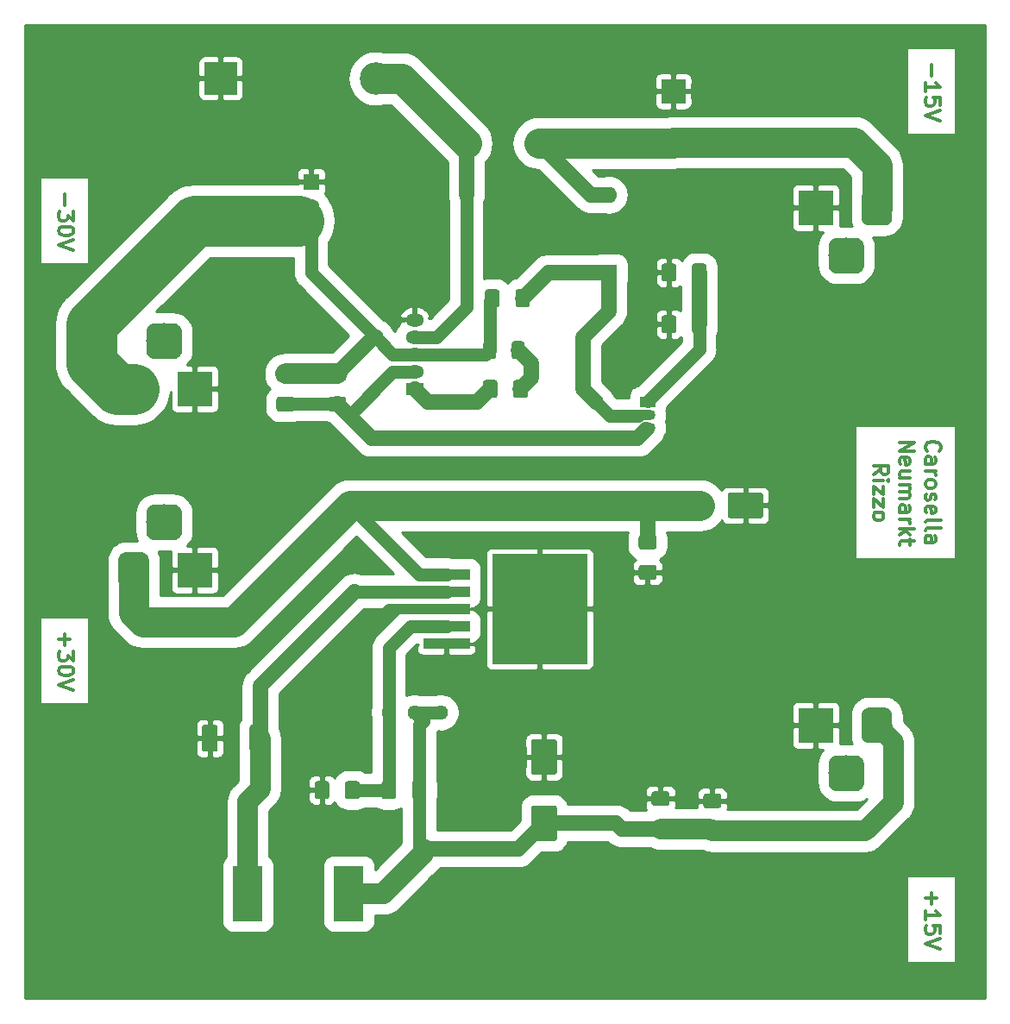
<source format=gbr>
G04 #@! TF.GenerationSoftware,KiCad,Pcbnew,(5.1.2)-2*
G04 #@! TF.CreationDate,2019-06-25T22:59:13-03:00*
G04 #@! TF.ProjectId,kicad_fuente,6b696361-645f-4667-9565-6e74652e6b69,rev?*
G04 #@! TF.SameCoordinates,Original*
G04 #@! TF.FileFunction,Copper,L1,Top*
G04 #@! TF.FilePolarity,Positive*
%FSLAX46Y46*%
G04 Gerber Fmt 4.6, Leading zero omitted, Abs format (unit mm)*
G04 Created by KiCad (PCBNEW (5.1.2)-2) date 2019-06-25 22:59:13*
%MOMM*%
%LPD*%
G04 APERTURE LIST*
%ADD10C,0.300000*%
%ADD11C,0.100000*%
%ADD12C,2.500000*%
%ADD13O,1.600000X1.600000*%
%ADD14R,1.600000X1.600000*%
%ADD15C,1.425000*%
%ADD16C,1.525000*%
%ADD17C,1.440000*%
%ADD18C,3.500000*%
%ADD19C,3.000000*%
%ADD20R,3.500000X3.500000*%
%ADD21R,9.400000X10.800000*%
%ADD22R,4.600000X1.100000*%
%ADD23R,2.900000X5.400000*%
%ADD24C,2.400000*%
%ADD25R,2.400000X2.400000*%
%ADD26C,1.250000*%
%ADD27O,1.800000X1.275000*%
%ADD28R,1.800000X1.275000*%
%ADD29R,1.500000X1.050000*%
%ADD30O,1.500000X1.050000*%
%ADD31C,1.600000*%
%ADD32O,3.200000X3.200000*%
%ADD33R,3.200000X3.200000*%
%ADD34C,1.000000*%
%ADD35C,1.500000*%
%ADD36C,3.000000*%
%ADD37C,1.250000*%
%ADD38C,2.000000*%
%ADD39C,5.000000*%
%ADD40C,0.254000*%
G04 APERTURE END LIST*
D10*
X154414285Y-83558571D02*
X154342857Y-83487142D01*
X154271428Y-83272857D01*
X154271428Y-83130000D01*
X154342857Y-82915714D01*
X154485714Y-82772857D01*
X154628571Y-82701428D01*
X154914285Y-82630000D01*
X155128571Y-82630000D01*
X155414285Y-82701428D01*
X155557142Y-82772857D01*
X155700000Y-82915714D01*
X155771428Y-83130000D01*
X155771428Y-83272857D01*
X155700000Y-83487142D01*
X155628571Y-83558571D01*
X154271428Y-84844285D02*
X155057142Y-84844285D01*
X155200000Y-84772857D01*
X155271428Y-84630000D01*
X155271428Y-84344285D01*
X155200000Y-84201428D01*
X154342857Y-84844285D02*
X154271428Y-84701428D01*
X154271428Y-84344285D01*
X154342857Y-84201428D01*
X154485714Y-84130000D01*
X154628571Y-84130000D01*
X154771428Y-84201428D01*
X154842857Y-84344285D01*
X154842857Y-84701428D01*
X154914285Y-84844285D01*
X154271428Y-85558571D02*
X155271428Y-85558571D01*
X154985714Y-85558571D02*
X155128571Y-85630000D01*
X155200000Y-85701428D01*
X155271428Y-85844285D01*
X155271428Y-85987142D01*
X154271428Y-86701428D02*
X154342857Y-86558571D01*
X154414285Y-86487142D01*
X154557142Y-86415714D01*
X154985714Y-86415714D01*
X155128571Y-86487142D01*
X155200000Y-86558571D01*
X155271428Y-86701428D01*
X155271428Y-86915714D01*
X155200000Y-87058571D01*
X155128571Y-87130000D01*
X154985714Y-87201428D01*
X154557142Y-87201428D01*
X154414285Y-87130000D01*
X154342857Y-87058571D01*
X154271428Y-86915714D01*
X154271428Y-86701428D01*
X154342857Y-87772857D02*
X154271428Y-87915714D01*
X154271428Y-88201428D01*
X154342857Y-88344285D01*
X154485714Y-88415714D01*
X154557142Y-88415714D01*
X154700000Y-88344285D01*
X154771428Y-88201428D01*
X154771428Y-87987142D01*
X154842857Y-87844285D01*
X154985714Y-87772857D01*
X155057142Y-87772857D01*
X155200000Y-87844285D01*
X155271428Y-87987142D01*
X155271428Y-88201428D01*
X155200000Y-88344285D01*
X154342857Y-89630000D02*
X154271428Y-89487142D01*
X154271428Y-89201428D01*
X154342857Y-89058571D01*
X154485714Y-88987142D01*
X155057142Y-88987142D01*
X155200000Y-89058571D01*
X155271428Y-89201428D01*
X155271428Y-89487142D01*
X155200000Y-89630000D01*
X155057142Y-89701428D01*
X154914285Y-89701428D01*
X154771428Y-88987142D01*
X154271428Y-90558571D02*
X154342857Y-90415714D01*
X154485714Y-90344285D01*
X155771428Y-90344285D01*
X154271428Y-91344285D02*
X154342857Y-91201428D01*
X154485714Y-91130000D01*
X155771428Y-91130000D01*
X154271428Y-92558571D02*
X155057142Y-92558571D01*
X155200000Y-92487142D01*
X155271428Y-92344285D01*
X155271428Y-92058571D01*
X155200000Y-91915714D01*
X154342857Y-92558571D02*
X154271428Y-92415714D01*
X154271428Y-92058571D01*
X154342857Y-91915714D01*
X154485714Y-91844285D01*
X154628571Y-91844285D01*
X154771428Y-91915714D01*
X154842857Y-92058571D01*
X154842857Y-92415714D01*
X154914285Y-92558571D01*
X151721428Y-82701428D02*
X153221428Y-82701428D01*
X151721428Y-83558571D01*
X153221428Y-83558571D01*
X151792857Y-84844285D02*
X151721428Y-84701428D01*
X151721428Y-84415714D01*
X151792857Y-84272857D01*
X151935714Y-84201428D01*
X152507142Y-84201428D01*
X152650000Y-84272857D01*
X152721428Y-84415714D01*
X152721428Y-84701428D01*
X152650000Y-84844285D01*
X152507142Y-84915714D01*
X152364285Y-84915714D01*
X152221428Y-84201428D01*
X152721428Y-86201428D02*
X151721428Y-86201428D01*
X152721428Y-85558571D02*
X151935714Y-85558571D01*
X151792857Y-85630000D01*
X151721428Y-85772857D01*
X151721428Y-85987142D01*
X151792857Y-86130000D01*
X151864285Y-86201428D01*
X151721428Y-86915714D02*
X152721428Y-86915714D01*
X152578571Y-86915714D02*
X152650000Y-86987142D01*
X152721428Y-87130000D01*
X152721428Y-87344285D01*
X152650000Y-87487142D01*
X152507142Y-87558571D01*
X151721428Y-87558571D01*
X152507142Y-87558571D02*
X152650000Y-87630000D01*
X152721428Y-87772857D01*
X152721428Y-87987142D01*
X152650000Y-88130000D01*
X152507142Y-88201428D01*
X151721428Y-88201428D01*
X151721428Y-89558571D02*
X152507142Y-89558571D01*
X152650000Y-89487142D01*
X152721428Y-89344285D01*
X152721428Y-89058571D01*
X152650000Y-88915714D01*
X151792857Y-89558571D02*
X151721428Y-89415714D01*
X151721428Y-89058571D01*
X151792857Y-88915714D01*
X151935714Y-88844285D01*
X152078571Y-88844285D01*
X152221428Y-88915714D01*
X152292857Y-89058571D01*
X152292857Y-89415714D01*
X152364285Y-89558571D01*
X151721428Y-90272857D02*
X152721428Y-90272857D01*
X152435714Y-90272857D02*
X152578571Y-90344285D01*
X152650000Y-90415714D01*
X152721428Y-90558571D01*
X152721428Y-90701428D01*
X151721428Y-91201428D02*
X153221428Y-91201428D01*
X152292857Y-91344285D02*
X151721428Y-91772857D01*
X152721428Y-91772857D02*
X152150000Y-91201428D01*
X152721428Y-92201428D02*
X152721428Y-92772857D01*
X153221428Y-92415714D02*
X151935714Y-92415714D01*
X151792857Y-92487142D01*
X151721428Y-92630000D01*
X151721428Y-92772857D01*
X149171428Y-85844285D02*
X149885714Y-85344285D01*
X149171428Y-84987142D02*
X150671428Y-84987142D01*
X150671428Y-85558571D01*
X150600000Y-85701428D01*
X150528571Y-85772857D01*
X150385714Y-85844285D01*
X150171428Y-85844285D01*
X150028571Y-85772857D01*
X149957142Y-85701428D01*
X149885714Y-85558571D01*
X149885714Y-84987142D01*
X149171428Y-86487142D02*
X150171428Y-86487142D01*
X150671428Y-86487142D02*
X150600000Y-86415714D01*
X150528571Y-86487142D01*
X150600000Y-86558571D01*
X150671428Y-86487142D01*
X150528571Y-86487142D01*
X150171428Y-87058571D02*
X150171428Y-87844285D01*
X149171428Y-87058571D01*
X149171428Y-87844285D01*
X150171428Y-88272857D02*
X150171428Y-89058571D01*
X149171428Y-88272857D01*
X149171428Y-89058571D01*
X149171428Y-89844285D02*
X149242857Y-89701428D01*
X149314285Y-89630000D01*
X149457142Y-89558571D01*
X149885714Y-89558571D01*
X150028571Y-89630000D01*
X150100000Y-89701428D01*
X150171428Y-89844285D01*
X150171428Y-90058571D01*
X150100000Y-90201428D01*
X150028571Y-90272857D01*
X149885714Y-90344285D01*
X149457142Y-90344285D01*
X149314285Y-90272857D01*
X149242857Y-90201428D01*
X149171428Y-90058571D01*
X149171428Y-89844285D01*
X69742857Y-58317142D02*
X69742857Y-59460000D01*
X70671428Y-60031428D02*
X70671428Y-60960000D01*
X70100000Y-60460000D01*
X70100000Y-60674285D01*
X70028571Y-60817142D01*
X69957142Y-60888571D01*
X69814285Y-60960000D01*
X69457142Y-60960000D01*
X69314285Y-60888571D01*
X69242857Y-60817142D01*
X69171428Y-60674285D01*
X69171428Y-60245714D01*
X69242857Y-60102857D01*
X69314285Y-60031428D01*
X70671428Y-61888571D02*
X70671428Y-62031428D01*
X70600000Y-62174285D01*
X70528571Y-62245714D01*
X70385714Y-62317142D01*
X70100000Y-62388571D01*
X69742857Y-62388571D01*
X69457142Y-62317142D01*
X69314285Y-62245714D01*
X69242857Y-62174285D01*
X69171428Y-62031428D01*
X69171428Y-61888571D01*
X69242857Y-61745714D01*
X69314285Y-61674285D01*
X69457142Y-61602857D01*
X69742857Y-61531428D01*
X70100000Y-61531428D01*
X70385714Y-61602857D01*
X70528571Y-61674285D01*
X70600000Y-61745714D01*
X70671428Y-61888571D01*
X70671428Y-62817142D02*
X69171428Y-63317142D01*
X70671428Y-63817142D01*
X69742857Y-101497142D02*
X69742857Y-102640000D01*
X69171428Y-102068571D02*
X70314285Y-102068571D01*
X70671428Y-103211428D02*
X70671428Y-104140000D01*
X70100000Y-103640000D01*
X70100000Y-103854285D01*
X70028571Y-103997142D01*
X69957142Y-104068571D01*
X69814285Y-104140000D01*
X69457142Y-104140000D01*
X69314285Y-104068571D01*
X69242857Y-103997142D01*
X69171428Y-103854285D01*
X69171428Y-103425714D01*
X69242857Y-103282857D01*
X69314285Y-103211428D01*
X70671428Y-105068571D02*
X70671428Y-105211428D01*
X70600000Y-105354285D01*
X70528571Y-105425714D01*
X70385714Y-105497142D01*
X70100000Y-105568571D01*
X69742857Y-105568571D01*
X69457142Y-105497142D01*
X69314285Y-105425714D01*
X69242857Y-105354285D01*
X69171428Y-105211428D01*
X69171428Y-105068571D01*
X69242857Y-104925714D01*
X69314285Y-104854285D01*
X69457142Y-104782857D01*
X69742857Y-104711428D01*
X70100000Y-104711428D01*
X70385714Y-104782857D01*
X70528571Y-104854285D01*
X70600000Y-104925714D01*
X70671428Y-105068571D01*
X70671428Y-105997142D02*
X69171428Y-106497142D01*
X70671428Y-106997142D01*
X154832857Y-45617142D02*
X154832857Y-46760000D01*
X154261428Y-48260000D02*
X154261428Y-47402857D01*
X154261428Y-47831428D02*
X155761428Y-47831428D01*
X155547142Y-47688571D01*
X155404285Y-47545714D01*
X155332857Y-47402857D01*
X155761428Y-49617142D02*
X155761428Y-48902857D01*
X155047142Y-48831428D01*
X155118571Y-48902857D01*
X155190000Y-49045714D01*
X155190000Y-49402857D01*
X155118571Y-49545714D01*
X155047142Y-49617142D01*
X154904285Y-49688571D01*
X154547142Y-49688571D01*
X154404285Y-49617142D01*
X154332857Y-49545714D01*
X154261428Y-49402857D01*
X154261428Y-49045714D01*
X154332857Y-48902857D01*
X154404285Y-48831428D01*
X155761428Y-50117142D02*
X154261428Y-50617142D01*
X155761428Y-51117142D01*
X154832857Y-126897142D02*
X154832857Y-128040000D01*
X154261428Y-127468571D02*
X155404285Y-127468571D01*
X154261428Y-129540000D02*
X154261428Y-128682857D01*
X154261428Y-129111428D02*
X155761428Y-129111428D01*
X155547142Y-128968571D01*
X155404285Y-128825714D01*
X155332857Y-128682857D01*
X155761428Y-130897142D02*
X155761428Y-130182857D01*
X155047142Y-130111428D01*
X155118571Y-130182857D01*
X155190000Y-130325714D01*
X155190000Y-130682857D01*
X155118571Y-130825714D01*
X155047142Y-130897142D01*
X154904285Y-130968571D01*
X154547142Y-130968571D01*
X154404285Y-130897142D01*
X154332857Y-130825714D01*
X154261428Y-130682857D01*
X154261428Y-130325714D01*
X154332857Y-130182857D01*
X154404285Y-130111428D01*
X155761428Y-131397142D02*
X154261428Y-131897142D01*
X155761428Y-132397142D01*
D11*
G36*
X117864504Y-111841204D02*
G01*
X117888773Y-111844804D01*
X117912571Y-111850765D01*
X117935671Y-111859030D01*
X117957849Y-111869520D01*
X117978893Y-111882133D01*
X117998598Y-111896747D01*
X118016777Y-111913223D01*
X118033253Y-111931402D01*
X118047867Y-111951107D01*
X118060480Y-111972151D01*
X118070970Y-111994329D01*
X118079235Y-112017429D01*
X118085196Y-112041227D01*
X118088796Y-112065496D01*
X118090000Y-112090000D01*
X118090000Y-115090000D01*
X118088796Y-115114504D01*
X118085196Y-115138773D01*
X118079235Y-115162571D01*
X118070970Y-115185671D01*
X118060480Y-115207849D01*
X118047867Y-115228893D01*
X118033253Y-115248598D01*
X118016777Y-115266777D01*
X117998598Y-115283253D01*
X117978893Y-115297867D01*
X117957849Y-115310480D01*
X117935671Y-115320970D01*
X117912571Y-115329235D01*
X117888773Y-115335196D01*
X117864504Y-115338796D01*
X117840000Y-115340000D01*
X115840000Y-115340000D01*
X115815496Y-115338796D01*
X115791227Y-115335196D01*
X115767429Y-115329235D01*
X115744329Y-115320970D01*
X115722151Y-115310480D01*
X115701107Y-115297867D01*
X115681402Y-115283253D01*
X115663223Y-115266777D01*
X115646747Y-115248598D01*
X115632133Y-115228893D01*
X115619520Y-115207849D01*
X115609030Y-115185671D01*
X115600765Y-115162571D01*
X115594804Y-115138773D01*
X115591204Y-115114504D01*
X115590000Y-115090000D01*
X115590000Y-112090000D01*
X115591204Y-112065496D01*
X115594804Y-112041227D01*
X115600765Y-112017429D01*
X115609030Y-111994329D01*
X115619520Y-111972151D01*
X115632133Y-111951107D01*
X115646747Y-111931402D01*
X115663223Y-111913223D01*
X115681402Y-111896747D01*
X115701107Y-111882133D01*
X115722151Y-111869520D01*
X115744329Y-111859030D01*
X115767429Y-111850765D01*
X115791227Y-111844804D01*
X115815496Y-111841204D01*
X115840000Y-111840000D01*
X117840000Y-111840000D01*
X117864504Y-111841204D01*
X117864504Y-111841204D01*
G37*
D12*
X116840000Y-113590000D03*
D11*
G36*
X117864504Y-118341204D02*
G01*
X117888773Y-118344804D01*
X117912571Y-118350765D01*
X117935671Y-118359030D01*
X117957849Y-118369520D01*
X117978893Y-118382133D01*
X117998598Y-118396747D01*
X118016777Y-118413223D01*
X118033253Y-118431402D01*
X118047867Y-118451107D01*
X118060480Y-118472151D01*
X118070970Y-118494329D01*
X118079235Y-118517429D01*
X118085196Y-118541227D01*
X118088796Y-118565496D01*
X118090000Y-118590000D01*
X118090000Y-121590000D01*
X118088796Y-121614504D01*
X118085196Y-121638773D01*
X118079235Y-121662571D01*
X118070970Y-121685671D01*
X118060480Y-121707849D01*
X118047867Y-121728893D01*
X118033253Y-121748598D01*
X118016777Y-121766777D01*
X117998598Y-121783253D01*
X117978893Y-121797867D01*
X117957849Y-121810480D01*
X117935671Y-121820970D01*
X117912571Y-121829235D01*
X117888773Y-121835196D01*
X117864504Y-121838796D01*
X117840000Y-121840000D01*
X115840000Y-121840000D01*
X115815496Y-121838796D01*
X115791227Y-121835196D01*
X115767429Y-121829235D01*
X115744329Y-121820970D01*
X115722151Y-121810480D01*
X115701107Y-121797867D01*
X115681402Y-121783253D01*
X115663223Y-121766777D01*
X115646747Y-121748598D01*
X115632133Y-121728893D01*
X115619520Y-121707849D01*
X115609030Y-121685671D01*
X115600765Y-121662571D01*
X115594804Y-121638773D01*
X115591204Y-121614504D01*
X115590000Y-121590000D01*
X115590000Y-118590000D01*
X115591204Y-118565496D01*
X115594804Y-118541227D01*
X115600765Y-118517429D01*
X115609030Y-118494329D01*
X115619520Y-118472151D01*
X115632133Y-118451107D01*
X115646747Y-118431402D01*
X115663223Y-118413223D01*
X115681402Y-118396747D01*
X115701107Y-118382133D01*
X115722151Y-118369520D01*
X115744329Y-118359030D01*
X115767429Y-118350765D01*
X115791227Y-118344804D01*
X115815496Y-118341204D01*
X115840000Y-118340000D01*
X117840000Y-118340000D01*
X117864504Y-118341204D01*
X117864504Y-118341204D01*
G37*
D12*
X116840000Y-120090000D03*
D11*
G36*
X138124504Y-87651204D02*
G01*
X138148773Y-87654804D01*
X138172571Y-87660765D01*
X138195671Y-87669030D01*
X138217849Y-87679520D01*
X138238893Y-87692133D01*
X138258598Y-87706747D01*
X138276777Y-87723223D01*
X138293253Y-87741402D01*
X138307867Y-87761107D01*
X138320480Y-87782151D01*
X138330970Y-87804329D01*
X138339235Y-87827429D01*
X138345196Y-87851227D01*
X138348796Y-87875496D01*
X138350000Y-87900000D01*
X138350000Y-89900000D01*
X138348796Y-89924504D01*
X138345196Y-89948773D01*
X138339235Y-89972571D01*
X138330970Y-89995671D01*
X138320480Y-90017849D01*
X138307867Y-90038893D01*
X138293253Y-90058598D01*
X138276777Y-90076777D01*
X138258598Y-90093253D01*
X138238893Y-90107867D01*
X138217849Y-90120480D01*
X138195671Y-90130970D01*
X138172571Y-90139235D01*
X138148773Y-90145196D01*
X138124504Y-90148796D01*
X138100000Y-90150000D01*
X135100000Y-90150000D01*
X135075496Y-90148796D01*
X135051227Y-90145196D01*
X135027429Y-90139235D01*
X135004329Y-90130970D01*
X134982151Y-90120480D01*
X134961107Y-90107867D01*
X134941402Y-90093253D01*
X134923223Y-90076777D01*
X134906747Y-90058598D01*
X134892133Y-90038893D01*
X134879520Y-90017849D01*
X134869030Y-89995671D01*
X134860765Y-89972571D01*
X134854804Y-89948773D01*
X134851204Y-89924504D01*
X134850000Y-89900000D01*
X134850000Y-87900000D01*
X134851204Y-87875496D01*
X134854804Y-87851227D01*
X134860765Y-87827429D01*
X134869030Y-87804329D01*
X134879520Y-87782151D01*
X134892133Y-87761107D01*
X134906747Y-87741402D01*
X134923223Y-87723223D01*
X134941402Y-87706747D01*
X134961107Y-87692133D01*
X134982151Y-87679520D01*
X135004329Y-87669030D01*
X135027429Y-87660765D01*
X135051227Y-87654804D01*
X135075496Y-87651204D01*
X135100000Y-87650000D01*
X138100000Y-87650000D01*
X138124504Y-87651204D01*
X138124504Y-87651204D01*
G37*
D12*
X136600000Y-88900000D03*
D11*
G36*
X131624504Y-87651204D02*
G01*
X131648773Y-87654804D01*
X131672571Y-87660765D01*
X131695671Y-87669030D01*
X131717849Y-87679520D01*
X131738893Y-87692133D01*
X131758598Y-87706747D01*
X131776777Y-87723223D01*
X131793253Y-87741402D01*
X131807867Y-87761107D01*
X131820480Y-87782151D01*
X131830970Y-87804329D01*
X131839235Y-87827429D01*
X131845196Y-87851227D01*
X131848796Y-87875496D01*
X131850000Y-87900000D01*
X131850000Y-89900000D01*
X131848796Y-89924504D01*
X131845196Y-89948773D01*
X131839235Y-89972571D01*
X131830970Y-89995671D01*
X131820480Y-90017849D01*
X131807867Y-90038893D01*
X131793253Y-90058598D01*
X131776777Y-90076777D01*
X131758598Y-90093253D01*
X131738893Y-90107867D01*
X131717849Y-90120480D01*
X131695671Y-90130970D01*
X131672571Y-90139235D01*
X131648773Y-90145196D01*
X131624504Y-90148796D01*
X131600000Y-90150000D01*
X128600000Y-90150000D01*
X128575496Y-90148796D01*
X128551227Y-90145196D01*
X128527429Y-90139235D01*
X128504329Y-90130970D01*
X128482151Y-90120480D01*
X128461107Y-90107867D01*
X128441402Y-90093253D01*
X128423223Y-90076777D01*
X128406747Y-90058598D01*
X128392133Y-90038893D01*
X128379520Y-90017849D01*
X128369030Y-89995671D01*
X128360765Y-89972571D01*
X128354804Y-89948773D01*
X128351204Y-89924504D01*
X128350000Y-89900000D01*
X128350000Y-87900000D01*
X128351204Y-87875496D01*
X128354804Y-87851227D01*
X128360765Y-87827429D01*
X128369030Y-87804329D01*
X128379520Y-87782151D01*
X128392133Y-87761107D01*
X128406747Y-87741402D01*
X128423223Y-87723223D01*
X128441402Y-87706747D01*
X128461107Y-87692133D01*
X128482151Y-87679520D01*
X128504329Y-87669030D01*
X128527429Y-87660765D01*
X128551227Y-87654804D01*
X128575496Y-87651204D01*
X128600000Y-87650000D01*
X131600000Y-87650000D01*
X131624504Y-87651204D01*
X131624504Y-87651204D01*
G37*
D12*
X130100000Y-88900000D03*
D13*
X123190000Y-58420000D03*
D14*
X123190000Y-66040000D03*
D11*
G36*
X127649504Y-94756204D02*
G01*
X127673773Y-94759804D01*
X127697571Y-94765765D01*
X127720671Y-94774030D01*
X127742849Y-94784520D01*
X127763893Y-94797133D01*
X127783598Y-94811747D01*
X127801777Y-94828223D01*
X127818253Y-94846402D01*
X127832867Y-94866107D01*
X127845480Y-94887151D01*
X127855970Y-94909329D01*
X127864235Y-94932429D01*
X127870196Y-94956227D01*
X127873796Y-94980496D01*
X127875000Y-95005000D01*
X127875000Y-95930000D01*
X127873796Y-95954504D01*
X127870196Y-95978773D01*
X127864235Y-96002571D01*
X127855970Y-96025671D01*
X127845480Y-96047849D01*
X127832867Y-96068893D01*
X127818253Y-96088598D01*
X127801777Y-96106777D01*
X127783598Y-96123253D01*
X127763893Y-96137867D01*
X127742849Y-96150480D01*
X127720671Y-96160970D01*
X127697571Y-96169235D01*
X127673773Y-96175196D01*
X127649504Y-96178796D01*
X127625000Y-96180000D01*
X126375000Y-96180000D01*
X126350496Y-96178796D01*
X126326227Y-96175196D01*
X126302429Y-96169235D01*
X126279329Y-96160970D01*
X126257151Y-96150480D01*
X126236107Y-96137867D01*
X126216402Y-96123253D01*
X126198223Y-96106777D01*
X126181747Y-96088598D01*
X126167133Y-96068893D01*
X126154520Y-96047849D01*
X126144030Y-96025671D01*
X126135765Y-96002571D01*
X126129804Y-95978773D01*
X126126204Y-95954504D01*
X126125000Y-95930000D01*
X126125000Y-95005000D01*
X126126204Y-94980496D01*
X126129804Y-94956227D01*
X126135765Y-94932429D01*
X126144030Y-94909329D01*
X126154520Y-94887151D01*
X126167133Y-94866107D01*
X126181747Y-94846402D01*
X126198223Y-94828223D01*
X126216402Y-94811747D01*
X126236107Y-94797133D01*
X126257151Y-94784520D01*
X126279329Y-94774030D01*
X126302429Y-94765765D01*
X126326227Y-94759804D01*
X126350496Y-94756204D01*
X126375000Y-94755000D01*
X127625000Y-94755000D01*
X127649504Y-94756204D01*
X127649504Y-94756204D01*
G37*
D15*
X127000000Y-95467500D03*
D11*
G36*
X127649504Y-91781204D02*
G01*
X127673773Y-91784804D01*
X127697571Y-91790765D01*
X127720671Y-91799030D01*
X127742849Y-91809520D01*
X127763893Y-91822133D01*
X127783598Y-91836747D01*
X127801777Y-91853223D01*
X127818253Y-91871402D01*
X127832867Y-91891107D01*
X127845480Y-91912151D01*
X127855970Y-91934329D01*
X127864235Y-91957429D01*
X127870196Y-91981227D01*
X127873796Y-92005496D01*
X127875000Y-92030000D01*
X127875000Y-92955000D01*
X127873796Y-92979504D01*
X127870196Y-93003773D01*
X127864235Y-93027571D01*
X127855970Y-93050671D01*
X127845480Y-93072849D01*
X127832867Y-93093893D01*
X127818253Y-93113598D01*
X127801777Y-93131777D01*
X127783598Y-93148253D01*
X127763893Y-93162867D01*
X127742849Y-93175480D01*
X127720671Y-93185970D01*
X127697571Y-93194235D01*
X127673773Y-93200196D01*
X127649504Y-93203796D01*
X127625000Y-93205000D01*
X126375000Y-93205000D01*
X126350496Y-93203796D01*
X126326227Y-93200196D01*
X126302429Y-93194235D01*
X126279329Y-93185970D01*
X126257151Y-93175480D01*
X126236107Y-93162867D01*
X126216402Y-93148253D01*
X126198223Y-93131777D01*
X126181747Y-93113598D01*
X126167133Y-93093893D01*
X126154520Y-93072849D01*
X126144030Y-93050671D01*
X126135765Y-93027571D01*
X126129804Y-93003773D01*
X126126204Y-92979504D01*
X126125000Y-92955000D01*
X126125000Y-92030000D01*
X126126204Y-92005496D01*
X126129804Y-91981227D01*
X126135765Y-91957429D01*
X126144030Y-91934329D01*
X126154520Y-91912151D01*
X126167133Y-91891107D01*
X126181747Y-91871402D01*
X126198223Y-91853223D01*
X126216402Y-91836747D01*
X126236107Y-91822133D01*
X126257151Y-91809520D01*
X126279329Y-91799030D01*
X126302429Y-91790765D01*
X126326227Y-91784804D01*
X126350496Y-91781204D01*
X126375000Y-91780000D01*
X127625000Y-91780000D01*
X127649504Y-91781204D01*
X127649504Y-91781204D01*
G37*
D15*
X127000000Y-92492500D03*
D11*
G36*
X84559505Y-110436204D02*
G01*
X84583773Y-110439804D01*
X84607572Y-110445765D01*
X84630671Y-110454030D01*
X84652850Y-110464520D01*
X84673893Y-110477132D01*
X84693599Y-110491747D01*
X84711777Y-110508223D01*
X84728253Y-110526401D01*
X84742868Y-110546107D01*
X84755480Y-110567150D01*
X84765970Y-110589329D01*
X84774235Y-110612428D01*
X84780196Y-110636227D01*
X84783796Y-110660495D01*
X84785000Y-110684999D01*
X84785000Y-112835001D01*
X84783796Y-112859505D01*
X84780196Y-112883773D01*
X84774235Y-112907572D01*
X84765970Y-112930671D01*
X84755480Y-112952850D01*
X84742868Y-112973893D01*
X84728253Y-112993599D01*
X84711777Y-113011777D01*
X84693599Y-113028253D01*
X84673893Y-113042868D01*
X84652850Y-113055480D01*
X84630671Y-113065970D01*
X84607572Y-113074235D01*
X84583773Y-113080196D01*
X84559505Y-113083796D01*
X84535001Y-113085000D01*
X83509999Y-113085000D01*
X83485495Y-113083796D01*
X83461227Y-113080196D01*
X83437428Y-113074235D01*
X83414329Y-113065970D01*
X83392150Y-113055480D01*
X83371107Y-113042868D01*
X83351401Y-113028253D01*
X83333223Y-113011777D01*
X83316747Y-112993599D01*
X83302132Y-112973893D01*
X83289520Y-112952850D01*
X83279030Y-112930671D01*
X83270765Y-112907572D01*
X83264804Y-112883773D01*
X83261204Y-112859505D01*
X83260000Y-112835001D01*
X83260000Y-110684999D01*
X83261204Y-110660495D01*
X83264804Y-110636227D01*
X83270765Y-110612428D01*
X83279030Y-110589329D01*
X83289520Y-110567150D01*
X83302132Y-110546107D01*
X83316747Y-110526401D01*
X83333223Y-110508223D01*
X83351401Y-110491747D01*
X83371107Y-110477132D01*
X83392150Y-110464520D01*
X83414329Y-110454030D01*
X83437428Y-110445765D01*
X83461227Y-110439804D01*
X83485495Y-110436204D01*
X83509999Y-110435000D01*
X84535001Y-110435000D01*
X84559505Y-110436204D01*
X84559505Y-110436204D01*
G37*
D16*
X84022500Y-111760000D03*
D11*
G36*
X89234505Y-110436204D02*
G01*
X89258773Y-110439804D01*
X89282572Y-110445765D01*
X89305671Y-110454030D01*
X89327850Y-110464520D01*
X89348893Y-110477132D01*
X89368599Y-110491747D01*
X89386777Y-110508223D01*
X89403253Y-110526401D01*
X89417868Y-110546107D01*
X89430480Y-110567150D01*
X89440970Y-110589329D01*
X89449235Y-110612428D01*
X89455196Y-110636227D01*
X89458796Y-110660495D01*
X89460000Y-110684999D01*
X89460000Y-112835001D01*
X89458796Y-112859505D01*
X89455196Y-112883773D01*
X89449235Y-112907572D01*
X89440970Y-112930671D01*
X89430480Y-112952850D01*
X89417868Y-112973893D01*
X89403253Y-112993599D01*
X89386777Y-113011777D01*
X89368599Y-113028253D01*
X89348893Y-113042868D01*
X89327850Y-113055480D01*
X89305671Y-113065970D01*
X89282572Y-113074235D01*
X89258773Y-113080196D01*
X89234505Y-113083796D01*
X89210001Y-113085000D01*
X88184999Y-113085000D01*
X88160495Y-113083796D01*
X88136227Y-113080196D01*
X88112428Y-113074235D01*
X88089329Y-113065970D01*
X88067150Y-113055480D01*
X88046107Y-113042868D01*
X88026401Y-113028253D01*
X88008223Y-113011777D01*
X87991747Y-112993599D01*
X87977132Y-112973893D01*
X87964520Y-112952850D01*
X87954030Y-112930671D01*
X87945765Y-112907572D01*
X87939804Y-112883773D01*
X87936204Y-112859505D01*
X87935000Y-112835001D01*
X87935000Y-110684999D01*
X87936204Y-110660495D01*
X87939804Y-110636227D01*
X87945765Y-110612428D01*
X87954030Y-110589329D01*
X87964520Y-110567150D01*
X87977132Y-110546107D01*
X87991747Y-110526401D01*
X88008223Y-110508223D01*
X88026401Y-110491747D01*
X88046107Y-110477132D01*
X88067150Y-110464520D01*
X88089329Y-110454030D01*
X88112428Y-110445765D01*
X88136227Y-110439804D01*
X88160495Y-110436204D01*
X88184999Y-110435000D01*
X89210001Y-110435000D01*
X89234505Y-110436204D01*
X89234505Y-110436204D01*
G37*
D16*
X88697500Y-111760000D03*
D17*
X101600000Y-109220000D03*
X104140000Y-109220000D03*
X106680000Y-109220000D03*
D11*
G36*
X80510765Y-88804213D02*
G01*
X80595704Y-88816813D01*
X80678999Y-88837677D01*
X80759848Y-88866605D01*
X80837472Y-88903319D01*
X80911124Y-88947464D01*
X80980094Y-88998616D01*
X81043718Y-89056282D01*
X81101384Y-89119906D01*
X81152536Y-89188876D01*
X81196681Y-89262528D01*
X81233395Y-89340152D01*
X81262323Y-89421001D01*
X81283187Y-89504296D01*
X81295787Y-89589235D01*
X81300000Y-89675000D01*
X81300000Y-91425000D01*
X81295787Y-91510765D01*
X81283187Y-91595704D01*
X81262323Y-91678999D01*
X81233395Y-91759848D01*
X81196681Y-91837472D01*
X81152536Y-91911124D01*
X81101384Y-91980094D01*
X81043718Y-92043718D01*
X80980094Y-92101384D01*
X80911124Y-92152536D01*
X80837472Y-92196681D01*
X80759848Y-92233395D01*
X80678999Y-92262323D01*
X80595704Y-92283187D01*
X80510765Y-92295787D01*
X80425000Y-92300000D01*
X78675000Y-92300000D01*
X78589235Y-92295787D01*
X78504296Y-92283187D01*
X78421001Y-92262323D01*
X78340152Y-92233395D01*
X78262528Y-92196681D01*
X78188876Y-92152536D01*
X78119906Y-92101384D01*
X78056282Y-92043718D01*
X77998616Y-91980094D01*
X77947464Y-91911124D01*
X77903319Y-91837472D01*
X77866605Y-91759848D01*
X77837677Y-91678999D01*
X77816813Y-91595704D01*
X77804213Y-91510765D01*
X77800000Y-91425000D01*
X77800000Y-89675000D01*
X77804213Y-89589235D01*
X77816813Y-89504296D01*
X77837677Y-89421001D01*
X77866605Y-89340152D01*
X77903319Y-89262528D01*
X77947464Y-89188876D01*
X77998616Y-89119906D01*
X78056282Y-89056282D01*
X78119906Y-88998616D01*
X78188876Y-88947464D01*
X78262528Y-88903319D01*
X78340152Y-88866605D01*
X78421001Y-88837677D01*
X78504296Y-88816813D01*
X78589235Y-88804213D01*
X78675000Y-88800000D01*
X80425000Y-88800000D01*
X80510765Y-88804213D01*
X80510765Y-88804213D01*
G37*
D18*
X79550000Y-90550000D03*
D11*
G36*
X77373513Y-93503611D02*
G01*
X77446318Y-93514411D01*
X77517714Y-93532295D01*
X77587013Y-93557090D01*
X77653548Y-93588559D01*
X77716678Y-93626398D01*
X77775795Y-93670242D01*
X77830330Y-93719670D01*
X77879758Y-93774205D01*
X77923602Y-93833322D01*
X77961441Y-93896452D01*
X77992910Y-93962987D01*
X78017705Y-94032286D01*
X78035589Y-94103682D01*
X78046389Y-94176487D01*
X78050000Y-94250000D01*
X78050000Y-96250000D01*
X78046389Y-96323513D01*
X78035589Y-96396318D01*
X78017705Y-96467714D01*
X77992910Y-96537013D01*
X77961441Y-96603548D01*
X77923602Y-96666678D01*
X77879758Y-96725795D01*
X77830330Y-96780330D01*
X77775795Y-96829758D01*
X77716678Y-96873602D01*
X77653548Y-96911441D01*
X77587013Y-96942910D01*
X77517714Y-96967705D01*
X77446318Y-96985589D01*
X77373513Y-96996389D01*
X77300000Y-97000000D01*
X75800000Y-97000000D01*
X75726487Y-96996389D01*
X75653682Y-96985589D01*
X75582286Y-96967705D01*
X75512987Y-96942910D01*
X75446452Y-96911441D01*
X75383322Y-96873602D01*
X75324205Y-96829758D01*
X75269670Y-96780330D01*
X75220242Y-96725795D01*
X75176398Y-96666678D01*
X75138559Y-96603548D01*
X75107090Y-96537013D01*
X75082295Y-96467714D01*
X75064411Y-96396318D01*
X75053611Y-96323513D01*
X75050000Y-96250000D01*
X75050000Y-94250000D01*
X75053611Y-94176487D01*
X75064411Y-94103682D01*
X75082295Y-94032286D01*
X75107090Y-93962987D01*
X75138559Y-93896452D01*
X75176398Y-93833322D01*
X75220242Y-93774205D01*
X75269670Y-93719670D01*
X75324205Y-93670242D01*
X75383322Y-93626398D01*
X75446452Y-93588559D01*
X75512987Y-93557090D01*
X75582286Y-93532295D01*
X75653682Y-93514411D01*
X75726487Y-93503611D01*
X75800000Y-93500000D01*
X77300000Y-93500000D01*
X77373513Y-93503611D01*
X77373513Y-93503611D01*
G37*
D19*
X76550000Y-95250000D03*
D20*
X82550000Y-95250000D03*
D21*
X116405000Y-99060000D03*
D22*
X107255000Y-102460000D03*
X107255000Y-100760000D03*
X107255000Y-99060000D03*
X107255000Y-97360000D03*
X107255000Y-95660000D03*
D11*
G36*
X95519504Y-115966204D02*
G01*
X95543773Y-115969804D01*
X95567571Y-115975765D01*
X95590671Y-115984030D01*
X95612849Y-115994520D01*
X95633893Y-116007133D01*
X95653598Y-116021747D01*
X95671777Y-116038223D01*
X95688253Y-116056402D01*
X95702867Y-116076107D01*
X95715480Y-116097151D01*
X95725970Y-116119329D01*
X95734235Y-116142429D01*
X95740196Y-116166227D01*
X95743796Y-116190496D01*
X95745000Y-116215000D01*
X95745000Y-117465000D01*
X95743796Y-117489504D01*
X95740196Y-117513773D01*
X95734235Y-117537571D01*
X95725970Y-117560671D01*
X95715480Y-117582849D01*
X95702867Y-117603893D01*
X95688253Y-117623598D01*
X95671777Y-117641777D01*
X95653598Y-117658253D01*
X95633893Y-117672867D01*
X95612849Y-117685480D01*
X95590671Y-117695970D01*
X95567571Y-117704235D01*
X95543773Y-117710196D01*
X95519504Y-117713796D01*
X95495000Y-117715000D01*
X94570000Y-117715000D01*
X94545496Y-117713796D01*
X94521227Y-117710196D01*
X94497429Y-117704235D01*
X94474329Y-117695970D01*
X94452151Y-117685480D01*
X94431107Y-117672867D01*
X94411402Y-117658253D01*
X94393223Y-117641777D01*
X94376747Y-117623598D01*
X94362133Y-117603893D01*
X94349520Y-117582849D01*
X94339030Y-117560671D01*
X94330765Y-117537571D01*
X94324804Y-117513773D01*
X94321204Y-117489504D01*
X94320000Y-117465000D01*
X94320000Y-116215000D01*
X94321204Y-116190496D01*
X94324804Y-116166227D01*
X94330765Y-116142429D01*
X94339030Y-116119329D01*
X94349520Y-116097151D01*
X94362133Y-116076107D01*
X94376747Y-116056402D01*
X94393223Y-116038223D01*
X94411402Y-116021747D01*
X94431107Y-116007133D01*
X94452151Y-115994520D01*
X94474329Y-115984030D01*
X94497429Y-115975765D01*
X94521227Y-115969804D01*
X94545496Y-115966204D01*
X94570000Y-115965000D01*
X95495000Y-115965000D01*
X95519504Y-115966204D01*
X95519504Y-115966204D01*
G37*
D15*
X95032500Y-116840000D03*
D11*
G36*
X98494504Y-115966204D02*
G01*
X98518773Y-115969804D01*
X98542571Y-115975765D01*
X98565671Y-115984030D01*
X98587849Y-115994520D01*
X98608893Y-116007133D01*
X98628598Y-116021747D01*
X98646777Y-116038223D01*
X98663253Y-116056402D01*
X98677867Y-116076107D01*
X98690480Y-116097151D01*
X98700970Y-116119329D01*
X98709235Y-116142429D01*
X98715196Y-116166227D01*
X98718796Y-116190496D01*
X98720000Y-116215000D01*
X98720000Y-117465000D01*
X98718796Y-117489504D01*
X98715196Y-117513773D01*
X98709235Y-117537571D01*
X98700970Y-117560671D01*
X98690480Y-117582849D01*
X98677867Y-117603893D01*
X98663253Y-117623598D01*
X98646777Y-117641777D01*
X98628598Y-117658253D01*
X98608893Y-117672867D01*
X98587849Y-117685480D01*
X98565671Y-117695970D01*
X98542571Y-117704235D01*
X98518773Y-117710196D01*
X98494504Y-117713796D01*
X98470000Y-117715000D01*
X97545000Y-117715000D01*
X97520496Y-117713796D01*
X97496227Y-117710196D01*
X97472429Y-117704235D01*
X97449329Y-117695970D01*
X97427151Y-117685480D01*
X97406107Y-117672867D01*
X97386402Y-117658253D01*
X97368223Y-117641777D01*
X97351747Y-117623598D01*
X97337133Y-117603893D01*
X97324520Y-117582849D01*
X97314030Y-117560671D01*
X97305765Y-117537571D01*
X97299804Y-117513773D01*
X97296204Y-117489504D01*
X97295000Y-117465000D01*
X97295000Y-116215000D01*
X97296204Y-116190496D01*
X97299804Y-116166227D01*
X97305765Y-116142429D01*
X97314030Y-116119329D01*
X97324520Y-116097151D01*
X97337133Y-116076107D01*
X97351747Y-116056402D01*
X97368223Y-116038223D01*
X97386402Y-116021747D01*
X97406107Y-116007133D01*
X97427151Y-115994520D01*
X97449329Y-115984030D01*
X97472429Y-115975765D01*
X97496227Y-115969804D01*
X97520496Y-115966204D01*
X97545000Y-115965000D01*
X98470000Y-115965000D01*
X98494504Y-115966204D01*
X98494504Y-115966204D01*
G37*
D15*
X98007500Y-116840000D03*
D11*
G36*
X105062004Y-115966204D02*
G01*
X105086273Y-115969804D01*
X105110071Y-115975765D01*
X105133171Y-115984030D01*
X105155349Y-115994520D01*
X105176393Y-116007133D01*
X105196098Y-116021747D01*
X105214277Y-116038223D01*
X105230753Y-116056402D01*
X105245367Y-116076107D01*
X105257980Y-116097151D01*
X105268470Y-116119329D01*
X105276735Y-116142429D01*
X105282696Y-116166227D01*
X105286296Y-116190496D01*
X105287500Y-116215000D01*
X105287500Y-117465000D01*
X105286296Y-117489504D01*
X105282696Y-117513773D01*
X105276735Y-117537571D01*
X105268470Y-117560671D01*
X105257980Y-117582849D01*
X105245367Y-117603893D01*
X105230753Y-117623598D01*
X105214277Y-117641777D01*
X105196098Y-117658253D01*
X105176393Y-117672867D01*
X105155349Y-117685480D01*
X105133171Y-117695970D01*
X105110071Y-117704235D01*
X105086273Y-117710196D01*
X105062004Y-117713796D01*
X105037500Y-117715000D01*
X104112500Y-117715000D01*
X104087996Y-117713796D01*
X104063727Y-117710196D01*
X104039929Y-117704235D01*
X104016829Y-117695970D01*
X103994651Y-117685480D01*
X103973607Y-117672867D01*
X103953902Y-117658253D01*
X103935723Y-117641777D01*
X103919247Y-117623598D01*
X103904633Y-117603893D01*
X103892020Y-117582849D01*
X103881530Y-117560671D01*
X103873265Y-117537571D01*
X103867304Y-117513773D01*
X103863704Y-117489504D01*
X103862500Y-117465000D01*
X103862500Y-116215000D01*
X103863704Y-116190496D01*
X103867304Y-116166227D01*
X103873265Y-116142429D01*
X103881530Y-116119329D01*
X103892020Y-116097151D01*
X103904633Y-116076107D01*
X103919247Y-116056402D01*
X103935723Y-116038223D01*
X103953902Y-116021747D01*
X103973607Y-116007133D01*
X103994651Y-115994520D01*
X104016829Y-115984030D01*
X104039929Y-115975765D01*
X104063727Y-115969804D01*
X104087996Y-115966204D01*
X104112500Y-115965000D01*
X105037500Y-115965000D01*
X105062004Y-115966204D01*
X105062004Y-115966204D01*
G37*
D15*
X104575000Y-116840000D03*
D11*
G36*
X102087004Y-115966204D02*
G01*
X102111273Y-115969804D01*
X102135071Y-115975765D01*
X102158171Y-115984030D01*
X102180349Y-115994520D01*
X102201393Y-116007133D01*
X102221098Y-116021747D01*
X102239277Y-116038223D01*
X102255753Y-116056402D01*
X102270367Y-116076107D01*
X102282980Y-116097151D01*
X102293470Y-116119329D01*
X102301735Y-116142429D01*
X102307696Y-116166227D01*
X102311296Y-116190496D01*
X102312500Y-116215000D01*
X102312500Y-117465000D01*
X102311296Y-117489504D01*
X102307696Y-117513773D01*
X102301735Y-117537571D01*
X102293470Y-117560671D01*
X102282980Y-117582849D01*
X102270367Y-117603893D01*
X102255753Y-117623598D01*
X102239277Y-117641777D01*
X102221098Y-117658253D01*
X102201393Y-117672867D01*
X102180349Y-117685480D01*
X102158171Y-117695970D01*
X102135071Y-117704235D01*
X102111273Y-117710196D01*
X102087004Y-117713796D01*
X102062500Y-117715000D01*
X101137500Y-117715000D01*
X101112996Y-117713796D01*
X101088727Y-117710196D01*
X101064929Y-117704235D01*
X101041829Y-117695970D01*
X101019651Y-117685480D01*
X100998607Y-117672867D01*
X100978902Y-117658253D01*
X100960723Y-117641777D01*
X100944247Y-117623598D01*
X100929633Y-117603893D01*
X100917020Y-117582849D01*
X100906530Y-117560671D01*
X100898265Y-117537571D01*
X100892304Y-117513773D01*
X100888704Y-117489504D01*
X100887500Y-117465000D01*
X100887500Y-116215000D01*
X100888704Y-116190496D01*
X100892304Y-116166227D01*
X100898265Y-116142429D01*
X100906530Y-116119329D01*
X100917020Y-116097151D01*
X100929633Y-116076107D01*
X100944247Y-116056402D01*
X100960723Y-116038223D01*
X100978902Y-116021747D01*
X100998607Y-116007133D01*
X101019651Y-115994520D01*
X101041829Y-115984030D01*
X101064929Y-115975765D01*
X101088727Y-115969804D01*
X101112996Y-115966204D01*
X101137500Y-115965000D01*
X102062500Y-115965000D01*
X102087004Y-115966204D01*
X102087004Y-115966204D01*
G37*
D15*
X101600000Y-116840000D03*
D23*
X97660000Y-127000000D03*
X87760000Y-127000000D03*
D11*
G36*
X147470765Y-113444213D02*
G01*
X147555704Y-113456813D01*
X147638999Y-113477677D01*
X147719848Y-113506605D01*
X147797472Y-113543319D01*
X147871124Y-113587464D01*
X147940094Y-113638616D01*
X148003718Y-113696282D01*
X148061384Y-113759906D01*
X148112536Y-113828876D01*
X148156681Y-113902528D01*
X148193395Y-113980152D01*
X148222323Y-114061001D01*
X148243187Y-114144296D01*
X148255787Y-114229235D01*
X148260000Y-114315000D01*
X148260000Y-116065000D01*
X148255787Y-116150765D01*
X148243187Y-116235704D01*
X148222323Y-116318999D01*
X148193395Y-116399848D01*
X148156681Y-116477472D01*
X148112536Y-116551124D01*
X148061384Y-116620094D01*
X148003718Y-116683718D01*
X147940094Y-116741384D01*
X147871124Y-116792536D01*
X147797472Y-116836681D01*
X147719848Y-116873395D01*
X147638999Y-116902323D01*
X147555704Y-116923187D01*
X147470765Y-116935787D01*
X147385000Y-116940000D01*
X145635000Y-116940000D01*
X145549235Y-116935787D01*
X145464296Y-116923187D01*
X145381001Y-116902323D01*
X145300152Y-116873395D01*
X145222528Y-116836681D01*
X145148876Y-116792536D01*
X145079906Y-116741384D01*
X145016282Y-116683718D01*
X144958616Y-116620094D01*
X144907464Y-116551124D01*
X144863319Y-116477472D01*
X144826605Y-116399848D01*
X144797677Y-116318999D01*
X144776813Y-116235704D01*
X144764213Y-116150765D01*
X144760000Y-116065000D01*
X144760000Y-114315000D01*
X144764213Y-114229235D01*
X144776813Y-114144296D01*
X144797677Y-114061001D01*
X144826605Y-113980152D01*
X144863319Y-113902528D01*
X144907464Y-113828876D01*
X144958616Y-113759906D01*
X145016282Y-113696282D01*
X145079906Y-113638616D01*
X145148876Y-113587464D01*
X145222528Y-113543319D01*
X145300152Y-113506605D01*
X145381001Y-113477677D01*
X145464296Y-113456813D01*
X145549235Y-113444213D01*
X145635000Y-113440000D01*
X147385000Y-113440000D01*
X147470765Y-113444213D01*
X147470765Y-113444213D01*
G37*
D18*
X146510000Y-115190000D03*
D11*
G36*
X150333513Y-108743611D02*
G01*
X150406318Y-108754411D01*
X150477714Y-108772295D01*
X150547013Y-108797090D01*
X150613548Y-108828559D01*
X150676678Y-108866398D01*
X150735795Y-108910242D01*
X150790330Y-108959670D01*
X150839758Y-109014205D01*
X150883602Y-109073322D01*
X150921441Y-109136452D01*
X150952910Y-109202987D01*
X150977705Y-109272286D01*
X150995589Y-109343682D01*
X151006389Y-109416487D01*
X151010000Y-109490000D01*
X151010000Y-111490000D01*
X151006389Y-111563513D01*
X150995589Y-111636318D01*
X150977705Y-111707714D01*
X150952910Y-111777013D01*
X150921441Y-111843548D01*
X150883602Y-111906678D01*
X150839758Y-111965795D01*
X150790330Y-112020330D01*
X150735795Y-112069758D01*
X150676678Y-112113602D01*
X150613548Y-112151441D01*
X150547013Y-112182910D01*
X150477714Y-112207705D01*
X150406318Y-112225589D01*
X150333513Y-112236389D01*
X150260000Y-112240000D01*
X148760000Y-112240000D01*
X148686487Y-112236389D01*
X148613682Y-112225589D01*
X148542286Y-112207705D01*
X148472987Y-112182910D01*
X148406452Y-112151441D01*
X148343322Y-112113602D01*
X148284205Y-112069758D01*
X148229670Y-112020330D01*
X148180242Y-111965795D01*
X148136398Y-111906678D01*
X148098559Y-111843548D01*
X148067090Y-111777013D01*
X148042295Y-111707714D01*
X148024411Y-111636318D01*
X148013611Y-111563513D01*
X148010000Y-111490000D01*
X148010000Y-109490000D01*
X148013611Y-109416487D01*
X148024411Y-109343682D01*
X148042295Y-109272286D01*
X148067090Y-109202987D01*
X148098559Y-109136452D01*
X148136398Y-109073322D01*
X148180242Y-109014205D01*
X148229670Y-108959670D01*
X148284205Y-108910242D01*
X148343322Y-108866398D01*
X148406452Y-108828559D01*
X148472987Y-108797090D01*
X148542286Y-108772295D01*
X148613682Y-108754411D01*
X148686487Y-108743611D01*
X148760000Y-108740000D01*
X150260000Y-108740000D01*
X150333513Y-108743611D01*
X150333513Y-108743611D01*
G37*
D19*
X149510000Y-110490000D03*
D20*
X143510000Y-110490000D03*
D11*
G36*
X133999504Y-117181204D02*
G01*
X134023773Y-117184804D01*
X134047571Y-117190765D01*
X134070671Y-117199030D01*
X134092849Y-117209520D01*
X134113893Y-117222133D01*
X134133598Y-117236747D01*
X134151777Y-117253223D01*
X134168253Y-117271402D01*
X134182867Y-117291107D01*
X134195480Y-117312151D01*
X134205970Y-117334329D01*
X134214235Y-117357429D01*
X134220196Y-117381227D01*
X134223796Y-117405496D01*
X134225000Y-117430000D01*
X134225000Y-118355000D01*
X134223796Y-118379504D01*
X134220196Y-118403773D01*
X134214235Y-118427571D01*
X134205970Y-118450671D01*
X134195480Y-118472849D01*
X134182867Y-118493893D01*
X134168253Y-118513598D01*
X134151777Y-118531777D01*
X134133598Y-118548253D01*
X134113893Y-118562867D01*
X134092849Y-118575480D01*
X134070671Y-118585970D01*
X134047571Y-118594235D01*
X134023773Y-118600196D01*
X133999504Y-118603796D01*
X133975000Y-118605000D01*
X132725000Y-118605000D01*
X132700496Y-118603796D01*
X132676227Y-118600196D01*
X132652429Y-118594235D01*
X132629329Y-118585970D01*
X132607151Y-118575480D01*
X132586107Y-118562867D01*
X132566402Y-118548253D01*
X132548223Y-118531777D01*
X132531747Y-118513598D01*
X132517133Y-118493893D01*
X132504520Y-118472849D01*
X132494030Y-118450671D01*
X132485765Y-118427571D01*
X132479804Y-118403773D01*
X132476204Y-118379504D01*
X132475000Y-118355000D01*
X132475000Y-117430000D01*
X132476204Y-117405496D01*
X132479804Y-117381227D01*
X132485765Y-117357429D01*
X132494030Y-117334329D01*
X132504520Y-117312151D01*
X132517133Y-117291107D01*
X132531747Y-117271402D01*
X132548223Y-117253223D01*
X132566402Y-117236747D01*
X132586107Y-117222133D01*
X132607151Y-117209520D01*
X132629329Y-117199030D01*
X132652429Y-117190765D01*
X132676227Y-117184804D01*
X132700496Y-117181204D01*
X132725000Y-117180000D01*
X133975000Y-117180000D01*
X133999504Y-117181204D01*
X133999504Y-117181204D01*
G37*
D15*
X133350000Y-117892500D03*
D11*
G36*
X133999504Y-120156204D02*
G01*
X134023773Y-120159804D01*
X134047571Y-120165765D01*
X134070671Y-120174030D01*
X134092849Y-120184520D01*
X134113893Y-120197133D01*
X134133598Y-120211747D01*
X134151777Y-120228223D01*
X134168253Y-120246402D01*
X134182867Y-120266107D01*
X134195480Y-120287151D01*
X134205970Y-120309329D01*
X134214235Y-120332429D01*
X134220196Y-120356227D01*
X134223796Y-120380496D01*
X134225000Y-120405000D01*
X134225000Y-121330000D01*
X134223796Y-121354504D01*
X134220196Y-121378773D01*
X134214235Y-121402571D01*
X134205970Y-121425671D01*
X134195480Y-121447849D01*
X134182867Y-121468893D01*
X134168253Y-121488598D01*
X134151777Y-121506777D01*
X134133598Y-121523253D01*
X134113893Y-121537867D01*
X134092849Y-121550480D01*
X134070671Y-121560970D01*
X134047571Y-121569235D01*
X134023773Y-121575196D01*
X133999504Y-121578796D01*
X133975000Y-121580000D01*
X132725000Y-121580000D01*
X132700496Y-121578796D01*
X132676227Y-121575196D01*
X132652429Y-121569235D01*
X132629329Y-121560970D01*
X132607151Y-121550480D01*
X132586107Y-121537867D01*
X132566402Y-121523253D01*
X132548223Y-121506777D01*
X132531747Y-121488598D01*
X132517133Y-121468893D01*
X132504520Y-121447849D01*
X132494030Y-121425671D01*
X132485765Y-121402571D01*
X132479804Y-121378773D01*
X132476204Y-121354504D01*
X132475000Y-121330000D01*
X132475000Y-120405000D01*
X132476204Y-120380496D01*
X132479804Y-120356227D01*
X132485765Y-120332429D01*
X132494030Y-120309329D01*
X132504520Y-120287151D01*
X132517133Y-120266107D01*
X132531747Y-120246402D01*
X132548223Y-120228223D01*
X132566402Y-120211747D01*
X132586107Y-120197133D01*
X132607151Y-120184520D01*
X132629329Y-120174030D01*
X132652429Y-120165765D01*
X132676227Y-120159804D01*
X132700496Y-120156204D01*
X132725000Y-120155000D01*
X133975000Y-120155000D01*
X133999504Y-120156204D01*
X133999504Y-120156204D01*
G37*
D15*
X133350000Y-120867500D03*
D11*
G36*
X128919504Y-116963704D02*
G01*
X128943773Y-116967304D01*
X128967571Y-116973265D01*
X128990671Y-116981530D01*
X129012849Y-116992020D01*
X129033893Y-117004633D01*
X129053598Y-117019247D01*
X129071777Y-117035723D01*
X129088253Y-117053902D01*
X129102867Y-117073607D01*
X129115480Y-117094651D01*
X129125970Y-117116829D01*
X129134235Y-117139929D01*
X129140196Y-117163727D01*
X129143796Y-117187996D01*
X129145000Y-117212500D01*
X129145000Y-118137500D01*
X129143796Y-118162004D01*
X129140196Y-118186273D01*
X129134235Y-118210071D01*
X129125970Y-118233171D01*
X129115480Y-118255349D01*
X129102867Y-118276393D01*
X129088253Y-118296098D01*
X129071777Y-118314277D01*
X129053598Y-118330753D01*
X129033893Y-118345367D01*
X129012849Y-118357980D01*
X128990671Y-118368470D01*
X128967571Y-118376735D01*
X128943773Y-118382696D01*
X128919504Y-118386296D01*
X128895000Y-118387500D01*
X127645000Y-118387500D01*
X127620496Y-118386296D01*
X127596227Y-118382696D01*
X127572429Y-118376735D01*
X127549329Y-118368470D01*
X127527151Y-118357980D01*
X127506107Y-118345367D01*
X127486402Y-118330753D01*
X127468223Y-118314277D01*
X127451747Y-118296098D01*
X127437133Y-118276393D01*
X127424520Y-118255349D01*
X127414030Y-118233171D01*
X127405765Y-118210071D01*
X127399804Y-118186273D01*
X127396204Y-118162004D01*
X127395000Y-118137500D01*
X127395000Y-117212500D01*
X127396204Y-117187996D01*
X127399804Y-117163727D01*
X127405765Y-117139929D01*
X127414030Y-117116829D01*
X127424520Y-117094651D01*
X127437133Y-117073607D01*
X127451747Y-117053902D01*
X127468223Y-117035723D01*
X127486402Y-117019247D01*
X127506107Y-117004633D01*
X127527151Y-116992020D01*
X127549329Y-116981530D01*
X127572429Y-116973265D01*
X127596227Y-116967304D01*
X127620496Y-116963704D01*
X127645000Y-116962500D01*
X128895000Y-116962500D01*
X128919504Y-116963704D01*
X128919504Y-116963704D01*
G37*
D15*
X128270000Y-117675000D03*
D11*
G36*
X128919504Y-119938704D02*
G01*
X128943773Y-119942304D01*
X128967571Y-119948265D01*
X128990671Y-119956530D01*
X129012849Y-119967020D01*
X129033893Y-119979633D01*
X129053598Y-119994247D01*
X129071777Y-120010723D01*
X129088253Y-120028902D01*
X129102867Y-120048607D01*
X129115480Y-120069651D01*
X129125970Y-120091829D01*
X129134235Y-120114929D01*
X129140196Y-120138727D01*
X129143796Y-120162996D01*
X129145000Y-120187500D01*
X129145000Y-121112500D01*
X129143796Y-121137004D01*
X129140196Y-121161273D01*
X129134235Y-121185071D01*
X129125970Y-121208171D01*
X129115480Y-121230349D01*
X129102867Y-121251393D01*
X129088253Y-121271098D01*
X129071777Y-121289277D01*
X129053598Y-121305753D01*
X129033893Y-121320367D01*
X129012849Y-121332980D01*
X128990671Y-121343470D01*
X128967571Y-121351735D01*
X128943773Y-121357696D01*
X128919504Y-121361296D01*
X128895000Y-121362500D01*
X127645000Y-121362500D01*
X127620496Y-121361296D01*
X127596227Y-121357696D01*
X127572429Y-121351735D01*
X127549329Y-121343470D01*
X127527151Y-121332980D01*
X127506107Y-121320367D01*
X127486402Y-121305753D01*
X127468223Y-121289277D01*
X127451747Y-121271098D01*
X127437133Y-121251393D01*
X127424520Y-121230349D01*
X127414030Y-121208171D01*
X127405765Y-121185071D01*
X127399804Y-121161273D01*
X127396204Y-121137004D01*
X127395000Y-121112500D01*
X127395000Y-120187500D01*
X127396204Y-120162996D01*
X127399804Y-120138727D01*
X127405765Y-120114929D01*
X127414030Y-120091829D01*
X127424520Y-120069651D01*
X127437133Y-120048607D01*
X127451747Y-120028902D01*
X127468223Y-120010723D01*
X127486402Y-119994247D01*
X127506107Y-119979633D01*
X127527151Y-119967020D01*
X127549329Y-119956530D01*
X127572429Y-119948265D01*
X127596227Y-119942304D01*
X127620496Y-119938704D01*
X127645000Y-119937500D01*
X128895000Y-119937500D01*
X128919504Y-119938704D01*
X128919504Y-119938704D01*
G37*
D15*
X128270000Y-120650000D03*
D24*
X129540000Y-53260000D03*
D25*
X129540000Y-48260000D03*
D11*
G36*
X114699504Y-72786204D02*
G01*
X114723773Y-72789804D01*
X114747571Y-72795765D01*
X114770671Y-72804030D01*
X114792849Y-72814520D01*
X114813893Y-72827133D01*
X114833598Y-72841747D01*
X114851777Y-72858223D01*
X114868253Y-72876402D01*
X114882867Y-72896107D01*
X114895480Y-72917151D01*
X114905970Y-72939329D01*
X114914235Y-72962429D01*
X114920196Y-72986227D01*
X114923796Y-73010496D01*
X114925000Y-73035000D01*
X114925000Y-74285000D01*
X114923796Y-74309504D01*
X114920196Y-74333773D01*
X114914235Y-74357571D01*
X114905970Y-74380671D01*
X114895480Y-74402849D01*
X114882867Y-74423893D01*
X114868253Y-74443598D01*
X114851777Y-74461777D01*
X114833598Y-74478253D01*
X114813893Y-74492867D01*
X114792849Y-74505480D01*
X114770671Y-74515970D01*
X114747571Y-74524235D01*
X114723773Y-74530196D01*
X114699504Y-74533796D01*
X114675000Y-74535000D01*
X113925000Y-74535000D01*
X113900496Y-74533796D01*
X113876227Y-74530196D01*
X113852429Y-74524235D01*
X113829329Y-74515970D01*
X113807151Y-74505480D01*
X113786107Y-74492867D01*
X113766402Y-74478253D01*
X113748223Y-74461777D01*
X113731747Y-74443598D01*
X113717133Y-74423893D01*
X113704520Y-74402849D01*
X113694030Y-74380671D01*
X113685765Y-74357571D01*
X113679804Y-74333773D01*
X113676204Y-74309504D01*
X113675000Y-74285000D01*
X113675000Y-73035000D01*
X113676204Y-73010496D01*
X113679804Y-72986227D01*
X113685765Y-72962429D01*
X113694030Y-72939329D01*
X113704520Y-72917151D01*
X113717133Y-72896107D01*
X113731747Y-72876402D01*
X113748223Y-72858223D01*
X113766402Y-72841747D01*
X113786107Y-72827133D01*
X113807151Y-72814520D01*
X113829329Y-72804030D01*
X113852429Y-72795765D01*
X113876227Y-72789804D01*
X113900496Y-72786204D01*
X113925000Y-72785000D01*
X114675000Y-72785000D01*
X114699504Y-72786204D01*
X114699504Y-72786204D01*
G37*
D26*
X114300000Y-73660000D03*
D11*
G36*
X111899504Y-72786204D02*
G01*
X111923773Y-72789804D01*
X111947571Y-72795765D01*
X111970671Y-72804030D01*
X111992849Y-72814520D01*
X112013893Y-72827133D01*
X112033598Y-72841747D01*
X112051777Y-72858223D01*
X112068253Y-72876402D01*
X112082867Y-72896107D01*
X112095480Y-72917151D01*
X112105970Y-72939329D01*
X112114235Y-72962429D01*
X112120196Y-72986227D01*
X112123796Y-73010496D01*
X112125000Y-73035000D01*
X112125000Y-74285000D01*
X112123796Y-74309504D01*
X112120196Y-74333773D01*
X112114235Y-74357571D01*
X112105970Y-74380671D01*
X112095480Y-74402849D01*
X112082867Y-74423893D01*
X112068253Y-74443598D01*
X112051777Y-74461777D01*
X112033598Y-74478253D01*
X112013893Y-74492867D01*
X111992849Y-74505480D01*
X111970671Y-74515970D01*
X111947571Y-74524235D01*
X111923773Y-74530196D01*
X111899504Y-74533796D01*
X111875000Y-74535000D01*
X111125000Y-74535000D01*
X111100496Y-74533796D01*
X111076227Y-74530196D01*
X111052429Y-74524235D01*
X111029329Y-74515970D01*
X111007151Y-74505480D01*
X110986107Y-74492867D01*
X110966402Y-74478253D01*
X110948223Y-74461777D01*
X110931747Y-74443598D01*
X110917133Y-74423893D01*
X110904520Y-74402849D01*
X110894030Y-74380671D01*
X110885765Y-74357571D01*
X110879804Y-74333773D01*
X110876204Y-74309504D01*
X110875000Y-74285000D01*
X110875000Y-73035000D01*
X110876204Y-73010496D01*
X110879804Y-72986227D01*
X110885765Y-72962429D01*
X110894030Y-72939329D01*
X110904520Y-72917151D01*
X110917133Y-72896107D01*
X110931747Y-72876402D01*
X110948223Y-72858223D01*
X110966402Y-72841747D01*
X110986107Y-72827133D01*
X111007151Y-72814520D01*
X111029329Y-72804030D01*
X111052429Y-72795765D01*
X111076227Y-72789804D01*
X111100496Y-72786204D01*
X111125000Y-72785000D01*
X111875000Y-72785000D01*
X111899504Y-72786204D01*
X111899504Y-72786204D01*
G37*
D26*
X111500000Y-73660000D03*
D11*
G36*
X147470765Y-62644213D02*
G01*
X147555704Y-62656813D01*
X147638999Y-62677677D01*
X147719848Y-62706605D01*
X147797472Y-62743319D01*
X147871124Y-62787464D01*
X147940094Y-62838616D01*
X148003718Y-62896282D01*
X148061384Y-62959906D01*
X148112536Y-63028876D01*
X148156681Y-63102528D01*
X148193395Y-63180152D01*
X148222323Y-63261001D01*
X148243187Y-63344296D01*
X148255787Y-63429235D01*
X148260000Y-63515000D01*
X148260000Y-65265000D01*
X148255787Y-65350765D01*
X148243187Y-65435704D01*
X148222323Y-65518999D01*
X148193395Y-65599848D01*
X148156681Y-65677472D01*
X148112536Y-65751124D01*
X148061384Y-65820094D01*
X148003718Y-65883718D01*
X147940094Y-65941384D01*
X147871124Y-65992536D01*
X147797472Y-66036681D01*
X147719848Y-66073395D01*
X147638999Y-66102323D01*
X147555704Y-66123187D01*
X147470765Y-66135787D01*
X147385000Y-66140000D01*
X145635000Y-66140000D01*
X145549235Y-66135787D01*
X145464296Y-66123187D01*
X145381001Y-66102323D01*
X145300152Y-66073395D01*
X145222528Y-66036681D01*
X145148876Y-65992536D01*
X145079906Y-65941384D01*
X145016282Y-65883718D01*
X144958616Y-65820094D01*
X144907464Y-65751124D01*
X144863319Y-65677472D01*
X144826605Y-65599848D01*
X144797677Y-65518999D01*
X144776813Y-65435704D01*
X144764213Y-65350765D01*
X144760000Y-65265000D01*
X144760000Y-63515000D01*
X144764213Y-63429235D01*
X144776813Y-63344296D01*
X144797677Y-63261001D01*
X144826605Y-63180152D01*
X144863319Y-63102528D01*
X144907464Y-63028876D01*
X144958616Y-62959906D01*
X145016282Y-62896282D01*
X145079906Y-62838616D01*
X145148876Y-62787464D01*
X145222528Y-62743319D01*
X145300152Y-62706605D01*
X145381001Y-62677677D01*
X145464296Y-62656813D01*
X145549235Y-62644213D01*
X145635000Y-62640000D01*
X147385000Y-62640000D01*
X147470765Y-62644213D01*
X147470765Y-62644213D01*
G37*
D18*
X146510000Y-64390000D03*
D11*
G36*
X150333513Y-57943611D02*
G01*
X150406318Y-57954411D01*
X150477714Y-57972295D01*
X150547013Y-57997090D01*
X150613548Y-58028559D01*
X150676678Y-58066398D01*
X150735795Y-58110242D01*
X150790330Y-58159670D01*
X150839758Y-58214205D01*
X150883602Y-58273322D01*
X150921441Y-58336452D01*
X150952910Y-58402987D01*
X150977705Y-58472286D01*
X150995589Y-58543682D01*
X151006389Y-58616487D01*
X151010000Y-58690000D01*
X151010000Y-60690000D01*
X151006389Y-60763513D01*
X150995589Y-60836318D01*
X150977705Y-60907714D01*
X150952910Y-60977013D01*
X150921441Y-61043548D01*
X150883602Y-61106678D01*
X150839758Y-61165795D01*
X150790330Y-61220330D01*
X150735795Y-61269758D01*
X150676678Y-61313602D01*
X150613548Y-61351441D01*
X150547013Y-61382910D01*
X150477714Y-61407705D01*
X150406318Y-61425589D01*
X150333513Y-61436389D01*
X150260000Y-61440000D01*
X148760000Y-61440000D01*
X148686487Y-61436389D01*
X148613682Y-61425589D01*
X148542286Y-61407705D01*
X148472987Y-61382910D01*
X148406452Y-61351441D01*
X148343322Y-61313602D01*
X148284205Y-61269758D01*
X148229670Y-61220330D01*
X148180242Y-61165795D01*
X148136398Y-61106678D01*
X148098559Y-61043548D01*
X148067090Y-60977013D01*
X148042295Y-60907714D01*
X148024411Y-60836318D01*
X148013611Y-60763513D01*
X148010000Y-60690000D01*
X148010000Y-58690000D01*
X148013611Y-58616487D01*
X148024411Y-58543682D01*
X148042295Y-58472286D01*
X148067090Y-58402987D01*
X148098559Y-58336452D01*
X148136398Y-58273322D01*
X148180242Y-58214205D01*
X148229670Y-58159670D01*
X148284205Y-58110242D01*
X148343322Y-58066398D01*
X148406452Y-58028559D01*
X148472987Y-57997090D01*
X148542286Y-57972295D01*
X148613682Y-57954411D01*
X148686487Y-57943611D01*
X148760000Y-57940000D01*
X150260000Y-57940000D01*
X150333513Y-57943611D01*
X150333513Y-57943611D01*
G37*
D19*
X149510000Y-59690000D03*
D20*
X143510000Y-59690000D03*
D11*
G36*
X80510765Y-71024213D02*
G01*
X80595704Y-71036813D01*
X80678999Y-71057677D01*
X80759848Y-71086605D01*
X80837472Y-71123319D01*
X80911124Y-71167464D01*
X80980094Y-71218616D01*
X81043718Y-71276282D01*
X81101384Y-71339906D01*
X81152536Y-71408876D01*
X81196681Y-71482528D01*
X81233395Y-71560152D01*
X81262323Y-71641001D01*
X81283187Y-71724296D01*
X81295787Y-71809235D01*
X81300000Y-71895000D01*
X81300000Y-73645000D01*
X81295787Y-73730765D01*
X81283187Y-73815704D01*
X81262323Y-73898999D01*
X81233395Y-73979848D01*
X81196681Y-74057472D01*
X81152536Y-74131124D01*
X81101384Y-74200094D01*
X81043718Y-74263718D01*
X80980094Y-74321384D01*
X80911124Y-74372536D01*
X80837472Y-74416681D01*
X80759848Y-74453395D01*
X80678999Y-74482323D01*
X80595704Y-74503187D01*
X80510765Y-74515787D01*
X80425000Y-74520000D01*
X78675000Y-74520000D01*
X78589235Y-74515787D01*
X78504296Y-74503187D01*
X78421001Y-74482323D01*
X78340152Y-74453395D01*
X78262528Y-74416681D01*
X78188876Y-74372536D01*
X78119906Y-74321384D01*
X78056282Y-74263718D01*
X77998616Y-74200094D01*
X77947464Y-74131124D01*
X77903319Y-74057472D01*
X77866605Y-73979848D01*
X77837677Y-73898999D01*
X77816813Y-73815704D01*
X77804213Y-73730765D01*
X77800000Y-73645000D01*
X77800000Y-71895000D01*
X77804213Y-71809235D01*
X77816813Y-71724296D01*
X77837677Y-71641001D01*
X77866605Y-71560152D01*
X77903319Y-71482528D01*
X77947464Y-71408876D01*
X77998616Y-71339906D01*
X78056282Y-71276282D01*
X78119906Y-71218616D01*
X78188876Y-71167464D01*
X78262528Y-71123319D01*
X78340152Y-71086605D01*
X78421001Y-71057677D01*
X78504296Y-71036813D01*
X78589235Y-71024213D01*
X78675000Y-71020000D01*
X80425000Y-71020000D01*
X80510765Y-71024213D01*
X80510765Y-71024213D01*
G37*
D18*
X79550000Y-72770000D03*
D11*
G36*
X77373513Y-75723611D02*
G01*
X77446318Y-75734411D01*
X77517714Y-75752295D01*
X77587013Y-75777090D01*
X77653548Y-75808559D01*
X77716678Y-75846398D01*
X77775795Y-75890242D01*
X77830330Y-75939670D01*
X77879758Y-75994205D01*
X77923602Y-76053322D01*
X77961441Y-76116452D01*
X77992910Y-76182987D01*
X78017705Y-76252286D01*
X78035589Y-76323682D01*
X78046389Y-76396487D01*
X78050000Y-76470000D01*
X78050000Y-78470000D01*
X78046389Y-78543513D01*
X78035589Y-78616318D01*
X78017705Y-78687714D01*
X77992910Y-78757013D01*
X77961441Y-78823548D01*
X77923602Y-78886678D01*
X77879758Y-78945795D01*
X77830330Y-79000330D01*
X77775795Y-79049758D01*
X77716678Y-79093602D01*
X77653548Y-79131441D01*
X77587013Y-79162910D01*
X77517714Y-79187705D01*
X77446318Y-79205589D01*
X77373513Y-79216389D01*
X77300000Y-79220000D01*
X75800000Y-79220000D01*
X75726487Y-79216389D01*
X75653682Y-79205589D01*
X75582286Y-79187705D01*
X75512987Y-79162910D01*
X75446452Y-79131441D01*
X75383322Y-79093602D01*
X75324205Y-79049758D01*
X75269670Y-79000330D01*
X75220242Y-78945795D01*
X75176398Y-78886678D01*
X75138559Y-78823548D01*
X75107090Y-78757013D01*
X75082295Y-78687714D01*
X75064411Y-78616318D01*
X75053611Y-78543513D01*
X75050000Y-78470000D01*
X75050000Y-76470000D01*
X75053611Y-76396487D01*
X75064411Y-76323682D01*
X75082295Y-76252286D01*
X75107090Y-76182987D01*
X75138559Y-76116452D01*
X75176398Y-76053322D01*
X75220242Y-75994205D01*
X75269670Y-75939670D01*
X75324205Y-75890242D01*
X75383322Y-75846398D01*
X75446452Y-75808559D01*
X75512987Y-75777090D01*
X75582286Y-75752295D01*
X75653682Y-75734411D01*
X75726487Y-75723611D01*
X75800000Y-75720000D01*
X77300000Y-75720000D01*
X77373513Y-75723611D01*
X77373513Y-75723611D01*
G37*
D19*
X76550000Y-77470000D03*
D20*
X82550000Y-77470000D03*
D27*
X104140000Y-70670000D03*
X104140000Y-72370000D03*
X104140000Y-74070000D03*
X104140000Y-75770000D03*
D28*
X104140000Y-77470000D03*
D11*
G36*
X92089504Y-75271204D02*
G01*
X92113773Y-75274804D01*
X92137571Y-75280765D01*
X92160671Y-75289030D01*
X92182849Y-75299520D01*
X92203893Y-75312133D01*
X92223598Y-75326747D01*
X92241777Y-75343223D01*
X92258253Y-75361402D01*
X92272867Y-75381107D01*
X92285480Y-75402151D01*
X92295970Y-75424329D01*
X92304235Y-75447429D01*
X92310196Y-75471227D01*
X92313796Y-75495496D01*
X92315000Y-75520000D01*
X92315000Y-76445000D01*
X92313796Y-76469504D01*
X92310196Y-76493773D01*
X92304235Y-76517571D01*
X92295970Y-76540671D01*
X92285480Y-76562849D01*
X92272867Y-76583893D01*
X92258253Y-76603598D01*
X92241777Y-76621777D01*
X92223598Y-76638253D01*
X92203893Y-76652867D01*
X92182849Y-76665480D01*
X92160671Y-76675970D01*
X92137571Y-76684235D01*
X92113773Y-76690196D01*
X92089504Y-76693796D01*
X92065000Y-76695000D01*
X90815000Y-76695000D01*
X90790496Y-76693796D01*
X90766227Y-76690196D01*
X90742429Y-76684235D01*
X90719329Y-76675970D01*
X90697151Y-76665480D01*
X90676107Y-76652867D01*
X90656402Y-76638253D01*
X90638223Y-76621777D01*
X90621747Y-76603598D01*
X90607133Y-76583893D01*
X90594520Y-76562849D01*
X90584030Y-76540671D01*
X90575765Y-76517571D01*
X90569804Y-76493773D01*
X90566204Y-76469504D01*
X90565000Y-76445000D01*
X90565000Y-75520000D01*
X90566204Y-75495496D01*
X90569804Y-75471227D01*
X90575765Y-75447429D01*
X90584030Y-75424329D01*
X90594520Y-75402151D01*
X90607133Y-75381107D01*
X90621747Y-75361402D01*
X90638223Y-75343223D01*
X90656402Y-75326747D01*
X90676107Y-75312133D01*
X90697151Y-75299520D01*
X90719329Y-75289030D01*
X90742429Y-75280765D01*
X90766227Y-75274804D01*
X90790496Y-75271204D01*
X90815000Y-75270000D01*
X92065000Y-75270000D01*
X92089504Y-75271204D01*
X92089504Y-75271204D01*
G37*
D15*
X91440000Y-75982500D03*
D11*
G36*
X92089504Y-78246204D02*
G01*
X92113773Y-78249804D01*
X92137571Y-78255765D01*
X92160671Y-78264030D01*
X92182849Y-78274520D01*
X92203893Y-78287133D01*
X92223598Y-78301747D01*
X92241777Y-78318223D01*
X92258253Y-78336402D01*
X92272867Y-78356107D01*
X92285480Y-78377151D01*
X92295970Y-78399329D01*
X92304235Y-78422429D01*
X92310196Y-78446227D01*
X92313796Y-78470496D01*
X92315000Y-78495000D01*
X92315000Y-79420000D01*
X92313796Y-79444504D01*
X92310196Y-79468773D01*
X92304235Y-79492571D01*
X92295970Y-79515671D01*
X92285480Y-79537849D01*
X92272867Y-79558893D01*
X92258253Y-79578598D01*
X92241777Y-79596777D01*
X92223598Y-79613253D01*
X92203893Y-79627867D01*
X92182849Y-79640480D01*
X92160671Y-79650970D01*
X92137571Y-79659235D01*
X92113773Y-79665196D01*
X92089504Y-79668796D01*
X92065000Y-79670000D01*
X90815000Y-79670000D01*
X90790496Y-79668796D01*
X90766227Y-79665196D01*
X90742429Y-79659235D01*
X90719329Y-79650970D01*
X90697151Y-79640480D01*
X90676107Y-79627867D01*
X90656402Y-79613253D01*
X90638223Y-79596777D01*
X90621747Y-79578598D01*
X90607133Y-79558893D01*
X90594520Y-79537849D01*
X90584030Y-79515671D01*
X90575765Y-79492571D01*
X90569804Y-79468773D01*
X90566204Y-79444504D01*
X90565000Y-79420000D01*
X90565000Y-78495000D01*
X90566204Y-78470496D01*
X90569804Y-78446227D01*
X90575765Y-78422429D01*
X90584030Y-78399329D01*
X90594520Y-78377151D01*
X90607133Y-78356107D01*
X90621747Y-78336402D01*
X90638223Y-78318223D01*
X90656402Y-78301747D01*
X90676107Y-78287133D01*
X90697151Y-78274520D01*
X90719329Y-78264030D01*
X90742429Y-78255765D01*
X90766227Y-78249804D01*
X90790496Y-78246204D01*
X90815000Y-78245000D01*
X92065000Y-78245000D01*
X92089504Y-78246204D01*
X92089504Y-78246204D01*
G37*
D15*
X91440000Y-78957500D03*
D11*
G36*
X97169504Y-75271204D02*
G01*
X97193773Y-75274804D01*
X97217571Y-75280765D01*
X97240671Y-75289030D01*
X97262849Y-75299520D01*
X97283893Y-75312133D01*
X97303598Y-75326747D01*
X97321777Y-75343223D01*
X97338253Y-75361402D01*
X97352867Y-75381107D01*
X97365480Y-75402151D01*
X97375970Y-75424329D01*
X97384235Y-75447429D01*
X97390196Y-75471227D01*
X97393796Y-75495496D01*
X97395000Y-75520000D01*
X97395000Y-76445000D01*
X97393796Y-76469504D01*
X97390196Y-76493773D01*
X97384235Y-76517571D01*
X97375970Y-76540671D01*
X97365480Y-76562849D01*
X97352867Y-76583893D01*
X97338253Y-76603598D01*
X97321777Y-76621777D01*
X97303598Y-76638253D01*
X97283893Y-76652867D01*
X97262849Y-76665480D01*
X97240671Y-76675970D01*
X97217571Y-76684235D01*
X97193773Y-76690196D01*
X97169504Y-76693796D01*
X97145000Y-76695000D01*
X95895000Y-76695000D01*
X95870496Y-76693796D01*
X95846227Y-76690196D01*
X95822429Y-76684235D01*
X95799329Y-76675970D01*
X95777151Y-76665480D01*
X95756107Y-76652867D01*
X95736402Y-76638253D01*
X95718223Y-76621777D01*
X95701747Y-76603598D01*
X95687133Y-76583893D01*
X95674520Y-76562849D01*
X95664030Y-76540671D01*
X95655765Y-76517571D01*
X95649804Y-76493773D01*
X95646204Y-76469504D01*
X95645000Y-76445000D01*
X95645000Y-75520000D01*
X95646204Y-75495496D01*
X95649804Y-75471227D01*
X95655765Y-75447429D01*
X95664030Y-75424329D01*
X95674520Y-75402151D01*
X95687133Y-75381107D01*
X95701747Y-75361402D01*
X95718223Y-75343223D01*
X95736402Y-75326747D01*
X95756107Y-75312133D01*
X95777151Y-75299520D01*
X95799329Y-75289030D01*
X95822429Y-75280765D01*
X95846227Y-75274804D01*
X95870496Y-75271204D01*
X95895000Y-75270000D01*
X97145000Y-75270000D01*
X97169504Y-75271204D01*
X97169504Y-75271204D01*
G37*
D15*
X96520000Y-75982500D03*
D11*
G36*
X97169504Y-78246204D02*
G01*
X97193773Y-78249804D01*
X97217571Y-78255765D01*
X97240671Y-78264030D01*
X97262849Y-78274520D01*
X97283893Y-78287133D01*
X97303598Y-78301747D01*
X97321777Y-78318223D01*
X97338253Y-78336402D01*
X97352867Y-78356107D01*
X97365480Y-78377151D01*
X97375970Y-78399329D01*
X97384235Y-78422429D01*
X97390196Y-78446227D01*
X97393796Y-78470496D01*
X97395000Y-78495000D01*
X97395000Y-79420000D01*
X97393796Y-79444504D01*
X97390196Y-79468773D01*
X97384235Y-79492571D01*
X97375970Y-79515671D01*
X97365480Y-79537849D01*
X97352867Y-79558893D01*
X97338253Y-79578598D01*
X97321777Y-79596777D01*
X97303598Y-79613253D01*
X97283893Y-79627867D01*
X97262849Y-79640480D01*
X97240671Y-79650970D01*
X97217571Y-79659235D01*
X97193773Y-79665196D01*
X97169504Y-79668796D01*
X97145000Y-79670000D01*
X95895000Y-79670000D01*
X95870496Y-79668796D01*
X95846227Y-79665196D01*
X95822429Y-79659235D01*
X95799329Y-79650970D01*
X95777151Y-79640480D01*
X95756107Y-79627867D01*
X95736402Y-79613253D01*
X95718223Y-79596777D01*
X95701747Y-79578598D01*
X95687133Y-79558893D01*
X95674520Y-79537849D01*
X95664030Y-79515671D01*
X95655765Y-79492571D01*
X95649804Y-79468773D01*
X95646204Y-79444504D01*
X95645000Y-79420000D01*
X95645000Y-78495000D01*
X95646204Y-78470496D01*
X95649804Y-78446227D01*
X95655765Y-78422429D01*
X95664030Y-78399329D01*
X95674520Y-78377151D01*
X95687133Y-78356107D01*
X95701747Y-78336402D01*
X95718223Y-78318223D01*
X95736402Y-78301747D01*
X95756107Y-78287133D01*
X95777151Y-78274520D01*
X95799329Y-78264030D01*
X95822429Y-78255765D01*
X95846227Y-78249804D01*
X95870496Y-78246204D01*
X95895000Y-78245000D01*
X97145000Y-78245000D01*
X97169504Y-78246204D01*
X97169504Y-78246204D01*
G37*
D15*
X96520000Y-78957500D03*
D11*
G36*
X132567004Y-65166204D02*
G01*
X132591273Y-65169804D01*
X132615071Y-65175765D01*
X132638171Y-65184030D01*
X132660349Y-65194520D01*
X132681393Y-65207133D01*
X132701098Y-65221747D01*
X132719277Y-65238223D01*
X132735753Y-65256402D01*
X132750367Y-65276107D01*
X132762980Y-65297151D01*
X132773470Y-65319329D01*
X132781735Y-65342429D01*
X132787696Y-65366227D01*
X132791296Y-65390496D01*
X132792500Y-65415000D01*
X132792500Y-66665000D01*
X132791296Y-66689504D01*
X132787696Y-66713773D01*
X132781735Y-66737571D01*
X132773470Y-66760671D01*
X132762980Y-66782849D01*
X132750367Y-66803893D01*
X132735753Y-66823598D01*
X132719277Y-66841777D01*
X132701098Y-66858253D01*
X132681393Y-66872867D01*
X132660349Y-66885480D01*
X132638171Y-66895970D01*
X132615071Y-66904235D01*
X132591273Y-66910196D01*
X132567004Y-66913796D01*
X132542500Y-66915000D01*
X131617500Y-66915000D01*
X131592996Y-66913796D01*
X131568727Y-66910196D01*
X131544929Y-66904235D01*
X131521829Y-66895970D01*
X131499651Y-66885480D01*
X131478607Y-66872867D01*
X131458902Y-66858253D01*
X131440723Y-66841777D01*
X131424247Y-66823598D01*
X131409633Y-66803893D01*
X131397020Y-66782849D01*
X131386530Y-66760671D01*
X131378265Y-66737571D01*
X131372304Y-66713773D01*
X131368704Y-66689504D01*
X131367500Y-66665000D01*
X131367500Y-65415000D01*
X131368704Y-65390496D01*
X131372304Y-65366227D01*
X131378265Y-65342429D01*
X131386530Y-65319329D01*
X131397020Y-65297151D01*
X131409633Y-65276107D01*
X131424247Y-65256402D01*
X131440723Y-65238223D01*
X131458902Y-65221747D01*
X131478607Y-65207133D01*
X131499651Y-65194520D01*
X131521829Y-65184030D01*
X131544929Y-65175765D01*
X131568727Y-65169804D01*
X131592996Y-65166204D01*
X131617500Y-65165000D01*
X132542500Y-65165000D01*
X132567004Y-65166204D01*
X132567004Y-65166204D01*
G37*
D15*
X132080000Y-66040000D03*
D11*
G36*
X129592004Y-65166204D02*
G01*
X129616273Y-65169804D01*
X129640071Y-65175765D01*
X129663171Y-65184030D01*
X129685349Y-65194520D01*
X129706393Y-65207133D01*
X129726098Y-65221747D01*
X129744277Y-65238223D01*
X129760753Y-65256402D01*
X129775367Y-65276107D01*
X129787980Y-65297151D01*
X129798470Y-65319329D01*
X129806735Y-65342429D01*
X129812696Y-65366227D01*
X129816296Y-65390496D01*
X129817500Y-65415000D01*
X129817500Y-66665000D01*
X129816296Y-66689504D01*
X129812696Y-66713773D01*
X129806735Y-66737571D01*
X129798470Y-66760671D01*
X129787980Y-66782849D01*
X129775367Y-66803893D01*
X129760753Y-66823598D01*
X129744277Y-66841777D01*
X129726098Y-66858253D01*
X129706393Y-66872867D01*
X129685349Y-66885480D01*
X129663171Y-66895970D01*
X129640071Y-66904235D01*
X129616273Y-66910196D01*
X129592004Y-66913796D01*
X129567500Y-66915000D01*
X128642500Y-66915000D01*
X128617996Y-66913796D01*
X128593727Y-66910196D01*
X128569929Y-66904235D01*
X128546829Y-66895970D01*
X128524651Y-66885480D01*
X128503607Y-66872867D01*
X128483902Y-66858253D01*
X128465723Y-66841777D01*
X128449247Y-66823598D01*
X128434633Y-66803893D01*
X128422020Y-66782849D01*
X128411530Y-66760671D01*
X128403265Y-66737571D01*
X128397304Y-66713773D01*
X128393704Y-66689504D01*
X128392500Y-66665000D01*
X128392500Y-65415000D01*
X128393704Y-65390496D01*
X128397304Y-65366227D01*
X128403265Y-65342429D01*
X128411530Y-65319329D01*
X128422020Y-65297151D01*
X128434633Y-65276107D01*
X128449247Y-65256402D01*
X128465723Y-65238223D01*
X128483902Y-65221747D01*
X128503607Y-65207133D01*
X128524651Y-65194520D01*
X128546829Y-65184030D01*
X128569929Y-65175765D01*
X128593727Y-65169804D01*
X128617996Y-65166204D01*
X128642500Y-65165000D01*
X129567500Y-65165000D01*
X129592004Y-65166204D01*
X129592004Y-65166204D01*
G37*
D15*
X129105000Y-66040000D03*
D11*
G36*
X132567004Y-70246204D02*
G01*
X132591273Y-70249804D01*
X132615071Y-70255765D01*
X132638171Y-70264030D01*
X132660349Y-70274520D01*
X132681393Y-70287133D01*
X132701098Y-70301747D01*
X132719277Y-70318223D01*
X132735753Y-70336402D01*
X132750367Y-70356107D01*
X132762980Y-70377151D01*
X132773470Y-70399329D01*
X132781735Y-70422429D01*
X132787696Y-70446227D01*
X132791296Y-70470496D01*
X132792500Y-70495000D01*
X132792500Y-71745000D01*
X132791296Y-71769504D01*
X132787696Y-71793773D01*
X132781735Y-71817571D01*
X132773470Y-71840671D01*
X132762980Y-71862849D01*
X132750367Y-71883893D01*
X132735753Y-71903598D01*
X132719277Y-71921777D01*
X132701098Y-71938253D01*
X132681393Y-71952867D01*
X132660349Y-71965480D01*
X132638171Y-71975970D01*
X132615071Y-71984235D01*
X132591273Y-71990196D01*
X132567004Y-71993796D01*
X132542500Y-71995000D01*
X131617500Y-71995000D01*
X131592996Y-71993796D01*
X131568727Y-71990196D01*
X131544929Y-71984235D01*
X131521829Y-71975970D01*
X131499651Y-71965480D01*
X131478607Y-71952867D01*
X131458902Y-71938253D01*
X131440723Y-71921777D01*
X131424247Y-71903598D01*
X131409633Y-71883893D01*
X131397020Y-71862849D01*
X131386530Y-71840671D01*
X131378265Y-71817571D01*
X131372304Y-71793773D01*
X131368704Y-71769504D01*
X131367500Y-71745000D01*
X131367500Y-70495000D01*
X131368704Y-70470496D01*
X131372304Y-70446227D01*
X131378265Y-70422429D01*
X131386530Y-70399329D01*
X131397020Y-70377151D01*
X131409633Y-70356107D01*
X131424247Y-70336402D01*
X131440723Y-70318223D01*
X131458902Y-70301747D01*
X131478607Y-70287133D01*
X131499651Y-70274520D01*
X131521829Y-70264030D01*
X131544929Y-70255765D01*
X131568727Y-70249804D01*
X131592996Y-70246204D01*
X131617500Y-70245000D01*
X132542500Y-70245000D01*
X132567004Y-70246204D01*
X132567004Y-70246204D01*
G37*
D15*
X132080000Y-71120000D03*
D11*
G36*
X129592004Y-70246204D02*
G01*
X129616273Y-70249804D01*
X129640071Y-70255765D01*
X129663171Y-70264030D01*
X129685349Y-70274520D01*
X129706393Y-70287133D01*
X129726098Y-70301747D01*
X129744277Y-70318223D01*
X129760753Y-70336402D01*
X129775367Y-70356107D01*
X129787980Y-70377151D01*
X129798470Y-70399329D01*
X129806735Y-70422429D01*
X129812696Y-70446227D01*
X129816296Y-70470496D01*
X129817500Y-70495000D01*
X129817500Y-71745000D01*
X129816296Y-71769504D01*
X129812696Y-71793773D01*
X129806735Y-71817571D01*
X129798470Y-71840671D01*
X129787980Y-71862849D01*
X129775367Y-71883893D01*
X129760753Y-71903598D01*
X129744277Y-71921777D01*
X129726098Y-71938253D01*
X129706393Y-71952867D01*
X129685349Y-71965480D01*
X129663171Y-71975970D01*
X129640071Y-71984235D01*
X129616273Y-71990196D01*
X129592004Y-71993796D01*
X129567500Y-71995000D01*
X128642500Y-71995000D01*
X128617996Y-71993796D01*
X128593727Y-71990196D01*
X128569929Y-71984235D01*
X128546829Y-71975970D01*
X128524651Y-71965480D01*
X128503607Y-71952867D01*
X128483902Y-71938253D01*
X128465723Y-71921777D01*
X128449247Y-71903598D01*
X128434633Y-71883893D01*
X128422020Y-71862849D01*
X128411530Y-71840671D01*
X128403265Y-71817571D01*
X128397304Y-71793773D01*
X128393704Y-71769504D01*
X128392500Y-71745000D01*
X128392500Y-70495000D01*
X128393704Y-70470496D01*
X128397304Y-70446227D01*
X128403265Y-70422429D01*
X128411530Y-70399329D01*
X128422020Y-70377151D01*
X128434633Y-70356107D01*
X128449247Y-70336402D01*
X128465723Y-70318223D01*
X128483902Y-70301747D01*
X128503607Y-70287133D01*
X128524651Y-70274520D01*
X128546829Y-70264030D01*
X128569929Y-70255765D01*
X128593727Y-70249804D01*
X128617996Y-70246204D01*
X128642500Y-70245000D01*
X129567500Y-70245000D01*
X129592004Y-70246204D01*
X129592004Y-70246204D01*
G37*
D15*
X129105000Y-71120000D03*
D11*
G36*
X112247004Y-67706204D02*
G01*
X112271273Y-67709804D01*
X112295071Y-67715765D01*
X112318171Y-67724030D01*
X112340349Y-67734520D01*
X112361393Y-67747133D01*
X112381098Y-67761747D01*
X112399277Y-67778223D01*
X112415753Y-67796402D01*
X112430367Y-67816107D01*
X112442980Y-67837151D01*
X112453470Y-67859329D01*
X112461735Y-67882429D01*
X112467696Y-67906227D01*
X112471296Y-67930496D01*
X112472500Y-67955000D01*
X112472500Y-69205000D01*
X112471296Y-69229504D01*
X112467696Y-69253773D01*
X112461735Y-69277571D01*
X112453470Y-69300671D01*
X112442980Y-69322849D01*
X112430367Y-69343893D01*
X112415753Y-69363598D01*
X112399277Y-69381777D01*
X112381098Y-69398253D01*
X112361393Y-69412867D01*
X112340349Y-69425480D01*
X112318171Y-69435970D01*
X112295071Y-69444235D01*
X112271273Y-69450196D01*
X112247004Y-69453796D01*
X112222500Y-69455000D01*
X111297500Y-69455000D01*
X111272996Y-69453796D01*
X111248727Y-69450196D01*
X111224929Y-69444235D01*
X111201829Y-69435970D01*
X111179651Y-69425480D01*
X111158607Y-69412867D01*
X111138902Y-69398253D01*
X111120723Y-69381777D01*
X111104247Y-69363598D01*
X111089633Y-69343893D01*
X111077020Y-69322849D01*
X111066530Y-69300671D01*
X111058265Y-69277571D01*
X111052304Y-69253773D01*
X111048704Y-69229504D01*
X111047500Y-69205000D01*
X111047500Y-67955000D01*
X111048704Y-67930496D01*
X111052304Y-67906227D01*
X111058265Y-67882429D01*
X111066530Y-67859329D01*
X111077020Y-67837151D01*
X111089633Y-67816107D01*
X111104247Y-67796402D01*
X111120723Y-67778223D01*
X111138902Y-67761747D01*
X111158607Y-67747133D01*
X111179651Y-67734520D01*
X111201829Y-67724030D01*
X111224929Y-67715765D01*
X111248727Y-67709804D01*
X111272996Y-67706204D01*
X111297500Y-67705000D01*
X112222500Y-67705000D01*
X112247004Y-67706204D01*
X112247004Y-67706204D01*
G37*
D15*
X111760000Y-68580000D03*
D11*
G36*
X115222004Y-67706204D02*
G01*
X115246273Y-67709804D01*
X115270071Y-67715765D01*
X115293171Y-67724030D01*
X115315349Y-67734520D01*
X115336393Y-67747133D01*
X115356098Y-67761747D01*
X115374277Y-67778223D01*
X115390753Y-67796402D01*
X115405367Y-67816107D01*
X115417980Y-67837151D01*
X115428470Y-67859329D01*
X115436735Y-67882429D01*
X115442696Y-67906227D01*
X115446296Y-67930496D01*
X115447500Y-67955000D01*
X115447500Y-69205000D01*
X115446296Y-69229504D01*
X115442696Y-69253773D01*
X115436735Y-69277571D01*
X115428470Y-69300671D01*
X115417980Y-69322849D01*
X115405367Y-69343893D01*
X115390753Y-69363598D01*
X115374277Y-69381777D01*
X115356098Y-69398253D01*
X115336393Y-69412867D01*
X115315349Y-69425480D01*
X115293171Y-69435970D01*
X115270071Y-69444235D01*
X115246273Y-69450196D01*
X115222004Y-69453796D01*
X115197500Y-69455000D01*
X114272500Y-69455000D01*
X114247996Y-69453796D01*
X114223727Y-69450196D01*
X114199929Y-69444235D01*
X114176829Y-69435970D01*
X114154651Y-69425480D01*
X114133607Y-69412867D01*
X114113902Y-69398253D01*
X114095723Y-69381777D01*
X114079247Y-69363598D01*
X114064633Y-69343893D01*
X114052020Y-69322849D01*
X114041530Y-69300671D01*
X114033265Y-69277571D01*
X114027304Y-69253773D01*
X114023704Y-69229504D01*
X114022500Y-69205000D01*
X114022500Y-67955000D01*
X114023704Y-67930496D01*
X114027304Y-67906227D01*
X114033265Y-67882429D01*
X114041530Y-67859329D01*
X114052020Y-67837151D01*
X114064633Y-67816107D01*
X114079247Y-67796402D01*
X114095723Y-67778223D01*
X114113902Y-67761747D01*
X114133607Y-67747133D01*
X114154651Y-67734520D01*
X114176829Y-67724030D01*
X114199929Y-67715765D01*
X114223727Y-67709804D01*
X114247996Y-67706204D01*
X114272500Y-67705000D01*
X115197500Y-67705000D01*
X115222004Y-67706204D01*
X115222004Y-67706204D01*
G37*
D15*
X114735000Y-68580000D03*
D11*
G36*
X115004504Y-76596204D02*
G01*
X115028773Y-76599804D01*
X115052571Y-76605765D01*
X115075671Y-76614030D01*
X115097849Y-76624520D01*
X115118893Y-76637133D01*
X115138598Y-76651747D01*
X115156777Y-76668223D01*
X115173253Y-76686402D01*
X115187867Y-76706107D01*
X115200480Y-76727151D01*
X115210970Y-76749329D01*
X115219235Y-76772429D01*
X115225196Y-76796227D01*
X115228796Y-76820496D01*
X115230000Y-76845000D01*
X115230000Y-78095000D01*
X115228796Y-78119504D01*
X115225196Y-78143773D01*
X115219235Y-78167571D01*
X115210970Y-78190671D01*
X115200480Y-78212849D01*
X115187867Y-78233893D01*
X115173253Y-78253598D01*
X115156777Y-78271777D01*
X115138598Y-78288253D01*
X115118893Y-78302867D01*
X115097849Y-78315480D01*
X115075671Y-78325970D01*
X115052571Y-78334235D01*
X115028773Y-78340196D01*
X115004504Y-78343796D01*
X114980000Y-78345000D01*
X114055000Y-78345000D01*
X114030496Y-78343796D01*
X114006227Y-78340196D01*
X113982429Y-78334235D01*
X113959329Y-78325970D01*
X113937151Y-78315480D01*
X113916107Y-78302867D01*
X113896402Y-78288253D01*
X113878223Y-78271777D01*
X113861747Y-78253598D01*
X113847133Y-78233893D01*
X113834520Y-78212849D01*
X113824030Y-78190671D01*
X113815765Y-78167571D01*
X113809804Y-78143773D01*
X113806204Y-78119504D01*
X113805000Y-78095000D01*
X113805000Y-76845000D01*
X113806204Y-76820496D01*
X113809804Y-76796227D01*
X113815765Y-76772429D01*
X113824030Y-76749329D01*
X113834520Y-76727151D01*
X113847133Y-76706107D01*
X113861747Y-76686402D01*
X113878223Y-76668223D01*
X113896402Y-76651747D01*
X113916107Y-76637133D01*
X113937151Y-76624520D01*
X113959329Y-76614030D01*
X113982429Y-76605765D01*
X114006227Y-76599804D01*
X114030496Y-76596204D01*
X114055000Y-76595000D01*
X114980000Y-76595000D01*
X115004504Y-76596204D01*
X115004504Y-76596204D01*
G37*
D15*
X114517500Y-77470000D03*
D11*
G36*
X112029504Y-76596204D02*
G01*
X112053773Y-76599804D01*
X112077571Y-76605765D01*
X112100671Y-76614030D01*
X112122849Y-76624520D01*
X112143893Y-76637133D01*
X112163598Y-76651747D01*
X112181777Y-76668223D01*
X112198253Y-76686402D01*
X112212867Y-76706107D01*
X112225480Y-76727151D01*
X112235970Y-76749329D01*
X112244235Y-76772429D01*
X112250196Y-76796227D01*
X112253796Y-76820496D01*
X112255000Y-76845000D01*
X112255000Y-78095000D01*
X112253796Y-78119504D01*
X112250196Y-78143773D01*
X112244235Y-78167571D01*
X112235970Y-78190671D01*
X112225480Y-78212849D01*
X112212867Y-78233893D01*
X112198253Y-78253598D01*
X112181777Y-78271777D01*
X112163598Y-78288253D01*
X112143893Y-78302867D01*
X112122849Y-78315480D01*
X112100671Y-78325970D01*
X112077571Y-78334235D01*
X112053773Y-78340196D01*
X112029504Y-78343796D01*
X112005000Y-78345000D01*
X111080000Y-78345000D01*
X111055496Y-78343796D01*
X111031227Y-78340196D01*
X111007429Y-78334235D01*
X110984329Y-78325970D01*
X110962151Y-78315480D01*
X110941107Y-78302867D01*
X110921402Y-78288253D01*
X110903223Y-78271777D01*
X110886747Y-78253598D01*
X110872133Y-78233893D01*
X110859520Y-78212849D01*
X110849030Y-78190671D01*
X110840765Y-78167571D01*
X110834804Y-78143773D01*
X110831204Y-78119504D01*
X110830000Y-78095000D01*
X110830000Y-76845000D01*
X110831204Y-76820496D01*
X110834804Y-76796227D01*
X110840765Y-76772429D01*
X110849030Y-76749329D01*
X110859520Y-76727151D01*
X110872133Y-76706107D01*
X110886747Y-76686402D01*
X110903223Y-76668223D01*
X110921402Y-76651747D01*
X110941107Y-76637133D01*
X110962151Y-76624520D01*
X110984329Y-76614030D01*
X111007429Y-76605765D01*
X111031227Y-76599804D01*
X111055496Y-76596204D01*
X111080000Y-76595000D01*
X112005000Y-76595000D01*
X112029504Y-76596204D01*
X112029504Y-76596204D01*
G37*
D15*
X111542500Y-77470000D03*
D29*
X127000000Y-78740000D03*
D30*
X127000000Y-81280000D03*
X127000000Y-80010000D03*
D31*
X116320000Y-53340000D03*
X109220000Y-53340000D03*
D32*
X100330000Y-46990000D03*
D33*
X85090000Y-46990000D03*
D31*
X93980000Y-59650000D03*
D14*
X93980000Y-57150000D03*
D34*
X107255000Y-99060000D02*
X101600000Y-99060000D01*
X101600000Y-99060000D02*
X100330000Y-100330000D01*
D35*
X115570000Y-76417500D02*
X114517500Y-77470000D01*
X114300000Y-73660000D02*
X115570000Y-74930000D01*
X115570000Y-74930000D02*
X115570000Y-76417500D01*
D36*
X129460000Y-53340000D02*
X129540000Y-53260000D01*
D35*
X121400000Y-58420000D02*
X116320000Y-53340000D01*
X123190000Y-58420000D02*
X121400000Y-58420000D01*
D36*
X116320000Y-53340000D02*
X129460000Y-53340000D01*
X149510000Y-55530000D02*
X149510000Y-59690000D01*
X129540000Y-53260000D02*
X147240000Y-53260000D01*
X147240000Y-53260000D02*
X149510000Y-55530000D01*
D37*
X125589999Y-80090001D02*
X126055797Y-80090001D01*
X123270001Y-80090001D02*
X125589999Y-80090001D01*
X121920000Y-78740000D02*
X123270001Y-80090001D01*
D35*
X117275000Y-66040000D02*
X114735000Y-68580000D01*
X123190000Y-66040000D02*
X117275000Y-66040000D01*
X123190000Y-69850000D02*
X123190000Y-66040000D01*
X120650000Y-72390000D02*
X123190000Y-69850000D01*
X121920000Y-78740000D02*
X120650000Y-77470000D01*
X120650000Y-77470000D02*
X120650000Y-72390000D01*
D34*
X125670000Y-80010000D02*
X125589999Y-80090001D01*
X127000000Y-80010000D02*
X125670000Y-80010000D01*
D35*
X109220000Y-53340000D02*
X109220000Y-58420000D01*
D36*
X102870000Y-46990000D02*
X109220000Y-53340000D01*
X100330000Y-46990000D02*
X102870000Y-46990000D01*
D37*
X109220000Y-69440000D02*
X109220000Y-58420000D01*
X106290000Y-72370000D02*
X109220000Y-69440000D01*
X104140000Y-72370000D02*
X106290000Y-72370000D01*
D35*
X132080000Y-71120000D02*
X132080000Y-66040000D01*
D37*
X132080000Y-73579990D02*
X127000000Y-78659990D01*
X132080000Y-71120000D02*
X132080000Y-73579990D01*
X96520000Y-78957500D02*
X91440000Y-78957500D01*
X126919990Y-81360010D02*
X127000000Y-81360010D01*
X125947500Y-82332500D02*
X126919990Y-81360010D01*
D35*
X126708187Y-81665011D02*
X126888188Y-81485010D01*
X100330000Y-82332500D02*
X126040698Y-82332500D01*
X126040698Y-82332500D02*
X126708187Y-81665011D01*
D37*
X101990000Y-75770000D02*
X97681250Y-80078750D01*
X104140000Y-75770000D02*
X101990000Y-75770000D01*
D35*
X99895000Y-82332500D02*
X100330000Y-82332500D01*
X96520000Y-78957500D02*
X99895000Y-82332500D01*
X104140000Y-77470000D02*
X105410000Y-78740000D01*
X110272500Y-78740000D02*
X111542500Y-77470000D01*
X105410000Y-78740000D02*
X110272500Y-78740000D01*
D34*
X97660000Y-128250000D02*
X97660000Y-127000000D01*
D37*
X104975000Y-122385000D02*
X100360000Y-127000000D01*
D35*
X104975000Y-122635000D02*
X104975000Y-122385000D01*
D37*
X104975000Y-110055000D02*
X104140000Y-109220000D01*
X104140000Y-109220000D02*
X106680000Y-109220000D01*
D38*
X133132500Y-120650000D02*
X133350000Y-120867500D01*
X128270000Y-120650000D02*
X133132500Y-120650000D01*
X104975000Y-123135000D02*
X104975000Y-122635000D01*
X101110000Y-127000000D02*
X104975000Y-123135000D01*
X97660000Y-127000000D02*
X101110000Y-127000000D01*
X151130000Y-112110000D02*
X149510000Y-110490000D01*
X151130000Y-118110000D02*
X151130000Y-112110000D01*
X133350000Y-120867500D02*
X148372500Y-120867500D01*
X148372500Y-120867500D02*
X151130000Y-118110000D01*
D37*
X104575000Y-110455000D02*
X104575000Y-116840000D01*
X104975000Y-110055000D02*
X104575000Y-110455000D01*
X104575000Y-122235000D02*
X104575000Y-116840000D01*
X104975000Y-122635000D02*
X104575000Y-122235000D01*
D35*
X114295000Y-122635000D02*
X116840000Y-120090000D01*
X104975000Y-122635000D02*
X114295000Y-122635000D01*
X116840000Y-120090000D02*
X123900000Y-120090000D01*
X123900000Y-120090000D02*
X124460000Y-120650000D01*
X124460000Y-120650000D02*
X128270000Y-120650000D01*
D37*
X98220000Y-97360000D02*
X107255000Y-97360000D01*
D35*
X88960000Y-106620000D02*
X90518210Y-105061790D01*
X88960000Y-111760000D02*
X88960000Y-106620000D01*
X90518210Y-105061790D02*
X98220000Y-97360000D01*
D38*
X87760000Y-127000000D02*
X87760000Y-117980000D01*
X88960000Y-116780000D02*
X87760000Y-117980000D01*
X88960000Y-116780000D02*
X88960000Y-111760000D01*
D37*
X93980000Y-60781370D02*
X93980000Y-59650000D01*
X93980000Y-66060000D02*
X93980000Y-60781370D01*
X104140000Y-74070000D02*
X101990000Y-74070000D01*
X111090000Y-74070000D02*
X111500000Y-73660000D01*
X104140000Y-74070000D02*
X111090000Y-74070000D01*
X111500000Y-68840000D02*
X111760000Y-68580000D01*
X111500000Y-73660000D02*
X111500000Y-68840000D01*
D35*
X100102500Y-72400000D02*
X100320000Y-72400000D01*
X96520000Y-75982500D02*
X100102500Y-72400000D01*
D37*
X101990000Y-74070000D02*
X100320000Y-72400000D01*
X100320000Y-72400000D02*
X93980000Y-66060000D01*
D39*
X74950000Y-77470000D02*
X72390000Y-74910000D01*
X76550000Y-77470000D02*
X74950000Y-77470000D01*
X72390000Y-74910000D02*
X72390000Y-71120000D01*
X72390000Y-71120000D02*
X82550000Y-60960000D01*
X82550000Y-60960000D02*
X92710000Y-60960000D01*
D38*
X91440000Y-75982500D02*
X96520000Y-75982500D01*
D37*
X104550000Y-95660000D02*
X107255000Y-95660000D01*
X97790000Y-88900000D02*
X104550000Y-95660000D01*
D36*
X101600000Y-88900000D02*
X129540000Y-88900000D01*
X76550000Y-99410000D02*
X76550000Y-95250000D01*
X77470000Y-100330000D02*
X76550000Y-99410000D01*
X97790000Y-88900000D02*
X86360000Y-100330000D01*
X86360000Y-100330000D02*
X77470000Y-100330000D01*
X101600000Y-88900000D02*
X97790000Y-88900000D01*
X129540000Y-88900000D02*
X132080000Y-88900000D01*
D35*
X127000000Y-92492500D02*
X127000000Y-90170000D01*
D37*
X103705000Y-100760000D02*
X107255000Y-100760000D01*
X101600000Y-102865000D02*
X103705000Y-100760000D01*
X101600000Y-109220000D02*
X101600000Y-102865000D01*
X101600000Y-116840000D02*
X98007500Y-116840000D01*
X101600000Y-116840000D02*
X101600000Y-109220000D01*
D40*
G36*
X160138001Y-137278000D02*
G01*
X65922000Y-137278000D01*
X65922000Y-113085000D01*
X82621928Y-113085000D01*
X82634188Y-113209482D01*
X82670498Y-113329180D01*
X82729463Y-113439494D01*
X82808815Y-113536185D01*
X82905506Y-113615537D01*
X83015820Y-113674502D01*
X83135518Y-113710812D01*
X83260000Y-113723072D01*
X83736750Y-113720000D01*
X83895500Y-113561250D01*
X83895500Y-111887000D01*
X84149500Y-111887000D01*
X84149500Y-113561250D01*
X84308250Y-113720000D01*
X84785000Y-113723072D01*
X84909482Y-113710812D01*
X85029180Y-113674502D01*
X85139494Y-113615537D01*
X85236185Y-113536185D01*
X85315537Y-113439494D01*
X85374502Y-113329180D01*
X85410812Y-113209482D01*
X85423072Y-113085000D01*
X85420000Y-112045750D01*
X85261250Y-111887000D01*
X84149500Y-111887000D01*
X83895500Y-111887000D01*
X82783750Y-111887000D01*
X82625000Y-112045750D01*
X82621928Y-113085000D01*
X65922000Y-113085000D01*
X65922000Y-110435000D01*
X82621928Y-110435000D01*
X82625000Y-111474250D01*
X82783750Y-111633000D01*
X83895500Y-111633000D01*
X83895500Y-109958750D01*
X84149500Y-109958750D01*
X84149500Y-111633000D01*
X85261250Y-111633000D01*
X85420000Y-111474250D01*
X85423072Y-110435000D01*
X85410812Y-110310518D01*
X85374502Y-110190820D01*
X85315537Y-110080506D01*
X85236185Y-109983815D01*
X85139494Y-109904463D01*
X85029180Y-109845498D01*
X84909482Y-109809188D01*
X84785000Y-109796928D01*
X84308250Y-109800000D01*
X84149500Y-109958750D01*
X83895500Y-109958750D01*
X83736750Y-109800000D01*
X83260000Y-109796928D01*
X83135518Y-109809188D01*
X83015820Y-109845498D01*
X82905506Y-109904463D01*
X82808815Y-109983815D01*
X82729463Y-110080506D01*
X82670498Y-110190820D01*
X82634188Y-110310518D01*
X82621928Y-110435000D01*
X65922000Y-110435000D01*
X65922000Y-99863000D01*
X67328000Y-99863000D01*
X67328000Y-108417000D01*
X72132000Y-108417000D01*
X72132000Y-99863000D01*
X67328000Y-99863000D01*
X65922000Y-99863000D01*
X65922000Y-99410000D01*
X73910290Y-99410000D01*
X73923000Y-99539045D01*
X73923000Y-99539047D01*
X73961011Y-99924981D01*
X74111226Y-100420172D01*
X74355161Y-100876543D01*
X74683443Y-101276557D01*
X74783687Y-101358825D01*
X75521175Y-102096313D01*
X75603443Y-102196557D01*
X76003456Y-102524839D01*
X76459827Y-102768774D01*
X76955018Y-102918989D01*
X77340952Y-102957000D01*
X77340962Y-102957000D01*
X77469999Y-102969709D01*
X77599036Y-102957000D01*
X86230955Y-102957000D01*
X86360000Y-102969710D01*
X86489045Y-102957000D01*
X86489048Y-102957000D01*
X86874982Y-102918989D01*
X87370173Y-102768774D01*
X87826544Y-102524839D01*
X88226557Y-102196557D01*
X88308825Y-102096313D01*
X98408718Y-91996420D01*
X102020298Y-95608000D01*
X98910494Y-95608000D01*
X98587956Y-95510159D01*
X98220000Y-95473919D01*
X97852043Y-95510159D01*
X97498227Y-95617488D01*
X97172149Y-95791781D01*
X96957962Y-95967559D01*
X89256173Y-103669349D01*
X87697961Y-105227561D01*
X87626340Y-105286339D01*
X87567562Y-105357960D01*
X87567559Y-105357963D01*
X87508648Y-105429747D01*
X87391781Y-105572149D01*
X87278778Y-105783562D01*
X87217488Y-105898228D01*
X87110159Y-106252044D01*
X87073919Y-106620000D01*
X87083001Y-106712212D01*
X87083000Y-109859110D01*
X87035532Y-109916950D01*
X86907780Y-110155958D01*
X86829110Y-110415296D01*
X86802547Y-110684999D01*
X86802547Y-112835001D01*
X86829110Y-113104704D01*
X86833001Y-113117530D01*
X86833000Y-115898969D01*
X86329870Y-116402099D01*
X86248708Y-116468707D01*
X86182101Y-116549868D01*
X85982908Y-116792585D01*
X85785401Y-117162095D01*
X85663777Y-117563035D01*
X85622709Y-117980000D01*
X85633001Y-118084495D01*
X85633000Y-123397663D01*
X85509235Y-123499235D01*
X85368400Y-123670843D01*
X85263750Y-123866629D01*
X85199307Y-124079069D01*
X85177547Y-124300000D01*
X85177547Y-129700000D01*
X85199307Y-129920931D01*
X85263750Y-130133371D01*
X85368400Y-130329157D01*
X85509235Y-130500765D01*
X85680843Y-130641600D01*
X85876629Y-130746250D01*
X86089069Y-130810693D01*
X86310000Y-130832453D01*
X89210000Y-130832453D01*
X89430931Y-130810693D01*
X89643371Y-130746250D01*
X89839157Y-130641600D01*
X90010765Y-130500765D01*
X90151600Y-130329157D01*
X90256250Y-130133371D01*
X90320693Y-129920931D01*
X90342453Y-129700000D01*
X90342453Y-124300000D01*
X90320693Y-124079069D01*
X90256250Y-123866629D01*
X90151600Y-123670843D01*
X90010765Y-123499235D01*
X89887000Y-123397664D01*
X89887000Y-118861031D01*
X90390126Y-118357905D01*
X90471293Y-118291293D01*
X90737093Y-117967415D01*
X90872011Y-117715000D01*
X93681928Y-117715000D01*
X93694188Y-117839482D01*
X93730498Y-117959180D01*
X93789463Y-118069494D01*
X93868815Y-118166185D01*
X93965506Y-118245537D01*
X94075820Y-118304502D01*
X94195518Y-118340812D01*
X94320000Y-118353072D01*
X94746750Y-118350000D01*
X94905500Y-118191250D01*
X94905500Y-116967000D01*
X93843750Y-116967000D01*
X93685000Y-117125750D01*
X93681928Y-117715000D01*
X90872011Y-117715000D01*
X90934599Y-117597906D01*
X91056224Y-117196965D01*
X91087000Y-116884487D01*
X91087000Y-116884478D01*
X91097290Y-116780001D01*
X91087000Y-116675523D01*
X91087000Y-115965000D01*
X93681928Y-115965000D01*
X93685000Y-116554250D01*
X93843750Y-116713000D01*
X94905500Y-116713000D01*
X94905500Y-115488750D01*
X94746750Y-115330000D01*
X94320000Y-115326928D01*
X94195518Y-115339188D01*
X94075820Y-115375498D01*
X93965506Y-115434463D01*
X93868815Y-115513815D01*
X93789463Y-115610506D01*
X93730498Y-115720820D01*
X93694188Y-115840518D01*
X93681928Y-115965000D01*
X91087000Y-115965000D01*
X91087000Y-111655513D01*
X91056224Y-111343035D01*
X90934599Y-110942094D01*
X90837000Y-110759498D01*
X90837000Y-107397478D01*
X91910651Y-106323827D01*
X99122479Y-99112000D01*
X103102273Y-99112000D01*
X103031295Y-99133531D01*
X102931262Y-99187000D01*
X102726931Y-99296217D01*
X102589219Y-99409235D01*
X102460155Y-99515155D01*
X102405290Y-99582008D01*
X100422003Y-101565295D01*
X100355156Y-101620155D01*
X100300296Y-101687002D01*
X100300289Y-101687009D01*
X100136217Y-101886932D01*
X99973532Y-102191295D01*
X99873350Y-102521549D01*
X99839524Y-102865000D01*
X99848001Y-102951071D01*
X99848000Y-108623258D01*
X99823979Y-108681250D01*
X99753000Y-109038086D01*
X99753000Y-109401914D01*
X99823979Y-109758750D01*
X99848001Y-109816744D01*
X99848000Y-115088000D01*
X99265427Y-115088000D01*
X99238050Y-115065532D01*
X98999042Y-114937780D01*
X98739703Y-114859110D01*
X98470000Y-114832547D01*
X97545000Y-114832547D01*
X97275297Y-114859110D01*
X97015958Y-114937780D01*
X96776950Y-115065532D01*
X96567458Y-115237458D01*
X96395532Y-115446950D01*
X96291824Y-115640976D01*
X96275537Y-115610506D01*
X96196185Y-115513815D01*
X96099494Y-115434463D01*
X95989180Y-115375498D01*
X95869482Y-115339188D01*
X95745000Y-115326928D01*
X95318250Y-115330000D01*
X95159500Y-115488750D01*
X95159500Y-116713000D01*
X95179500Y-116713000D01*
X95179500Y-116967000D01*
X95159500Y-116967000D01*
X95159500Y-118191250D01*
X95318250Y-118350000D01*
X95745000Y-118353072D01*
X95869482Y-118340812D01*
X95989180Y-118304502D01*
X96099494Y-118245537D01*
X96196185Y-118166185D01*
X96275537Y-118069494D01*
X96291824Y-118039024D01*
X96395532Y-118233050D01*
X96567458Y-118442542D01*
X96776950Y-118614468D01*
X97015958Y-118742220D01*
X97275297Y-118820890D01*
X97545000Y-118847453D01*
X98470000Y-118847453D01*
X98739703Y-118820890D01*
X98999042Y-118742220D01*
X99238050Y-118614468D01*
X99265427Y-118592000D01*
X100342073Y-118592000D01*
X100369450Y-118614468D01*
X100608458Y-118742220D01*
X100867797Y-118820890D01*
X101137500Y-118847453D01*
X102062500Y-118847453D01*
X102332203Y-118820890D01*
X102591542Y-118742220D01*
X102823001Y-118618503D01*
X102823000Y-122059298D01*
X100242453Y-124639845D01*
X100242453Y-124300000D01*
X100220693Y-124079069D01*
X100156250Y-123866629D01*
X100051600Y-123670843D01*
X99910765Y-123499235D01*
X99739157Y-123358400D01*
X99543371Y-123253750D01*
X99330931Y-123189307D01*
X99110000Y-123167547D01*
X96210000Y-123167547D01*
X95989069Y-123189307D01*
X95776629Y-123253750D01*
X95580843Y-123358400D01*
X95409235Y-123499235D01*
X95268400Y-123670843D01*
X95163750Y-123866629D01*
X95099307Y-124079069D01*
X95077547Y-124300000D01*
X95077547Y-129700000D01*
X95099307Y-129920931D01*
X95163750Y-130133371D01*
X95268400Y-130329157D01*
X95409235Y-130500765D01*
X95580843Y-130641600D01*
X95776629Y-130746250D01*
X95989069Y-130810693D01*
X96210000Y-130832453D01*
X99110000Y-130832453D01*
X99330931Y-130810693D01*
X99543371Y-130746250D01*
X99739157Y-130641600D01*
X99910765Y-130500765D01*
X100051600Y-130329157D01*
X100156250Y-130133371D01*
X100220693Y-129920931D01*
X100242453Y-129700000D01*
X100242453Y-129127000D01*
X101005515Y-129127000D01*
X101110000Y-129137291D01*
X101214485Y-129127000D01*
X101214487Y-129127000D01*
X101526965Y-129096224D01*
X101927906Y-128974599D01*
X102297415Y-128777093D01*
X102621293Y-128511293D01*
X102687905Y-128430126D01*
X105855031Y-125263000D01*
X152418000Y-125263000D01*
X152418000Y-133817000D01*
X157222000Y-133817000D01*
X157222000Y-125263000D01*
X152418000Y-125263000D01*
X105855031Y-125263000D01*
X106405131Y-124712901D01*
X106486293Y-124646293D01*
X106596504Y-124512000D01*
X114202798Y-124512000D01*
X114295000Y-124521081D01*
X114387202Y-124512000D01*
X114387210Y-124512000D01*
X114662956Y-124484841D01*
X115016772Y-124377513D01*
X115342851Y-124203220D01*
X115628661Y-123968661D01*
X115687444Y-123897035D01*
X116612025Y-122972453D01*
X117840000Y-122972453D01*
X118109703Y-122945890D01*
X118369042Y-122867220D01*
X118608050Y-122739468D01*
X118817542Y-122567542D01*
X118989468Y-122358050D01*
X119117220Y-122119042D01*
X119163342Y-121967000D01*
X123112666Y-121967000D01*
X123126339Y-121983661D01*
X123412149Y-122218220D01*
X123738228Y-122392513D01*
X123988363Y-122468390D01*
X124092043Y-122499841D01*
X124124371Y-122503025D01*
X124367790Y-122527000D01*
X124367798Y-122527000D01*
X124460000Y-122536081D01*
X124552202Y-122527000D01*
X127269498Y-122527000D01*
X127452094Y-122624599D01*
X127853035Y-122746224D01*
X128165513Y-122777000D01*
X132410302Y-122777000D01*
X132532094Y-122842099D01*
X132933035Y-122963724D01*
X133245513Y-122994500D01*
X133245522Y-122994500D01*
X133349999Y-123004790D01*
X133454476Y-122994500D01*
X148268015Y-122994500D01*
X148372500Y-123004791D01*
X148476985Y-122994500D01*
X148476987Y-122994500D01*
X148789465Y-122963724D01*
X149190406Y-122842099D01*
X149559915Y-122644593D01*
X149883793Y-122378793D01*
X149950405Y-122297626D01*
X152560131Y-119687901D01*
X152641293Y-119621293D01*
X152771541Y-119462585D01*
X152907093Y-119297416D01*
X153104599Y-118927906D01*
X153120277Y-118876224D01*
X153226224Y-118526965D01*
X153257000Y-118214487D01*
X153257000Y-118214485D01*
X153267291Y-118110000D01*
X153257000Y-118005515D01*
X153257000Y-112214485D01*
X153267291Y-112110000D01*
X153257000Y-112005513D01*
X153226224Y-111693035D01*
X153104599Y-111292094D01*
X153062958Y-111214188D01*
X152907093Y-110922584D01*
X152766179Y-110750881D01*
X152641293Y-110598707D01*
X152560131Y-110532099D01*
X152142453Y-110114421D01*
X152142453Y-109490000D01*
X152106282Y-109122752D01*
X151999160Y-108769616D01*
X151825202Y-108444165D01*
X151591095Y-108158905D01*
X151305835Y-107924798D01*
X150980384Y-107750840D01*
X150627248Y-107643718D01*
X150260000Y-107607547D01*
X148760000Y-107607547D01*
X148392752Y-107643718D01*
X148039616Y-107750840D01*
X147714165Y-107924798D01*
X147428905Y-108158905D01*
X147194798Y-108444165D01*
X147020840Y-108769616D01*
X146913718Y-109122752D01*
X146877547Y-109490000D01*
X146877547Y-111490000D01*
X146913718Y-111857248D01*
X147020840Y-112210384D01*
X147072775Y-112307547D01*
X145891419Y-112307547D01*
X145898072Y-112240000D01*
X145895000Y-110775750D01*
X145736250Y-110617000D01*
X143637000Y-110617000D01*
X143637000Y-112716250D01*
X143795750Y-112875000D01*
X144239381Y-112875931D01*
X144215516Y-112895516D01*
X143965864Y-113199719D01*
X143780355Y-113546781D01*
X143666120Y-113923365D01*
X143627547Y-114315000D01*
X143627547Y-116065000D01*
X143666120Y-116456635D01*
X143780355Y-116833219D01*
X143965864Y-117180281D01*
X144215516Y-117484484D01*
X144519719Y-117734136D01*
X144866781Y-117919645D01*
X145243365Y-118033880D01*
X145635000Y-118072453D01*
X147385000Y-118072453D01*
X147776635Y-118033880D01*
X148153219Y-117919645D01*
X148495021Y-117736948D01*
X147491469Y-118740500D01*
X134847470Y-118740500D01*
X134850812Y-118729482D01*
X134863072Y-118605000D01*
X134860000Y-118178250D01*
X134701250Y-118019500D01*
X133477000Y-118019500D01*
X133477000Y-118039500D01*
X133223000Y-118039500D01*
X133223000Y-118019500D01*
X131998750Y-118019500D01*
X131840000Y-118178250D01*
X131837518Y-118523000D01*
X129767470Y-118523000D01*
X129770812Y-118511982D01*
X129783072Y-118387500D01*
X129780000Y-117960750D01*
X129621250Y-117802000D01*
X128397000Y-117802000D01*
X128397000Y-117822000D01*
X128143000Y-117822000D01*
X128143000Y-117802000D01*
X126918750Y-117802000D01*
X126760000Y-117960750D01*
X126756928Y-118387500D01*
X126769188Y-118511982D01*
X126805498Y-118631680D01*
X126864463Y-118741994D01*
X126889909Y-118773000D01*
X125247334Y-118773000D01*
X125233661Y-118756339D01*
X124947851Y-118521780D01*
X124621772Y-118347487D01*
X124267956Y-118240159D01*
X123992210Y-118213000D01*
X123992202Y-118213000D01*
X123900000Y-118203919D01*
X123807798Y-118213000D01*
X119163342Y-118213000D01*
X119117220Y-118060958D01*
X118989468Y-117821950D01*
X118817542Y-117612458D01*
X118608050Y-117440532D01*
X118369042Y-117312780D01*
X118109703Y-117234110D01*
X117840000Y-117207547D01*
X115840000Y-117207547D01*
X115570297Y-117234110D01*
X115310958Y-117312780D01*
X115071950Y-117440532D01*
X114862458Y-117612458D01*
X114690532Y-117821950D01*
X114562780Y-118060958D01*
X114484110Y-118320297D01*
X114457547Y-118590000D01*
X114457547Y-119817974D01*
X113517522Y-120758000D01*
X106327000Y-120758000D01*
X106327000Y-117953560D01*
X106393390Y-117734703D01*
X106419953Y-117465000D01*
X106419953Y-116962500D01*
X126756928Y-116962500D01*
X126760000Y-117389250D01*
X126918750Y-117548000D01*
X128143000Y-117548000D01*
X128143000Y-116486250D01*
X128397000Y-116486250D01*
X128397000Y-117548000D01*
X129621250Y-117548000D01*
X129780000Y-117389250D01*
X129781506Y-117180000D01*
X131836928Y-117180000D01*
X131840000Y-117606750D01*
X131998750Y-117765500D01*
X133223000Y-117765500D01*
X133223000Y-116703750D01*
X133477000Y-116703750D01*
X133477000Y-117765500D01*
X134701250Y-117765500D01*
X134860000Y-117606750D01*
X134863072Y-117180000D01*
X134850812Y-117055518D01*
X134814502Y-116935820D01*
X134755537Y-116825506D01*
X134676185Y-116728815D01*
X134579494Y-116649463D01*
X134469180Y-116590498D01*
X134349482Y-116554188D01*
X134225000Y-116541928D01*
X133635750Y-116545000D01*
X133477000Y-116703750D01*
X133223000Y-116703750D01*
X133064250Y-116545000D01*
X132475000Y-116541928D01*
X132350518Y-116554188D01*
X132230820Y-116590498D01*
X132120506Y-116649463D01*
X132023815Y-116728815D01*
X131944463Y-116825506D01*
X131885498Y-116935820D01*
X131849188Y-117055518D01*
X131836928Y-117180000D01*
X129781506Y-117180000D01*
X129783072Y-116962500D01*
X129770812Y-116838018D01*
X129734502Y-116718320D01*
X129675537Y-116608006D01*
X129596185Y-116511315D01*
X129499494Y-116431963D01*
X129389180Y-116372998D01*
X129269482Y-116336688D01*
X129145000Y-116324428D01*
X128555750Y-116327500D01*
X128397000Y-116486250D01*
X128143000Y-116486250D01*
X127984250Y-116327500D01*
X127395000Y-116324428D01*
X127270518Y-116336688D01*
X127150820Y-116372998D01*
X127040506Y-116431963D01*
X126943815Y-116511315D01*
X126864463Y-116608006D01*
X126805498Y-116718320D01*
X126769188Y-116838018D01*
X126756928Y-116962500D01*
X106419953Y-116962500D01*
X106419953Y-116215000D01*
X106393390Y-115945297D01*
X106327000Y-115726440D01*
X106327000Y-115340000D01*
X114951928Y-115340000D01*
X114964188Y-115464482D01*
X115000498Y-115584180D01*
X115059463Y-115694494D01*
X115138815Y-115791185D01*
X115235506Y-115870537D01*
X115345820Y-115929502D01*
X115465518Y-115965812D01*
X115590000Y-115978072D01*
X116554250Y-115975000D01*
X116713000Y-115816250D01*
X116713000Y-113717000D01*
X116967000Y-113717000D01*
X116967000Y-115816250D01*
X117125750Y-115975000D01*
X118090000Y-115978072D01*
X118214482Y-115965812D01*
X118334180Y-115929502D01*
X118444494Y-115870537D01*
X118541185Y-115791185D01*
X118620537Y-115694494D01*
X118679502Y-115584180D01*
X118715812Y-115464482D01*
X118728072Y-115340000D01*
X118725000Y-113875750D01*
X118566250Y-113717000D01*
X116967000Y-113717000D01*
X116713000Y-113717000D01*
X115113750Y-113717000D01*
X114955000Y-113875750D01*
X114951928Y-115340000D01*
X106327000Y-115340000D01*
X106327000Y-111840000D01*
X114951928Y-111840000D01*
X114955000Y-113304250D01*
X115113750Y-113463000D01*
X116713000Y-113463000D01*
X116713000Y-111363750D01*
X116967000Y-111363750D01*
X116967000Y-113463000D01*
X118566250Y-113463000D01*
X118725000Y-113304250D01*
X118727232Y-112240000D01*
X141121928Y-112240000D01*
X141134188Y-112364482D01*
X141170498Y-112484180D01*
X141229463Y-112594494D01*
X141308815Y-112691185D01*
X141405506Y-112770537D01*
X141515820Y-112829502D01*
X141635518Y-112865812D01*
X141760000Y-112878072D01*
X143224250Y-112875000D01*
X143383000Y-112716250D01*
X143383000Y-110617000D01*
X141283750Y-110617000D01*
X141125000Y-110775750D01*
X141121928Y-112240000D01*
X118727232Y-112240000D01*
X118728072Y-111840000D01*
X118715812Y-111715518D01*
X118679502Y-111595820D01*
X118620537Y-111485506D01*
X118541185Y-111388815D01*
X118444494Y-111309463D01*
X118334180Y-111250498D01*
X118214482Y-111214188D01*
X118090000Y-111201928D01*
X117125750Y-111205000D01*
X116967000Y-111363750D01*
X116713000Y-111363750D01*
X116554250Y-111205000D01*
X115590000Y-111201928D01*
X115465518Y-111214188D01*
X115345820Y-111250498D01*
X115235506Y-111309463D01*
X115138815Y-111388815D01*
X115059463Y-111485506D01*
X115000498Y-111595820D01*
X114964188Y-111715518D01*
X114951928Y-111840000D01*
X106327000Y-111840000D01*
X106327000Y-111169275D01*
X106423165Y-111052097D01*
X106498086Y-111067000D01*
X106861914Y-111067000D01*
X107218750Y-110996021D01*
X107554883Y-110856790D01*
X107857394Y-110654659D01*
X108114659Y-110397394D01*
X108316790Y-110094883D01*
X108456021Y-109758750D01*
X108527000Y-109401914D01*
X108527000Y-109038086D01*
X108467708Y-108740000D01*
X141121928Y-108740000D01*
X141125000Y-110204250D01*
X141283750Y-110363000D01*
X143383000Y-110363000D01*
X143383000Y-108263750D01*
X143637000Y-108263750D01*
X143637000Y-110363000D01*
X145736250Y-110363000D01*
X145895000Y-110204250D01*
X145898072Y-108740000D01*
X145885812Y-108615518D01*
X145849502Y-108495820D01*
X145790537Y-108385506D01*
X145711185Y-108288815D01*
X145614494Y-108209463D01*
X145504180Y-108150498D01*
X145384482Y-108114188D01*
X145260000Y-108101928D01*
X143795750Y-108105000D01*
X143637000Y-108263750D01*
X143383000Y-108263750D01*
X143224250Y-108105000D01*
X141760000Y-108101928D01*
X141635518Y-108114188D01*
X141515820Y-108150498D01*
X141405506Y-108209463D01*
X141308815Y-108288815D01*
X141229463Y-108385506D01*
X141170498Y-108495820D01*
X141134188Y-108615518D01*
X141121928Y-108740000D01*
X108467708Y-108740000D01*
X108456021Y-108681250D01*
X108316790Y-108345117D01*
X108114659Y-108042606D01*
X107857394Y-107785341D01*
X107554883Y-107583210D01*
X107218750Y-107443979D01*
X106861914Y-107373000D01*
X106498086Y-107373000D01*
X106141250Y-107443979D01*
X106083258Y-107468000D01*
X104736742Y-107468000D01*
X104678750Y-107443979D01*
X104321914Y-107373000D01*
X103958086Y-107373000D01*
X103601250Y-107443979D01*
X103352000Y-107547222D01*
X103352000Y-104460000D01*
X111066928Y-104460000D01*
X111079188Y-104584482D01*
X111115498Y-104704180D01*
X111174463Y-104814494D01*
X111253815Y-104911185D01*
X111350506Y-104990537D01*
X111460820Y-105049502D01*
X111580518Y-105085812D01*
X111705000Y-105098072D01*
X116119250Y-105095000D01*
X116278000Y-104936250D01*
X116278000Y-99187000D01*
X116532000Y-99187000D01*
X116532000Y-104936250D01*
X116690750Y-105095000D01*
X121105000Y-105098072D01*
X121229482Y-105085812D01*
X121349180Y-105049502D01*
X121459494Y-104990537D01*
X121556185Y-104911185D01*
X121635537Y-104814494D01*
X121694502Y-104704180D01*
X121730812Y-104584482D01*
X121743072Y-104460000D01*
X121740000Y-99345750D01*
X121581250Y-99187000D01*
X116532000Y-99187000D01*
X116278000Y-99187000D01*
X111228750Y-99187000D01*
X111070000Y-99345750D01*
X111066928Y-104460000D01*
X103352000Y-104460000D01*
X103352000Y-103590702D01*
X104355700Y-102587002D01*
X104478748Y-102587002D01*
X104320000Y-102745750D01*
X104316928Y-103010000D01*
X104329188Y-103134482D01*
X104365498Y-103254180D01*
X104424463Y-103364494D01*
X104503815Y-103461185D01*
X104600506Y-103540537D01*
X104710820Y-103599502D01*
X104830518Y-103635812D01*
X104955000Y-103648072D01*
X106969250Y-103645000D01*
X107128000Y-103486250D01*
X107128000Y-102587000D01*
X107382000Y-102587000D01*
X107382000Y-103486250D01*
X107540750Y-103645000D01*
X109555000Y-103648072D01*
X109679482Y-103635812D01*
X109799180Y-103599502D01*
X109909494Y-103540537D01*
X110006185Y-103461185D01*
X110085537Y-103364494D01*
X110144502Y-103254180D01*
X110180812Y-103134482D01*
X110193072Y-103010000D01*
X110190000Y-102745750D01*
X110031250Y-102587000D01*
X107382000Y-102587000D01*
X107128000Y-102587000D01*
X107108000Y-102587000D01*
X107108000Y-102512000D01*
X107341069Y-102512000D01*
X107598452Y-102486650D01*
X107744150Y-102442453D01*
X109555000Y-102442453D01*
X109775931Y-102420693D01*
X109988371Y-102356250D01*
X110184157Y-102251600D01*
X110355765Y-102110765D01*
X110496600Y-101939157D01*
X110601250Y-101743371D01*
X110665693Y-101530931D01*
X110687453Y-101310000D01*
X110687453Y-100210000D01*
X110665693Y-99989069D01*
X110601250Y-99776629D01*
X110496600Y-99580843D01*
X110355765Y-99409235D01*
X110184157Y-99268400D01*
X109988371Y-99163750D01*
X109775931Y-99099307D01*
X109555000Y-99077547D01*
X107744150Y-99077547D01*
X107686305Y-99060000D01*
X107744150Y-99042453D01*
X109555000Y-99042453D01*
X109775931Y-99020693D01*
X109988371Y-98956250D01*
X110184157Y-98851600D01*
X110355765Y-98710765D01*
X110496600Y-98539157D01*
X110601250Y-98343371D01*
X110665693Y-98130931D01*
X110687453Y-97910000D01*
X110687453Y-96810000D01*
X110665693Y-96589069D01*
X110641708Y-96510000D01*
X110665693Y-96430931D01*
X110687453Y-96210000D01*
X110687453Y-95110000D01*
X110665693Y-94889069D01*
X110601250Y-94676629D01*
X110496600Y-94480843D01*
X110355765Y-94309235D01*
X110184157Y-94168400D01*
X109988371Y-94063750D01*
X109775931Y-93999307D01*
X109555000Y-93977547D01*
X107744150Y-93977547D01*
X107598452Y-93933350D01*
X107341069Y-93908000D01*
X105275702Y-93908000D01*
X105027702Y-93660000D01*
X111066928Y-93660000D01*
X111070000Y-98774250D01*
X111228750Y-98933000D01*
X116278000Y-98933000D01*
X116278000Y-93183750D01*
X116532000Y-93183750D01*
X116532000Y-98933000D01*
X121581250Y-98933000D01*
X121740000Y-98774250D01*
X121741558Y-96180000D01*
X125486928Y-96180000D01*
X125499188Y-96304482D01*
X125535498Y-96424180D01*
X125594463Y-96534494D01*
X125673815Y-96631185D01*
X125770506Y-96710537D01*
X125880820Y-96769502D01*
X126000518Y-96805812D01*
X126125000Y-96818072D01*
X126714250Y-96815000D01*
X126873000Y-96656250D01*
X126873000Y-95594500D01*
X127127000Y-95594500D01*
X127127000Y-96656250D01*
X127285750Y-96815000D01*
X127875000Y-96818072D01*
X127999482Y-96805812D01*
X128119180Y-96769502D01*
X128229494Y-96710537D01*
X128326185Y-96631185D01*
X128405537Y-96534494D01*
X128464502Y-96424180D01*
X128500812Y-96304482D01*
X128513072Y-96180000D01*
X128510000Y-95753250D01*
X128351250Y-95594500D01*
X127127000Y-95594500D01*
X126873000Y-95594500D01*
X125648750Y-95594500D01*
X125490000Y-95753250D01*
X125486928Y-96180000D01*
X121741558Y-96180000D01*
X121743072Y-93660000D01*
X121730812Y-93535518D01*
X121694502Y-93415820D01*
X121635537Y-93305506D01*
X121556185Y-93208815D01*
X121459494Y-93129463D01*
X121349180Y-93070498D01*
X121229482Y-93034188D01*
X121105000Y-93021928D01*
X116690750Y-93025000D01*
X116532000Y-93183750D01*
X116278000Y-93183750D01*
X116119250Y-93025000D01*
X111705000Y-93021928D01*
X111580518Y-93034188D01*
X111460820Y-93070498D01*
X111350506Y-93129463D01*
X111253815Y-93208815D01*
X111174463Y-93305506D01*
X111115498Y-93415820D01*
X111079188Y-93535518D01*
X111066928Y-93660000D01*
X105027702Y-93660000D01*
X102894702Y-91527000D01*
X125089880Y-91527000D01*
X125019110Y-91760297D01*
X124992547Y-92030000D01*
X124992547Y-92955000D01*
X125019110Y-93224703D01*
X125097780Y-93484042D01*
X125225532Y-93723050D01*
X125397458Y-93932542D01*
X125606950Y-94104468D01*
X125800976Y-94208176D01*
X125770506Y-94224463D01*
X125673815Y-94303815D01*
X125594463Y-94400506D01*
X125535498Y-94510820D01*
X125499188Y-94630518D01*
X125486928Y-94755000D01*
X125490000Y-95181750D01*
X125648750Y-95340500D01*
X126873000Y-95340500D01*
X126873000Y-95320500D01*
X127127000Y-95320500D01*
X127127000Y-95340500D01*
X128351250Y-95340500D01*
X128510000Y-95181750D01*
X128513072Y-94755000D01*
X128500812Y-94630518D01*
X128464502Y-94510820D01*
X128405537Y-94400506D01*
X128326185Y-94303815D01*
X128229494Y-94224463D01*
X128199024Y-94208176D01*
X128393050Y-94104468D01*
X128602542Y-93932542D01*
X128774468Y-93723050D01*
X128902220Y-93484042D01*
X128980890Y-93224703D01*
X129007453Y-92955000D01*
X129007453Y-92030000D01*
X128980890Y-91760297D01*
X128910120Y-91527000D01*
X132209048Y-91527000D01*
X132594982Y-91488989D01*
X133090173Y-91338774D01*
X133546544Y-91094839D01*
X133946557Y-90766557D01*
X134258247Y-90386761D01*
X134260498Y-90394180D01*
X134319463Y-90504494D01*
X134398815Y-90601185D01*
X134495506Y-90680537D01*
X134605820Y-90739502D01*
X134725518Y-90775812D01*
X134850000Y-90788072D01*
X136314250Y-90785000D01*
X136473000Y-90626250D01*
X136473000Y-89027000D01*
X136727000Y-89027000D01*
X136727000Y-90626250D01*
X136885750Y-90785000D01*
X138350000Y-90788072D01*
X138474482Y-90775812D01*
X138594180Y-90739502D01*
X138704494Y-90680537D01*
X138801185Y-90601185D01*
X138880537Y-90504494D01*
X138939502Y-90394180D01*
X138975812Y-90274482D01*
X138988072Y-90150000D01*
X138985000Y-89185750D01*
X138826250Y-89027000D01*
X136727000Y-89027000D01*
X136473000Y-89027000D01*
X136453000Y-89027000D01*
X136453000Y-88773000D01*
X136473000Y-88773000D01*
X136473000Y-87173750D01*
X136727000Y-87173750D01*
X136727000Y-88773000D01*
X138826250Y-88773000D01*
X138985000Y-88614250D01*
X138988072Y-87650000D01*
X138975812Y-87525518D01*
X138939502Y-87405820D01*
X138880537Y-87295506D01*
X138801185Y-87198815D01*
X138704494Y-87119463D01*
X138594180Y-87060498D01*
X138474482Y-87024188D01*
X138350000Y-87011928D01*
X136885750Y-87015000D01*
X136727000Y-87173750D01*
X136473000Y-87173750D01*
X136314250Y-87015000D01*
X134850000Y-87011928D01*
X134725518Y-87024188D01*
X134605820Y-87060498D01*
X134495506Y-87119463D01*
X134398815Y-87198815D01*
X134319463Y-87295506D01*
X134260498Y-87405820D01*
X134258247Y-87413239D01*
X133946557Y-87033443D01*
X133546544Y-86705161D01*
X133090173Y-86461226D01*
X132594982Y-86311011D01*
X132209048Y-86273000D01*
X97919044Y-86273000D01*
X97789999Y-86260290D01*
X97660954Y-86273000D01*
X97660952Y-86273000D01*
X97275018Y-86311011D01*
X96779827Y-86461226D01*
X96323456Y-86705161D01*
X95923443Y-87033443D01*
X95841179Y-87133682D01*
X85271862Y-97703000D01*
X79177000Y-97703000D01*
X79177000Y-97000000D01*
X80161928Y-97000000D01*
X80174188Y-97124482D01*
X80210498Y-97244180D01*
X80269463Y-97354494D01*
X80348815Y-97451185D01*
X80445506Y-97530537D01*
X80555820Y-97589502D01*
X80675518Y-97625812D01*
X80800000Y-97638072D01*
X82264250Y-97635000D01*
X82423000Y-97476250D01*
X82423000Y-95377000D01*
X82677000Y-95377000D01*
X82677000Y-97476250D01*
X82835750Y-97635000D01*
X84300000Y-97638072D01*
X84424482Y-97625812D01*
X84544180Y-97589502D01*
X84654494Y-97530537D01*
X84751185Y-97451185D01*
X84830537Y-97354494D01*
X84889502Y-97244180D01*
X84925812Y-97124482D01*
X84938072Y-97000000D01*
X84935000Y-95535750D01*
X84776250Y-95377000D01*
X82677000Y-95377000D01*
X82423000Y-95377000D01*
X80323750Y-95377000D01*
X80165000Y-95535750D01*
X80161928Y-97000000D01*
X79177000Y-97000000D01*
X79177000Y-96305365D01*
X79182453Y-96250000D01*
X79182453Y-94250000D01*
X79146282Y-93882752D01*
X79039160Y-93529616D01*
X78987225Y-93432453D01*
X80168581Y-93432453D01*
X80161928Y-93500000D01*
X80165000Y-94964250D01*
X80323750Y-95123000D01*
X82423000Y-95123000D01*
X82423000Y-93023750D01*
X82677000Y-93023750D01*
X82677000Y-95123000D01*
X84776250Y-95123000D01*
X84935000Y-94964250D01*
X84938072Y-93500000D01*
X84925812Y-93375518D01*
X84889502Y-93255820D01*
X84830537Y-93145506D01*
X84751185Y-93048815D01*
X84654494Y-92969463D01*
X84544180Y-92910498D01*
X84424482Y-92874188D01*
X84300000Y-92861928D01*
X82835750Y-92865000D01*
X82677000Y-93023750D01*
X82423000Y-93023750D01*
X82264250Y-92865000D01*
X81820619Y-92864069D01*
X81844484Y-92844484D01*
X82094136Y-92540281D01*
X82279645Y-92193219D01*
X82393880Y-91816635D01*
X82432453Y-91425000D01*
X82432453Y-89675000D01*
X82393880Y-89283365D01*
X82279645Y-88906781D01*
X82094136Y-88559719D01*
X81844484Y-88255516D01*
X81540281Y-88005864D01*
X81193219Y-87820355D01*
X80816635Y-87706120D01*
X80425000Y-87667547D01*
X78675000Y-87667547D01*
X78283365Y-87706120D01*
X77906781Y-87820355D01*
X77559719Y-88005864D01*
X77255516Y-88255516D01*
X77005864Y-88559719D01*
X76820355Y-88906781D01*
X76706120Y-89283365D01*
X76667547Y-89675000D01*
X76667547Y-91425000D01*
X76706120Y-91816635D01*
X76820355Y-92193219D01*
X76913536Y-92367547D01*
X75800000Y-92367547D01*
X75432752Y-92403718D01*
X75079616Y-92510840D01*
X74754165Y-92684798D01*
X74468905Y-92918905D01*
X74234798Y-93204165D01*
X74060840Y-93529616D01*
X73953718Y-93882752D01*
X73917547Y-94250000D01*
X73917547Y-96250000D01*
X73923001Y-96305372D01*
X73923000Y-99280954D01*
X73910290Y-99410000D01*
X65922000Y-99410000D01*
X65922000Y-71120000D01*
X68745452Y-71120000D01*
X68763001Y-71298180D01*
X68763000Y-74731829D01*
X68745452Y-74910000D01*
X68763000Y-75088170D01*
X68763000Y-75088177D01*
X68803526Y-75499645D01*
X68815480Y-75621016D01*
X68945473Y-76049544D01*
X69022876Y-76304708D01*
X69359668Y-76934802D01*
X69812915Y-77487085D01*
X69951315Y-77600668D01*
X72259336Y-79908689D01*
X72372915Y-80047085D01*
X72511310Y-80160663D01*
X72511314Y-80160667D01*
X72583048Y-80219537D01*
X72925197Y-80500332D01*
X73555291Y-80837124D01*
X73822846Y-80918286D01*
X74238983Y-81044520D01*
X74301940Y-81050721D01*
X74771822Y-81097000D01*
X74771829Y-81097000D01*
X74950000Y-81114548D01*
X75128170Y-81097000D01*
X76728178Y-81097000D01*
X77261016Y-81044520D01*
X77944709Y-80837124D01*
X78574803Y-80500332D01*
X79127085Y-80047085D01*
X79580332Y-79494803D01*
X79917124Y-78864709D01*
X80124520Y-78181016D01*
X80164969Y-77770326D01*
X80161928Y-79220000D01*
X80174188Y-79344482D01*
X80210498Y-79464180D01*
X80269463Y-79574494D01*
X80348815Y-79671185D01*
X80445506Y-79750537D01*
X80555820Y-79809502D01*
X80675518Y-79845812D01*
X80800000Y-79858072D01*
X82264250Y-79855000D01*
X82423000Y-79696250D01*
X82423000Y-77597000D01*
X82677000Y-77597000D01*
X82677000Y-79696250D01*
X82835750Y-79855000D01*
X84300000Y-79858072D01*
X84424482Y-79845812D01*
X84544180Y-79809502D01*
X84654494Y-79750537D01*
X84751185Y-79671185D01*
X84830537Y-79574494D01*
X84889502Y-79464180D01*
X84925812Y-79344482D01*
X84938072Y-79220000D01*
X84935000Y-77755750D01*
X84776250Y-77597000D01*
X82677000Y-77597000D01*
X82423000Y-77597000D01*
X82403000Y-77597000D01*
X82403000Y-77343000D01*
X82423000Y-77343000D01*
X82423000Y-75243750D01*
X82677000Y-75243750D01*
X82677000Y-77343000D01*
X84776250Y-77343000D01*
X84935000Y-77184250D01*
X84938072Y-75720000D01*
X84925812Y-75595518D01*
X84889502Y-75475820D01*
X84830537Y-75365506D01*
X84751185Y-75268815D01*
X84654494Y-75189463D01*
X84544180Y-75130498D01*
X84424482Y-75094188D01*
X84300000Y-75081928D01*
X82835750Y-75085000D01*
X82677000Y-75243750D01*
X82423000Y-75243750D01*
X82264250Y-75085000D01*
X81820619Y-75084069D01*
X81844484Y-75064484D01*
X82094136Y-74760281D01*
X82279645Y-74413219D01*
X82393880Y-74036635D01*
X82432453Y-73645000D01*
X82432453Y-71895000D01*
X82393880Y-71503365D01*
X82279645Y-71126781D01*
X82094136Y-70779719D01*
X81844484Y-70475516D01*
X81540281Y-70225864D01*
X81193219Y-70040355D01*
X80816635Y-69926120D01*
X80425000Y-69887547D01*
X78751805Y-69887547D01*
X84052353Y-64587000D01*
X92228000Y-64587000D01*
X92228000Y-65973939D01*
X92219524Y-66060000D01*
X92228000Y-66146061D01*
X92228000Y-66146068D01*
X92253350Y-66403451D01*
X92353531Y-66733704D01*
X92417483Y-66853350D01*
X92516217Y-67038068D01*
X92676916Y-67233880D01*
X92735155Y-67304845D01*
X92802008Y-67359710D01*
X97645159Y-72202862D01*
X95992522Y-73855500D01*
X91335513Y-73855500D01*
X91023035Y-73886276D01*
X90622094Y-74007901D01*
X90252585Y-74205407D01*
X90059654Y-74363742D01*
X90046950Y-74370532D01*
X89837458Y-74542458D01*
X89665532Y-74751950D01*
X89537780Y-74990958D01*
X89510969Y-75079342D01*
X89465401Y-75164594D01*
X89343776Y-75565535D01*
X89302709Y-75982500D01*
X89343776Y-76399465D01*
X89465401Y-76800406D01*
X89510969Y-76885658D01*
X89537780Y-76974042D01*
X89665532Y-77213050D01*
X89837458Y-77422542D01*
X89895286Y-77470000D01*
X89837458Y-77517458D01*
X89665532Y-77726950D01*
X89537780Y-77965958D01*
X89459110Y-78225297D01*
X89432547Y-78495000D01*
X89432547Y-79420000D01*
X89459110Y-79689703D01*
X89537780Y-79949042D01*
X89665532Y-80188050D01*
X89837458Y-80397542D01*
X90046950Y-80569468D01*
X90285958Y-80697220D01*
X90545297Y-80775890D01*
X90815000Y-80802453D01*
X92065000Y-80802453D01*
X92334703Y-80775890D01*
X92553560Y-80709500D01*
X95406440Y-80709500D01*
X95625297Y-80775890D01*
X95690316Y-80782294D01*
X98502556Y-83594534D01*
X98561339Y-83666161D01*
X98847149Y-83900720D01*
X99173228Y-84075013D01*
X99419715Y-84149783D01*
X99527043Y-84182341D01*
X99559371Y-84185525D01*
X99802790Y-84209500D01*
X99802798Y-84209500D01*
X99895000Y-84218581D01*
X99987202Y-84209500D01*
X125948496Y-84209500D01*
X126040698Y-84218581D01*
X126132900Y-84209500D01*
X126132908Y-84209500D01*
X126408654Y-84182341D01*
X126762470Y-84075013D01*
X127088549Y-83900720D01*
X127374359Y-83666161D01*
X127433142Y-83594534D01*
X128280629Y-82747047D01*
X128456407Y-82532860D01*
X128630700Y-82206782D01*
X128667302Y-82086123D01*
X128758634Y-81915252D01*
X128853097Y-81603849D01*
X128884993Y-81280000D01*
X128864043Y-81067286D01*
X147328000Y-81067286D01*
X147328000Y-94192715D01*
X157232000Y-94192715D01*
X157232000Y-81067286D01*
X147328000Y-81067286D01*
X128864043Y-81067286D01*
X128853097Y-80956151D01*
X128758710Y-80645000D01*
X128853097Y-80333849D01*
X128884993Y-80010000D01*
X128853097Y-79686151D01*
X128826527Y-79598561D01*
X128860693Y-79485931D01*
X128882453Y-79265000D01*
X128882453Y-79255239D01*
X133257998Y-74879695D01*
X133324845Y-74824835D01*
X133379705Y-74757988D01*
X133379711Y-74757982D01*
X133543783Y-74558059D01*
X133561371Y-74525155D01*
X133706469Y-74253695D01*
X133806650Y-73923442D01*
X133832000Y-73666059D01*
X133832000Y-73666051D01*
X133840476Y-73579990D01*
X133832000Y-73493929D01*
X133832000Y-72233560D01*
X133898390Y-72014703D01*
X133924953Y-71745000D01*
X133924953Y-71504070D01*
X133929841Y-71487956D01*
X133957000Y-71212210D01*
X133957000Y-65947790D01*
X133929841Y-65672044D01*
X133924953Y-65655930D01*
X133924953Y-65415000D01*
X133898390Y-65145297D01*
X133819720Y-64885958D01*
X133691968Y-64646950D01*
X133520042Y-64437458D01*
X133310550Y-64265532D01*
X133071542Y-64137780D01*
X132812203Y-64059110D01*
X132542500Y-64032547D01*
X131617500Y-64032547D01*
X131347797Y-64059110D01*
X131088458Y-64137780D01*
X130849450Y-64265532D01*
X130639958Y-64437458D01*
X130468032Y-64646950D01*
X130364324Y-64840976D01*
X130348037Y-64810506D01*
X130268685Y-64713815D01*
X130171994Y-64634463D01*
X130061680Y-64575498D01*
X129941982Y-64539188D01*
X129817500Y-64526928D01*
X129390750Y-64530000D01*
X129232000Y-64688750D01*
X129232000Y-65913000D01*
X129252000Y-65913000D01*
X129252000Y-66167000D01*
X129232000Y-66167000D01*
X129232000Y-67391250D01*
X129390750Y-67550000D01*
X129817500Y-67553072D01*
X129941982Y-67540812D01*
X130061680Y-67504502D01*
X130171994Y-67445537D01*
X130203001Y-67420091D01*
X130203000Y-69739909D01*
X130171994Y-69714463D01*
X130061680Y-69655498D01*
X129941982Y-69619188D01*
X129817500Y-69606928D01*
X129390750Y-69610000D01*
X129232000Y-69768750D01*
X129232000Y-70993000D01*
X129252000Y-70993000D01*
X129252000Y-71247000D01*
X129232000Y-71247000D01*
X129232000Y-72471250D01*
X129390750Y-72630000D01*
X129817500Y-72633072D01*
X129941982Y-72620812D01*
X130061680Y-72584502D01*
X130171994Y-72525537D01*
X130268685Y-72446185D01*
X130328001Y-72373909D01*
X130328001Y-72854286D01*
X126083325Y-77098963D01*
X126029069Y-77104307D01*
X125816629Y-77168750D01*
X125620843Y-77273400D01*
X125449235Y-77414235D01*
X125308400Y-77585843D01*
X125203750Y-77781629D01*
X125139307Y-77994069D01*
X125117547Y-78215000D01*
X125117547Y-78338001D01*
X123995703Y-78338001D01*
X123647107Y-77989405D01*
X123488219Y-77692148D01*
X123312441Y-77477962D01*
X122527000Y-76692522D01*
X122527000Y-73167478D01*
X123699478Y-71995000D01*
X127754428Y-71995000D01*
X127766688Y-72119482D01*
X127802998Y-72239180D01*
X127861963Y-72349494D01*
X127941315Y-72446185D01*
X128038006Y-72525537D01*
X128148320Y-72584502D01*
X128268018Y-72620812D01*
X128392500Y-72633072D01*
X128819250Y-72630000D01*
X128978000Y-72471250D01*
X128978000Y-71247000D01*
X127916250Y-71247000D01*
X127757500Y-71405750D01*
X127754428Y-71995000D01*
X123699478Y-71995000D01*
X124452041Y-71242438D01*
X124523661Y-71183661D01*
X124758220Y-70897851D01*
X124932513Y-70571772D01*
X124998431Y-70354468D01*
X125031637Y-70245000D01*
X127754428Y-70245000D01*
X127757500Y-70834250D01*
X127916250Y-70993000D01*
X128978000Y-70993000D01*
X128978000Y-69768750D01*
X128819250Y-69610000D01*
X128392500Y-69606928D01*
X128268018Y-69619188D01*
X128148320Y-69655498D01*
X128038006Y-69714463D01*
X127941315Y-69793815D01*
X127861963Y-69890506D01*
X127802998Y-70000820D01*
X127766688Y-70120518D01*
X127754428Y-70245000D01*
X125031637Y-70245000D01*
X125039841Y-70217957D01*
X125043332Y-70182515D01*
X125067000Y-69942210D01*
X125067000Y-69942203D01*
X125076081Y-69850001D01*
X125067000Y-69757799D01*
X125067000Y-67172002D01*
X125100693Y-67060931D01*
X125115066Y-66915000D01*
X127754428Y-66915000D01*
X127766688Y-67039482D01*
X127802998Y-67159180D01*
X127861963Y-67269494D01*
X127941315Y-67366185D01*
X128038006Y-67445537D01*
X128148320Y-67504502D01*
X128268018Y-67540812D01*
X128392500Y-67553072D01*
X128819250Y-67550000D01*
X128978000Y-67391250D01*
X128978000Y-66167000D01*
X127916250Y-66167000D01*
X127757500Y-66325750D01*
X127754428Y-66915000D01*
X125115066Y-66915000D01*
X125122453Y-66840000D01*
X125122453Y-65240000D01*
X125115067Y-65165000D01*
X127754428Y-65165000D01*
X127757500Y-65754250D01*
X127916250Y-65913000D01*
X128978000Y-65913000D01*
X128978000Y-64688750D01*
X128819250Y-64530000D01*
X128392500Y-64526928D01*
X128268018Y-64539188D01*
X128148320Y-64575498D01*
X128038006Y-64634463D01*
X127941315Y-64713815D01*
X127861963Y-64810506D01*
X127802998Y-64920820D01*
X127766688Y-65040518D01*
X127754428Y-65165000D01*
X125115067Y-65165000D01*
X125100693Y-65019069D01*
X125036250Y-64806629D01*
X124931600Y-64610843D01*
X124790765Y-64439235D01*
X124619157Y-64298400D01*
X124423371Y-64193750D01*
X124210931Y-64129307D01*
X123990000Y-64107547D01*
X122390000Y-64107547D01*
X122169069Y-64129307D01*
X122057998Y-64163000D01*
X117367201Y-64163000D01*
X117274999Y-64153919D01*
X117182797Y-64163000D01*
X117182790Y-64163000D01*
X116942485Y-64186668D01*
X116907043Y-64190159D01*
X116752981Y-64236893D01*
X116553228Y-64297487D01*
X116227149Y-64471780D01*
X115941339Y-64706339D01*
X115882561Y-64777960D01*
X114067815Y-66592706D01*
X114002797Y-66599110D01*
X113743458Y-66677780D01*
X113504450Y-66805532D01*
X113294958Y-66977458D01*
X113247500Y-67035286D01*
X113200042Y-66977458D01*
X112990550Y-66805532D01*
X112751542Y-66677780D01*
X112492203Y-66599110D01*
X112222500Y-66572547D01*
X111297500Y-66572547D01*
X111027797Y-66599110D01*
X110972000Y-66616036D01*
X110972000Y-61440000D01*
X141121928Y-61440000D01*
X141134188Y-61564482D01*
X141170498Y-61684180D01*
X141229463Y-61794494D01*
X141308815Y-61891185D01*
X141405506Y-61970537D01*
X141515820Y-62029502D01*
X141635518Y-62065812D01*
X141760000Y-62078072D01*
X143224250Y-62075000D01*
X143383000Y-61916250D01*
X143383000Y-59817000D01*
X141283750Y-59817000D01*
X141125000Y-59975750D01*
X141121928Y-61440000D01*
X110972000Y-61440000D01*
X110972000Y-59110497D01*
X111069841Y-58787956D01*
X111097000Y-58512210D01*
X111097000Y-55193830D01*
X111414838Y-54806544D01*
X111658773Y-54350173D01*
X111808988Y-53854982D01*
X111859709Y-53340000D01*
X113680290Y-53340000D01*
X113731011Y-53854982D01*
X113881226Y-54350173D01*
X114125161Y-54806544D01*
X114453443Y-55206557D01*
X114853456Y-55534839D01*
X115309827Y-55778774D01*
X115805018Y-55928989D01*
X116190952Y-55967000D01*
X116292522Y-55967000D01*
X120007561Y-59682040D01*
X120066339Y-59753661D01*
X120137960Y-59812439D01*
X120137962Y-59812441D01*
X120146013Y-59819048D01*
X120352149Y-59988220D01*
X120678228Y-60162513D01*
X120924715Y-60237283D01*
X121032043Y-60269841D01*
X121064371Y-60273025D01*
X121307790Y-60297000D01*
X121307798Y-60297000D01*
X121400000Y-60306081D01*
X121492202Y-60297000D01*
X122739332Y-60297000D01*
X122812242Y-60319117D01*
X123095342Y-60347000D01*
X123284658Y-60347000D01*
X123567758Y-60319117D01*
X123930999Y-60208929D01*
X124265763Y-60029994D01*
X124559187Y-59789187D01*
X124799994Y-59495763D01*
X124978929Y-59160999D01*
X125089117Y-58797758D01*
X125126323Y-58420000D01*
X125089117Y-58042242D01*
X125058103Y-57940000D01*
X141121928Y-57940000D01*
X141125000Y-59404250D01*
X141283750Y-59563000D01*
X143383000Y-59563000D01*
X143383000Y-57463750D01*
X143637000Y-57463750D01*
X143637000Y-59563000D01*
X145736250Y-59563000D01*
X145895000Y-59404250D01*
X145898072Y-57940000D01*
X145885812Y-57815518D01*
X145849502Y-57695820D01*
X145790537Y-57585506D01*
X145711185Y-57488815D01*
X145614494Y-57409463D01*
X145504180Y-57350498D01*
X145384482Y-57314188D01*
X145260000Y-57301928D01*
X143795750Y-57305000D01*
X143637000Y-57463750D01*
X143383000Y-57463750D01*
X143224250Y-57305000D01*
X141760000Y-57301928D01*
X141635518Y-57314188D01*
X141515820Y-57350498D01*
X141405506Y-57409463D01*
X141308815Y-57488815D01*
X141229463Y-57585506D01*
X141170498Y-57695820D01*
X141134188Y-57815518D01*
X141121928Y-57940000D01*
X125058103Y-57940000D01*
X124978929Y-57679001D01*
X124799994Y-57344237D01*
X124559187Y-57050813D01*
X124265763Y-56810006D01*
X123930999Y-56631071D01*
X123567758Y-56520883D01*
X123284658Y-56493000D01*
X123095342Y-56493000D01*
X122812242Y-56520883D01*
X122739332Y-56543000D01*
X122177479Y-56543000D01*
X121601479Y-55967000D01*
X129330955Y-55967000D01*
X129460000Y-55979710D01*
X129589045Y-55967000D01*
X129589048Y-55967000D01*
X129974982Y-55928989D01*
X130113401Y-55887000D01*
X146151862Y-55887000D01*
X146883000Y-56618139D01*
X146883001Y-58634628D01*
X146877547Y-58690000D01*
X146877547Y-60690000D01*
X146913718Y-61057248D01*
X147020840Y-61410384D01*
X147072775Y-61507547D01*
X145891419Y-61507547D01*
X145898072Y-61440000D01*
X145895000Y-59975750D01*
X145736250Y-59817000D01*
X143637000Y-59817000D01*
X143637000Y-61916250D01*
X143795750Y-62075000D01*
X144239381Y-62075931D01*
X144215516Y-62095516D01*
X143965864Y-62399719D01*
X143780355Y-62746781D01*
X143666120Y-63123365D01*
X143627547Y-63515000D01*
X143627547Y-65265000D01*
X143666120Y-65656635D01*
X143780355Y-66033219D01*
X143965864Y-66380281D01*
X144215516Y-66684484D01*
X144519719Y-66934136D01*
X144866781Y-67119645D01*
X145243365Y-67233880D01*
X145635000Y-67272453D01*
X147385000Y-67272453D01*
X147776635Y-67233880D01*
X148153219Y-67119645D01*
X148500281Y-66934136D01*
X148804484Y-66684484D01*
X149054136Y-66380281D01*
X149239645Y-66033219D01*
X149353880Y-65656635D01*
X149392453Y-65265000D01*
X149392453Y-63515000D01*
X149353880Y-63123365D01*
X149239645Y-62746781D01*
X149146464Y-62572453D01*
X150260000Y-62572453D01*
X150627248Y-62536282D01*
X150980384Y-62429160D01*
X151305835Y-62255202D01*
X151591095Y-62021095D01*
X151825202Y-61735835D01*
X151999160Y-61410384D01*
X152106282Y-61057248D01*
X152142453Y-60690000D01*
X152142453Y-58690000D01*
X152137000Y-58634635D01*
X152137000Y-55659045D01*
X152149710Y-55530000D01*
X152137000Y-55400952D01*
X152098989Y-55015018D01*
X151948774Y-54519827D01*
X151704840Y-54063457D01*
X151704839Y-54063455D01*
X151458820Y-53763681D01*
X151376557Y-53663443D01*
X151276319Y-53581180D01*
X149188825Y-51493687D01*
X149106557Y-51393443D01*
X148706544Y-51065161D01*
X148250173Y-50821226D01*
X147754982Y-50671011D01*
X147369048Y-50633000D01*
X147369045Y-50633000D01*
X147240000Y-50620290D01*
X147110955Y-50633000D01*
X129669044Y-50633000D01*
X129539999Y-50620290D01*
X129410954Y-50633000D01*
X129410952Y-50633000D01*
X129025018Y-50671011D01*
X128886599Y-50713000D01*
X116190952Y-50713000D01*
X115805018Y-50751011D01*
X115309827Y-50901226D01*
X114853456Y-51145161D01*
X114453443Y-51473443D01*
X114125161Y-51873456D01*
X113881226Y-52329827D01*
X113731011Y-52825018D01*
X113680290Y-53340000D01*
X111859709Y-53340000D01*
X111859710Y-53339999D01*
X111808988Y-52825017D01*
X111658773Y-52329826D01*
X111414838Y-51873455D01*
X111168820Y-51573681D01*
X109055139Y-49460000D01*
X127701928Y-49460000D01*
X127714188Y-49584482D01*
X127750498Y-49704180D01*
X127809463Y-49814494D01*
X127888815Y-49911185D01*
X127985506Y-49990537D01*
X128095820Y-50049502D01*
X128215518Y-50085812D01*
X128340000Y-50098072D01*
X129254250Y-50095000D01*
X129413000Y-49936250D01*
X129413000Y-48387000D01*
X129667000Y-48387000D01*
X129667000Y-49936250D01*
X129825750Y-50095000D01*
X130740000Y-50098072D01*
X130864482Y-50085812D01*
X130984180Y-50049502D01*
X131094494Y-49990537D01*
X131191185Y-49911185D01*
X131270537Y-49814494D01*
X131329502Y-49704180D01*
X131365812Y-49584482D01*
X131378072Y-49460000D01*
X131375000Y-48545750D01*
X131216250Y-48387000D01*
X129667000Y-48387000D01*
X129413000Y-48387000D01*
X127863750Y-48387000D01*
X127705000Y-48545750D01*
X127701928Y-49460000D01*
X109055139Y-49460000D01*
X106655139Y-47060000D01*
X127701928Y-47060000D01*
X127705000Y-47974250D01*
X127863750Y-48133000D01*
X129413000Y-48133000D01*
X129413000Y-46583750D01*
X129667000Y-46583750D01*
X129667000Y-48133000D01*
X131216250Y-48133000D01*
X131375000Y-47974250D01*
X131378072Y-47060000D01*
X131365812Y-46935518D01*
X131329502Y-46815820D01*
X131270537Y-46705506D01*
X131191185Y-46608815D01*
X131094494Y-46529463D01*
X130984180Y-46470498D01*
X130864482Y-46434188D01*
X130740000Y-46421928D01*
X129825750Y-46425000D01*
X129667000Y-46583750D01*
X129413000Y-46583750D01*
X129254250Y-46425000D01*
X128340000Y-46421928D01*
X128215518Y-46434188D01*
X128095820Y-46470498D01*
X127985506Y-46529463D01*
X127888815Y-46608815D01*
X127809463Y-46705506D01*
X127750498Y-46815820D01*
X127714188Y-46935518D01*
X127701928Y-47060000D01*
X106655139Y-47060000D01*
X104818825Y-45223687D01*
X104736557Y-45123443D01*
X104336544Y-44795161D01*
X103880173Y-44551226D01*
X103384982Y-44401011D01*
X102999048Y-44363000D01*
X102999045Y-44363000D01*
X102870000Y-44350290D01*
X102740955Y-44363000D01*
X101064165Y-44363000D01*
X100864585Y-44302458D01*
X100463961Y-44263000D01*
X100196039Y-44263000D01*
X99795415Y-44302458D01*
X99281373Y-44458391D01*
X98807630Y-44711612D01*
X98392390Y-45052390D01*
X98051612Y-45467630D01*
X97798391Y-45941373D01*
X97642458Y-46455415D01*
X97589806Y-46990000D01*
X97642458Y-47524585D01*
X97798391Y-48038627D01*
X98051612Y-48512370D01*
X98392390Y-48927610D01*
X98807630Y-49268388D01*
X99281373Y-49521609D01*
X99795415Y-49677542D01*
X100196039Y-49717000D01*
X100463961Y-49717000D01*
X100864585Y-49677542D01*
X101064165Y-49617000D01*
X101781862Y-49617000D01*
X107343000Y-55178139D01*
X107343001Y-58512210D01*
X107370160Y-58787956D01*
X107468001Y-59110497D01*
X107468000Y-68714298D01*
X105639300Y-70542998D01*
X105508986Y-70542998D01*
X105633191Y-70346495D01*
X105626737Y-70300367D01*
X105531102Y-70068633D01*
X105392095Y-69860009D01*
X105215059Y-69682512D01*
X105006797Y-69542964D01*
X104775312Y-69446727D01*
X104529500Y-69397500D01*
X104267000Y-69397500D01*
X104267000Y-70543000D01*
X104287000Y-70543000D01*
X104287000Y-70605500D01*
X103790821Y-70605500D01*
X103531598Y-70631031D01*
X103198988Y-70731927D01*
X103077245Y-70797000D01*
X102771015Y-70797000D01*
X102646809Y-70993505D01*
X102653263Y-71039633D01*
X102669429Y-71078806D01*
X102623774Y-71116274D01*
X102403274Y-71384953D01*
X102239427Y-71691488D01*
X102204460Y-71806758D01*
X102047107Y-71649405D01*
X101888220Y-71352149D01*
X101653661Y-71066339D01*
X101367851Y-70831780D01*
X101070597Y-70672895D01*
X100744197Y-70346495D01*
X102646809Y-70346495D01*
X102771015Y-70543000D01*
X104013000Y-70543000D01*
X104013000Y-69397500D01*
X103750500Y-69397500D01*
X103504688Y-69446727D01*
X103273203Y-69542964D01*
X103064941Y-69682512D01*
X102887905Y-69860009D01*
X102748898Y-70068633D01*
X102653263Y-70300367D01*
X102646809Y-70346495D01*
X100744197Y-70346495D01*
X95732000Y-65334298D01*
X95732000Y-62994956D01*
X95740332Y-62984803D01*
X96077124Y-62354709D01*
X96284520Y-61671016D01*
X96354549Y-60960000D01*
X96284520Y-60248984D01*
X96077124Y-59565291D01*
X95839458Y-59120649D01*
X95832947Y-59087915D01*
X95687685Y-58737223D01*
X95476799Y-58421609D01*
X95327656Y-58272466D01*
X95369502Y-58194180D01*
X95405812Y-58074482D01*
X95418072Y-57950000D01*
X95415000Y-57435750D01*
X95256250Y-57277000D01*
X94107000Y-57277000D01*
X94107000Y-57297000D01*
X93853000Y-57297000D01*
X93853000Y-57277000D01*
X92703750Y-57277000D01*
X92647750Y-57333000D01*
X82728170Y-57333000D01*
X82550000Y-57315452D01*
X82371829Y-57333000D01*
X82371822Y-57333000D01*
X81901940Y-57379279D01*
X81838983Y-57385480D01*
X81673266Y-57435750D01*
X81155291Y-57592876D01*
X80525197Y-57929668D01*
X80376083Y-58052043D01*
X80111314Y-58269333D01*
X80111310Y-58269337D01*
X79972915Y-58382915D01*
X79859337Y-58521310D01*
X69951311Y-68429337D01*
X69812916Y-68542915D01*
X69699338Y-68681310D01*
X69699333Y-68681315D01*
X69359669Y-69095197D01*
X69022876Y-69725292D01*
X68815480Y-70408984D01*
X68745452Y-71120000D01*
X65922000Y-71120000D01*
X65922000Y-56683000D01*
X67328000Y-56683000D01*
X67328000Y-65237000D01*
X72132000Y-65237000D01*
X72132000Y-56683000D01*
X67328000Y-56683000D01*
X65922000Y-56683000D01*
X65922000Y-56350000D01*
X92541928Y-56350000D01*
X92545000Y-56864250D01*
X92703750Y-57023000D01*
X93853000Y-57023000D01*
X93853000Y-55873750D01*
X94107000Y-55873750D01*
X94107000Y-57023000D01*
X95256250Y-57023000D01*
X95415000Y-56864250D01*
X95418072Y-56350000D01*
X95405812Y-56225518D01*
X95369502Y-56105820D01*
X95310537Y-55995506D01*
X95231185Y-55898815D01*
X95134494Y-55819463D01*
X95024180Y-55760498D01*
X94904482Y-55724188D01*
X94780000Y-55711928D01*
X94265750Y-55715000D01*
X94107000Y-55873750D01*
X93853000Y-55873750D01*
X93694250Y-55715000D01*
X93180000Y-55711928D01*
X93055518Y-55724188D01*
X92935820Y-55760498D01*
X92825506Y-55819463D01*
X92728815Y-55898815D01*
X92649463Y-55995506D01*
X92590498Y-56105820D01*
X92554188Y-56225518D01*
X92541928Y-56350000D01*
X65922000Y-56350000D01*
X65922000Y-48590000D01*
X82851928Y-48590000D01*
X82864188Y-48714482D01*
X82900498Y-48834180D01*
X82959463Y-48944494D01*
X83038815Y-49041185D01*
X83135506Y-49120537D01*
X83245820Y-49179502D01*
X83365518Y-49215812D01*
X83490000Y-49228072D01*
X84804250Y-49225000D01*
X84963000Y-49066250D01*
X84963000Y-47117000D01*
X85217000Y-47117000D01*
X85217000Y-49066250D01*
X85375750Y-49225000D01*
X86690000Y-49228072D01*
X86814482Y-49215812D01*
X86934180Y-49179502D01*
X87044494Y-49120537D01*
X87141185Y-49041185D01*
X87220537Y-48944494D01*
X87279502Y-48834180D01*
X87315812Y-48714482D01*
X87328072Y-48590000D01*
X87325000Y-47275750D01*
X87166250Y-47117000D01*
X85217000Y-47117000D01*
X84963000Y-47117000D01*
X83013750Y-47117000D01*
X82855000Y-47275750D01*
X82851928Y-48590000D01*
X65922000Y-48590000D01*
X65922000Y-45390000D01*
X82851928Y-45390000D01*
X82855000Y-46704250D01*
X83013750Y-46863000D01*
X84963000Y-46863000D01*
X84963000Y-44913750D01*
X85217000Y-44913750D01*
X85217000Y-46863000D01*
X87166250Y-46863000D01*
X87325000Y-46704250D01*
X87328072Y-45390000D01*
X87315812Y-45265518D01*
X87279502Y-45145820D01*
X87220537Y-45035506D01*
X87141185Y-44938815D01*
X87044494Y-44859463D01*
X86934180Y-44800498D01*
X86814482Y-44764188D01*
X86690000Y-44751928D01*
X85375750Y-44755000D01*
X85217000Y-44913750D01*
X84963000Y-44913750D01*
X84804250Y-44755000D01*
X83490000Y-44751928D01*
X83365518Y-44764188D01*
X83245820Y-44800498D01*
X83135506Y-44859463D01*
X83038815Y-44938815D01*
X82959463Y-45035506D01*
X82900498Y-45145820D01*
X82864188Y-45265518D01*
X82851928Y-45390000D01*
X65922000Y-45390000D01*
X65922000Y-43983000D01*
X152418000Y-43983000D01*
X152418000Y-52537000D01*
X157222000Y-52537000D01*
X157222000Y-43983000D01*
X152418000Y-43983000D01*
X65922000Y-43983000D01*
X65922000Y-41792000D01*
X160138000Y-41792000D01*
X160138001Y-137278000D01*
X160138001Y-137278000D01*
G37*
X160138001Y-137278000D02*
X65922000Y-137278000D01*
X65922000Y-113085000D01*
X82621928Y-113085000D01*
X82634188Y-113209482D01*
X82670498Y-113329180D01*
X82729463Y-113439494D01*
X82808815Y-113536185D01*
X82905506Y-113615537D01*
X83015820Y-113674502D01*
X83135518Y-113710812D01*
X83260000Y-113723072D01*
X83736750Y-113720000D01*
X83895500Y-113561250D01*
X83895500Y-111887000D01*
X84149500Y-111887000D01*
X84149500Y-113561250D01*
X84308250Y-113720000D01*
X84785000Y-113723072D01*
X84909482Y-113710812D01*
X85029180Y-113674502D01*
X85139494Y-113615537D01*
X85236185Y-113536185D01*
X85315537Y-113439494D01*
X85374502Y-113329180D01*
X85410812Y-113209482D01*
X85423072Y-113085000D01*
X85420000Y-112045750D01*
X85261250Y-111887000D01*
X84149500Y-111887000D01*
X83895500Y-111887000D01*
X82783750Y-111887000D01*
X82625000Y-112045750D01*
X82621928Y-113085000D01*
X65922000Y-113085000D01*
X65922000Y-110435000D01*
X82621928Y-110435000D01*
X82625000Y-111474250D01*
X82783750Y-111633000D01*
X83895500Y-111633000D01*
X83895500Y-109958750D01*
X84149500Y-109958750D01*
X84149500Y-111633000D01*
X85261250Y-111633000D01*
X85420000Y-111474250D01*
X85423072Y-110435000D01*
X85410812Y-110310518D01*
X85374502Y-110190820D01*
X85315537Y-110080506D01*
X85236185Y-109983815D01*
X85139494Y-109904463D01*
X85029180Y-109845498D01*
X84909482Y-109809188D01*
X84785000Y-109796928D01*
X84308250Y-109800000D01*
X84149500Y-109958750D01*
X83895500Y-109958750D01*
X83736750Y-109800000D01*
X83260000Y-109796928D01*
X83135518Y-109809188D01*
X83015820Y-109845498D01*
X82905506Y-109904463D01*
X82808815Y-109983815D01*
X82729463Y-110080506D01*
X82670498Y-110190820D01*
X82634188Y-110310518D01*
X82621928Y-110435000D01*
X65922000Y-110435000D01*
X65922000Y-99863000D01*
X67328000Y-99863000D01*
X67328000Y-108417000D01*
X72132000Y-108417000D01*
X72132000Y-99863000D01*
X67328000Y-99863000D01*
X65922000Y-99863000D01*
X65922000Y-99410000D01*
X73910290Y-99410000D01*
X73923000Y-99539045D01*
X73923000Y-99539047D01*
X73961011Y-99924981D01*
X74111226Y-100420172D01*
X74355161Y-100876543D01*
X74683443Y-101276557D01*
X74783687Y-101358825D01*
X75521175Y-102096313D01*
X75603443Y-102196557D01*
X76003456Y-102524839D01*
X76459827Y-102768774D01*
X76955018Y-102918989D01*
X77340952Y-102957000D01*
X77340962Y-102957000D01*
X77469999Y-102969709D01*
X77599036Y-102957000D01*
X86230955Y-102957000D01*
X86360000Y-102969710D01*
X86489045Y-102957000D01*
X86489048Y-102957000D01*
X86874982Y-102918989D01*
X87370173Y-102768774D01*
X87826544Y-102524839D01*
X88226557Y-102196557D01*
X88308825Y-102096313D01*
X98408718Y-91996420D01*
X102020298Y-95608000D01*
X98910494Y-95608000D01*
X98587956Y-95510159D01*
X98220000Y-95473919D01*
X97852043Y-95510159D01*
X97498227Y-95617488D01*
X97172149Y-95791781D01*
X96957962Y-95967559D01*
X89256173Y-103669349D01*
X87697961Y-105227561D01*
X87626340Y-105286339D01*
X87567562Y-105357960D01*
X87567559Y-105357963D01*
X87508648Y-105429747D01*
X87391781Y-105572149D01*
X87278778Y-105783562D01*
X87217488Y-105898228D01*
X87110159Y-106252044D01*
X87073919Y-106620000D01*
X87083001Y-106712212D01*
X87083000Y-109859110D01*
X87035532Y-109916950D01*
X86907780Y-110155958D01*
X86829110Y-110415296D01*
X86802547Y-110684999D01*
X86802547Y-112835001D01*
X86829110Y-113104704D01*
X86833001Y-113117530D01*
X86833000Y-115898969D01*
X86329870Y-116402099D01*
X86248708Y-116468707D01*
X86182101Y-116549868D01*
X85982908Y-116792585D01*
X85785401Y-117162095D01*
X85663777Y-117563035D01*
X85622709Y-117980000D01*
X85633001Y-118084495D01*
X85633000Y-123397663D01*
X85509235Y-123499235D01*
X85368400Y-123670843D01*
X85263750Y-123866629D01*
X85199307Y-124079069D01*
X85177547Y-124300000D01*
X85177547Y-129700000D01*
X85199307Y-129920931D01*
X85263750Y-130133371D01*
X85368400Y-130329157D01*
X85509235Y-130500765D01*
X85680843Y-130641600D01*
X85876629Y-130746250D01*
X86089069Y-130810693D01*
X86310000Y-130832453D01*
X89210000Y-130832453D01*
X89430931Y-130810693D01*
X89643371Y-130746250D01*
X89839157Y-130641600D01*
X90010765Y-130500765D01*
X90151600Y-130329157D01*
X90256250Y-130133371D01*
X90320693Y-129920931D01*
X90342453Y-129700000D01*
X90342453Y-124300000D01*
X90320693Y-124079069D01*
X90256250Y-123866629D01*
X90151600Y-123670843D01*
X90010765Y-123499235D01*
X89887000Y-123397664D01*
X89887000Y-118861031D01*
X90390126Y-118357905D01*
X90471293Y-118291293D01*
X90737093Y-117967415D01*
X90872011Y-117715000D01*
X93681928Y-117715000D01*
X93694188Y-117839482D01*
X93730498Y-117959180D01*
X93789463Y-118069494D01*
X93868815Y-118166185D01*
X93965506Y-118245537D01*
X94075820Y-118304502D01*
X94195518Y-118340812D01*
X94320000Y-118353072D01*
X94746750Y-118350000D01*
X94905500Y-118191250D01*
X94905500Y-116967000D01*
X93843750Y-116967000D01*
X93685000Y-117125750D01*
X93681928Y-117715000D01*
X90872011Y-117715000D01*
X90934599Y-117597906D01*
X91056224Y-117196965D01*
X91087000Y-116884487D01*
X91087000Y-116884478D01*
X91097290Y-116780001D01*
X91087000Y-116675523D01*
X91087000Y-115965000D01*
X93681928Y-115965000D01*
X93685000Y-116554250D01*
X93843750Y-116713000D01*
X94905500Y-116713000D01*
X94905500Y-115488750D01*
X94746750Y-115330000D01*
X94320000Y-115326928D01*
X94195518Y-115339188D01*
X94075820Y-115375498D01*
X93965506Y-115434463D01*
X93868815Y-115513815D01*
X93789463Y-115610506D01*
X93730498Y-115720820D01*
X93694188Y-115840518D01*
X93681928Y-115965000D01*
X91087000Y-115965000D01*
X91087000Y-111655513D01*
X91056224Y-111343035D01*
X90934599Y-110942094D01*
X90837000Y-110759498D01*
X90837000Y-107397478D01*
X91910651Y-106323827D01*
X99122479Y-99112000D01*
X103102273Y-99112000D01*
X103031295Y-99133531D01*
X102931262Y-99187000D01*
X102726931Y-99296217D01*
X102589219Y-99409235D01*
X102460155Y-99515155D01*
X102405290Y-99582008D01*
X100422003Y-101565295D01*
X100355156Y-101620155D01*
X100300296Y-101687002D01*
X100300289Y-101687009D01*
X100136217Y-101886932D01*
X99973532Y-102191295D01*
X99873350Y-102521549D01*
X99839524Y-102865000D01*
X99848001Y-102951071D01*
X99848000Y-108623258D01*
X99823979Y-108681250D01*
X99753000Y-109038086D01*
X99753000Y-109401914D01*
X99823979Y-109758750D01*
X99848001Y-109816744D01*
X99848000Y-115088000D01*
X99265427Y-115088000D01*
X99238050Y-115065532D01*
X98999042Y-114937780D01*
X98739703Y-114859110D01*
X98470000Y-114832547D01*
X97545000Y-114832547D01*
X97275297Y-114859110D01*
X97015958Y-114937780D01*
X96776950Y-115065532D01*
X96567458Y-115237458D01*
X96395532Y-115446950D01*
X96291824Y-115640976D01*
X96275537Y-115610506D01*
X96196185Y-115513815D01*
X96099494Y-115434463D01*
X95989180Y-115375498D01*
X95869482Y-115339188D01*
X95745000Y-115326928D01*
X95318250Y-115330000D01*
X95159500Y-115488750D01*
X95159500Y-116713000D01*
X95179500Y-116713000D01*
X95179500Y-116967000D01*
X95159500Y-116967000D01*
X95159500Y-118191250D01*
X95318250Y-118350000D01*
X95745000Y-118353072D01*
X95869482Y-118340812D01*
X95989180Y-118304502D01*
X96099494Y-118245537D01*
X96196185Y-118166185D01*
X96275537Y-118069494D01*
X96291824Y-118039024D01*
X96395532Y-118233050D01*
X96567458Y-118442542D01*
X96776950Y-118614468D01*
X97015958Y-118742220D01*
X97275297Y-118820890D01*
X97545000Y-118847453D01*
X98470000Y-118847453D01*
X98739703Y-118820890D01*
X98999042Y-118742220D01*
X99238050Y-118614468D01*
X99265427Y-118592000D01*
X100342073Y-118592000D01*
X100369450Y-118614468D01*
X100608458Y-118742220D01*
X100867797Y-118820890D01*
X101137500Y-118847453D01*
X102062500Y-118847453D01*
X102332203Y-118820890D01*
X102591542Y-118742220D01*
X102823001Y-118618503D01*
X102823000Y-122059298D01*
X100242453Y-124639845D01*
X100242453Y-124300000D01*
X100220693Y-124079069D01*
X100156250Y-123866629D01*
X100051600Y-123670843D01*
X99910765Y-123499235D01*
X99739157Y-123358400D01*
X99543371Y-123253750D01*
X99330931Y-123189307D01*
X99110000Y-123167547D01*
X96210000Y-123167547D01*
X95989069Y-123189307D01*
X95776629Y-123253750D01*
X95580843Y-123358400D01*
X95409235Y-123499235D01*
X95268400Y-123670843D01*
X95163750Y-123866629D01*
X95099307Y-124079069D01*
X95077547Y-124300000D01*
X95077547Y-129700000D01*
X95099307Y-129920931D01*
X95163750Y-130133371D01*
X95268400Y-130329157D01*
X95409235Y-130500765D01*
X95580843Y-130641600D01*
X95776629Y-130746250D01*
X95989069Y-130810693D01*
X96210000Y-130832453D01*
X99110000Y-130832453D01*
X99330931Y-130810693D01*
X99543371Y-130746250D01*
X99739157Y-130641600D01*
X99910765Y-130500765D01*
X100051600Y-130329157D01*
X100156250Y-130133371D01*
X100220693Y-129920931D01*
X100242453Y-129700000D01*
X100242453Y-129127000D01*
X101005515Y-129127000D01*
X101110000Y-129137291D01*
X101214485Y-129127000D01*
X101214487Y-129127000D01*
X101526965Y-129096224D01*
X101927906Y-128974599D01*
X102297415Y-128777093D01*
X102621293Y-128511293D01*
X102687905Y-128430126D01*
X105855031Y-125263000D01*
X152418000Y-125263000D01*
X152418000Y-133817000D01*
X157222000Y-133817000D01*
X157222000Y-125263000D01*
X152418000Y-125263000D01*
X105855031Y-125263000D01*
X106405131Y-124712901D01*
X106486293Y-124646293D01*
X106596504Y-124512000D01*
X114202798Y-124512000D01*
X114295000Y-124521081D01*
X114387202Y-124512000D01*
X114387210Y-124512000D01*
X114662956Y-124484841D01*
X115016772Y-124377513D01*
X115342851Y-124203220D01*
X115628661Y-123968661D01*
X115687444Y-123897035D01*
X116612025Y-122972453D01*
X117840000Y-122972453D01*
X118109703Y-122945890D01*
X118369042Y-122867220D01*
X118608050Y-122739468D01*
X118817542Y-122567542D01*
X118989468Y-122358050D01*
X119117220Y-122119042D01*
X119163342Y-121967000D01*
X123112666Y-121967000D01*
X123126339Y-121983661D01*
X123412149Y-122218220D01*
X123738228Y-122392513D01*
X123988363Y-122468390D01*
X124092043Y-122499841D01*
X124124371Y-122503025D01*
X124367790Y-122527000D01*
X124367798Y-122527000D01*
X124460000Y-122536081D01*
X124552202Y-122527000D01*
X127269498Y-122527000D01*
X127452094Y-122624599D01*
X127853035Y-122746224D01*
X128165513Y-122777000D01*
X132410302Y-122777000D01*
X132532094Y-122842099D01*
X132933035Y-122963724D01*
X133245513Y-122994500D01*
X133245522Y-122994500D01*
X133349999Y-123004790D01*
X133454476Y-122994500D01*
X148268015Y-122994500D01*
X148372500Y-123004791D01*
X148476985Y-122994500D01*
X148476987Y-122994500D01*
X148789465Y-122963724D01*
X149190406Y-122842099D01*
X149559915Y-122644593D01*
X149883793Y-122378793D01*
X149950405Y-122297626D01*
X152560131Y-119687901D01*
X152641293Y-119621293D01*
X152771541Y-119462585D01*
X152907093Y-119297416D01*
X153104599Y-118927906D01*
X153120277Y-118876224D01*
X153226224Y-118526965D01*
X153257000Y-118214487D01*
X153257000Y-118214485D01*
X153267291Y-118110000D01*
X153257000Y-118005515D01*
X153257000Y-112214485D01*
X153267291Y-112110000D01*
X153257000Y-112005513D01*
X153226224Y-111693035D01*
X153104599Y-111292094D01*
X153062958Y-111214188D01*
X152907093Y-110922584D01*
X152766179Y-110750881D01*
X152641293Y-110598707D01*
X152560131Y-110532099D01*
X152142453Y-110114421D01*
X152142453Y-109490000D01*
X152106282Y-109122752D01*
X151999160Y-108769616D01*
X151825202Y-108444165D01*
X151591095Y-108158905D01*
X151305835Y-107924798D01*
X150980384Y-107750840D01*
X150627248Y-107643718D01*
X150260000Y-107607547D01*
X148760000Y-107607547D01*
X148392752Y-107643718D01*
X148039616Y-107750840D01*
X147714165Y-107924798D01*
X147428905Y-108158905D01*
X147194798Y-108444165D01*
X147020840Y-108769616D01*
X146913718Y-109122752D01*
X146877547Y-109490000D01*
X146877547Y-111490000D01*
X146913718Y-111857248D01*
X147020840Y-112210384D01*
X147072775Y-112307547D01*
X145891419Y-112307547D01*
X145898072Y-112240000D01*
X145895000Y-110775750D01*
X145736250Y-110617000D01*
X143637000Y-110617000D01*
X143637000Y-112716250D01*
X143795750Y-112875000D01*
X144239381Y-112875931D01*
X144215516Y-112895516D01*
X143965864Y-113199719D01*
X143780355Y-113546781D01*
X143666120Y-113923365D01*
X143627547Y-114315000D01*
X143627547Y-116065000D01*
X143666120Y-116456635D01*
X143780355Y-116833219D01*
X143965864Y-117180281D01*
X144215516Y-117484484D01*
X144519719Y-117734136D01*
X144866781Y-117919645D01*
X145243365Y-118033880D01*
X145635000Y-118072453D01*
X147385000Y-118072453D01*
X147776635Y-118033880D01*
X148153219Y-117919645D01*
X148495021Y-117736948D01*
X147491469Y-118740500D01*
X134847470Y-118740500D01*
X134850812Y-118729482D01*
X134863072Y-118605000D01*
X134860000Y-118178250D01*
X134701250Y-118019500D01*
X133477000Y-118019500D01*
X133477000Y-118039500D01*
X133223000Y-118039500D01*
X133223000Y-118019500D01*
X131998750Y-118019500D01*
X131840000Y-118178250D01*
X131837518Y-118523000D01*
X129767470Y-118523000D01*
X129770812Y-118511982D01*
X129783072Y-118387500D01*
X129780000Y-117960750D01*
X129621250Y-117802000D01*
X128397000Y-117802000D01*
X128397000Y-117822000D01*
X128143000Y-117822000D01*
X128143000Y-117802000D01*
X126918750Y-117802000D01*
X126760000Y-117960750D01*
X126756928Y-118387500D01*
X126769188Y-118511982D01*
X126805498Y-118631680D01*
X126864463Y-118741994D01*
X126889909Y-118773000D01*
X125247334Y-118773000D01*
X125233661Y-118756339D01*
X124947851Y-118521780D01*
X124621772Y-118347487D01*
X124267956Y-118240159D01*
X123992210Y-118213000D01*
X123992202Y-118213000D01*
X123900000Y-118203919D01*
X123807798Y-118213000D01*
X119163342Y-118213000D01*
X119117220Y-118060958D01*
X118989468Y-117821950D01*
X118817542Y-117612458D01*
X118608050Y-117440532D01*
X118369042Y-117312780D01*
X118109703Y-117234110D01*
X117840000Y-117207547D01*
X115840000Y-117207547D01*
X115570297Y-117234110D01*
X115310958Y-117312780D01*
X115071950Y-117440532D01*
X114862458Y-117612458D01*
X114690532Y-117821950D01*
X114562780Y-118060958D01*
X114484110Y-118320297D01*
X114457547Y-118590000D01*
X114457547Y-119817974D01*
X113517522Y-120758000D01*
X106327000Y-120758000D01*
X106327000Y-117953560D01*
X106393390Y-117734703D01*
X106419953Y-117465000D01*
X106419953Y-116962500D01*
X126756928Y-116962500D01*
X126760000Y-117389250D01*
X126918750Y-117548000D01*
X128143000Y-117548000D01*
X128143000Y-116486250D01*
X128397000Y-116486250D01*
X128397000Y-117548000D01*
X129621250Y-117548000D01*
X129780000Y-117389250D01*
X129781506Y-117180000D01*
X131836928Y-117180000D01*
X131840000Y-117606750D01*
X131998750Y-117765500D01*
X133223000Y-117765500D01*
X133223000Y-116703750D01*
X133477000Y-116703750D01*
X133477000Y-117765500D01*
X134701250Y-117765500D01*
X134860000Y-117606750D01*
X134863072Y-117180000D01*
X134850812Y-117055518D01*
X134814502Y-116935820D01*
X134755537Y-116825506D01*
X134676185Y-116728815D01*
X134579494Y-116649463D01*
X134469180Y-116590498D01*
X134349482Y-116554188D01*
X134225000Y-116541928D01*
X133635750Y-116545000D01*
X133477000Y-116703750D01*
X133223000Y-116703750D01*
X133064250Y-116545000D01*
X132475000Y-116541928D01*
X132350518Y-116554188D01*
X132230820Y-116590498D01*
X132120506Y-116649463D01*
X132023815Y-116728815D01*
X131944463Y-116825506D01*
X131885498Y-116935820D01*
X131849188Y-117055518D01*
X131836928Y-117180000D01*
X129781506Y-117180000D01*
X129783072Y-116962500D01*
X129770812Y-116838018D01*
X129734502Y-116718320D01*
X129675537Y-116608006D01*
X129596185Y-116511315D01*
X129499494Y-116431963D01*
X129389180Y-116372998D01*
X129269482Y-116336688D01*
X129145000Y-116324428D01*
X128555750Y-116327500D01*
X128397000Y-116486250D01*
X128143000Y-116486250D01*
X127984250Y-116327500D01*
X127395000Y-116324428D01*
X127270518Y-116336688D01*
X127150820Y-116372998D01*
X127040506Y-116431963D01*
X126943815Y-116511315D01*
X126864463Y-116608006D01*
X126805498Y-116718320D01*
X126769188Y-116838018D01*
X126756928Y-116962500D01*
X106419953Y-116962500D01*
X106419953Y-116215000D01*
X106393390Y-115945297D01*
X106327000Y-115726440D01*
X106327000Y-115340000D01*
X114951928Y-115340000D01*
X114964188Y-115464482D01*
X115000498Y-115584180D01*
X115059463Y-115694494D01*
X115138815Y-115791185D01*
X115235506Y-115870537D01*
X115345820Y-115929502D01*
X115465518Y-115965812D01*
X115590000Y-115978072D01*
X116554250Y-115975000D01*
X116713000Y-115816250D01*
X116713000Y-113717000D01*
X116967000Y-113717000D01*
X116967000Y-115816250D01*
X117125750Y-115975000D01*
X118090000Y-115978072D01*
X118214482Y-115965812D01*
X118334180Y-115929502D01*
X118444494Y-115870537D01*
X118541185Y-115791185D01*
X118620537Y-115694494D01*
X118679502Y-115584180D01*
X118715812Y-115464482D01*
X118728072Y-115340000D01*
X118725000Y-113875750D01*
X118566250Y-113717000D01*
X116967000Y-113717000D01*
X116713000Y-113717000D01*
X115113750Y-113717000D01*
X114955000Y-113875750D01*
X114951928Y-115340000D01*
X106327000Y-115340000D01*
X106327000Y-111840000D01*
X114951928Y-111840000D01*
X114955000Y-113304250D01*
X115113750Y-113463000D01*
X116713000Y-113463000D01*
X116713000Y-111363750D01*
X116967000Y-111363750D01*
X116967000Y-113463000D01*
X118566250Y-113463000D01*
X118725000Y-113304250D01*
X118727232Y-112240000D01*
X141121928Y-112240000D01*
X141134188Y-112364482D01*
X141170498Y-112484180D01*
X141229463Y-112594494D01*
X141308815Y-112691185D01*
X141405506Y-112770537D01*
X141515820Y-112829502D01*
X141635518Y-112865812D01*
X141760000Y-112878072D01*
X143224250Y-112875000D01*
X143383000Y-112716250D01*
X143383000Y-110617000D01*
X141283750Y-110617000D01*
X141125000Y-110775750D01*
X141121928Y-112240000D01*
X118727232Y-112240000D01*
X118728072Y-111840000D01*
X118715812Y-111715518D01*
X118679502Y-111595820D01*
X118620537Y-111485506D01*
X118541185Y-111388815D01*
X118444494Y-111309463D01*
X118334180Y-111250498D01*
X118214482Y-111214188D01*
X118090000Y-111201928D01*
X117125750Y-111205000D01*
X116967000Y-111363750D01*
X116713000Y-111363750D01*
X116554250Y-111205000D01*
X115590000Y-111201928D01*
X115465518Y-111214188D01*
X115345820Y-111250498D01*
X115235506Y-111309463D01*
X115138815Y-111388815D01*
X115059463Y-111485506D01*
X115000498Y-111595820D01*
X114964188Y-111715518D01*
X114951928Y-111840000D01*
X106327000Y-111840000D01*
X106327000Y-111169275D01*
X106423165Y-111052097D01*
X106498086Y-111067000D01*
X106861914Y-111067000D01*
X107218750Y-110996021D01*
X107554883Y-110856790D01*
X107857394Y-110654659D01*
X108114659Y-110397394D01*
X108316790Y-110094883D01*
X108456021Y-109758750D01*
X108527000Y-109401914D01*
X108527000Y-109038086D01*
X108467708Y-108740000D01*
X141121928Y-108740000D01*
X141125000Y-110204250D01*
X141283750Y-110363000D01*
X143383000Y-110363000D01*
X143383000Y-108263750D01*
X143637000Y-108263750D01*
X143637000Y-110363000D01*
X145736250Y-110363000D01*
X145895000Y-110204250D01*
X145898072Y-108740000D01*
X145885812Y-108615518D01*
X145849502Y-108495820D01*
X145790537Y-108385506D01*
X145711185Y-108288815D01*
X145614494Y-108209463D01*
X145504180Y-108150498D01*
X145384482Y-108114188D01*
X145260000Y-108101928D01*
X143795750Y-108105000D01*
X143637000Y-108263750D01*
X143383000Y-108263750D01*
X143224250Y-108105000D01*
X141760000Y-108101928D01*
X141635518Y-108114188D01*
X141515820Y-108150498D01*
X141405506Y-108209463D01*
X141308815Y-108288815D01*
X141229463Y-108385506D01*
X141170498Y-108495820D01*
X141134188Y-108615518D01*
X141121928Y-108740000D01*
X108467708Y-108740000D01*
X108456021Y-108681250D01*
X108316790Y-108345117D01*
X108114659Y-108042606D01*
X107857394Y-107785341D01*
X107554883Y-107583210D01*
X107218750Y-107443979D01*
X106861914Y-107373000D01*
X106498086Y-107373000D01*
X106141250Y-107443979D01*
X106083258Y-107468000D01*
X104736742Y-107468000D01*
X104678750Y-107443979D01*
X104321914Y-107373000D01*
X103958086Y-107373000D01*
X103601250Y-107443979D01*
X103352000Y-107547222D01*
X103352000Y-104460000D01*
X111066928Y-104460000D01*
X111079188Y-104584482D01*
X111115498Y-104704180D01*
X111174463Y-104814494D01*
X111253815Y-104911185D01*
X111350506Y-104990537D01*
X111460820Y-105049502D01*
X111580518Y-105085812D01*
X111705000Y-105098072D01*
X116119250Y-105095000D01*
X116278000Y-104936250D01*
X116278000Y-99187000D01*
X116532000Y-99187000D01*
X116532000Y-104936250D01*
X116690750Y-105095000D01*
X121105000Y-105098072D01*
X121229482Y-105085812D01*
X121349180Y-105049502D01*
X121459494Y-104990537D01*
X121556185Y-104911185D01*
X121635537Y-104814494D01*
X121694502Y-104704180D01*
X121730812Y-104584482D01*
X121743072Y-104460000D01*
X121740000Y-99345750D01*
X121581250Y-99187000D01*
X116532000Y-99187000D01*
X116278000Y-99187000D01*
X111228750Y-99187000D01*
X111070000Y-99345750D01*
X111066928Y-104460000D01*
X103352000Y-104460000D01*
X103352000Y-103590702D01*
X104355700Y-102587002D01*
X104478748Y-102587002D01*
X104320000Y-102745750D01*
X104316928Y-103010000D01*
X104329188Y-103134482D01*
X104365498Y-103254180D01*
X104424463Y-103364494D01*
X104503815Y-103461185D01*
X104600506Y-103540537D01*
X104710820Y-103599502D01*
X104830518Y-103635812D01*
X104955000Y-103648072D01*
X106969250Y-103645000D01*
X107128000Y-103486250D01*
X107128000Y-102587000D01*
X107382000Y-102587000D01*
X107382000Y-103486250D01*
X107540750Y-103645000D01*
X109555000Y-103648072D01*
X109679482Y-103635812D01*
X109799180Y-103599502D01*
X109909494Y-103540537D01*
X110006185Y-103461185D01*
X110085537Y-103364494D01*
X110144502Y-103254180D01*
X110180812Y-103134482D01*
X110193072Y-103010000D01*
X110190000Y-102745750D01*
X110031250Y-102587000D01*
X107382000Y-102587000D01*
X107128000Y-102587000D01*
X107108000Y-102587000D01*
X107108000Y-102512000D01*
X107341069Y-102512000D01*
X107598452Y-102486650D01*
X107744150Y-102442453D01*
X109555000Y-102442453D01*
X109775931Y-102420693D01*
X109988371Y-102356250D01*
X110184157Y-102251600D01*
X110355765Y-102110765D01*
X110496600Y-101939157D01*
X110601250Y-101743371D01*
X110665693Y-101530931D01*
X110687453Y-101310000D01*
X110687453Y-100210000D01*
X110665693Y-99989069D01*
X110601250Y-99776629D01*
X110496600Y-99580843D01*
X110355765Y-99409235D01*
X110184157Y-99268400D01*
X109988371Y-99163750D01*
X109775931Y-99099307D01*
X109555000Y-99077547D01*
X107744150Y-99077547D01*
X107686305Y-99060000D01*
X107744150Y-99042453D01*
X109555000Y-99042453D01*
X109775931Y-99020693D01*
X109988371Y-98956250D01*
X110184157Y-98851600D01*
X110355765Y-98710765D01*
X110496600Y-98539157D01*
X110601250Y-98343371D01*
X110665693Y-98130931D01*
X110687453Y-97910000D01*
X110687453Y-96810000D01*
X110665693Y-96589069D01*
X110641708Y-96510000D01*
X110665693Y-96430931D01*
X110687453Y-96210000D01*
X110687453Y-95110000D01*
X110665693Y-94889069D01*
X110601250Y-94676629D01*
X110496600Y-94480843D01*
X110355765Y-94309235D01*
X110184157Y-94168400D01*
X109988371Y-94063750D01*
X109775931Y-93999307D01*
X109555000Y-93977547D01*
X107744150Y-93977547D01*
X107598452Y-93933350D01*
X107341069Y-93908000D01*
X105275702Y-93908000D01*
X105027702Y-93660000D01*
X111066928Y-93660000D01*
X111070000Y-98774250D01*
X111228750Y-98933000D01*
X116278000Y-98933000D01*
X116278000Y-93183750D01*
X116532000Y-93183750D01*
X116532000Y-98933000D01*
X121581250Y-98933000D01*
X121740000Y-98774250D01*
X121741558Y-96180000D01*
X125486928Y-96180000D01*
X125499188Y-96304482D01*
X125535498Y-96424180D01*
X125594463Y-96534494D01*
X125673815Y-96631185D01*
X125770506Y-96710537D01*
X125880820Y-96769502D01*
X126000518Y-96805812D01*
X126125000Y-96818072D01*
X126714250Y-96815000D01*
X126873000Y-96656250D01*
X126873000Y-95594500D01*
X127127000Y-95594500D01*
X127127000Y-96656250D01*
X127285750Y-96815000D01*
X127875000Y-96818072D01*
X127999482Y-96805812D01*
X128119180Y-96769502D01*
X128229494Y-96710537D01*
X128326185Y-96631185D01*
X128405537Y-96534494D01*
X128464502Y-96424180D01*
X128500812Y-96304482D01*
X128513072Y-96180000D01*
X128510000Y-95753250D01*
X128351250Y-95594500D01*
X127127000Y-95594500D01*
X126873000Y-95594500D01*
X125648750Y-95594500D01*
X125490000Y-95753250D01*
X125486928Y-96180000D01*
X121741558Y-96180000D01*
X121743072Y-93660000D01*
X121730812Y-93535518D01*
X121694502Y-93415820D01*
X121635537Y-93305506D01*
X121556185Y-93208815D01*
X121459494Y-93129463D01*
X121349180Y-93070498D01*
X121229482Y-93034188D01*
X121105000Y-93021928D01*
X116690750Y-93025000D01*
X116532000Y-93183750D01*
X116278000Y-93183750D01*
X116119250Y-93025000D01*
X111705000Y-93021928D01*
X111580518Y-93034188D01*
X111460820Y-93070498D01*
X111350506Y-93129463D01*
X111253815Y-93208815D01*
X111174463Y-93305506D01*
X111115498Y-93415820D01*
X111079188Y-93535518D01*
X111066928Y-93660000D01*
X105027702Y-93660000D01*
X102894702Y-91527000D01*
X125089880Y-91527000D01*
X125019110Y-91760297D01*
X124992547Y-92030000D01*
X124992547Y-92955000D01*
X125019110Y-93224703D01*
X125097780Y-93484042D01*
X125225532Y-93723050D01*
X125397458Y-93932542D01*
X125606950Y-94104468D01*
X125800976Y-94208176D01*
X125770506Y-94224463D01*
X125673815Y-94303815D01*
X125594463Y-94400506D01*
X125535498Y-94510820D01*
X125499188Y-94630518D01*
X125486928Y-94755000D01*
X125490000Y-95181750D01*
X125648750Y-95340500D01*
X126873000Y-95340500D01*
X126873000Y-95320500D01*
X127127000Y-95320500D01*
X127127000Y-95340500D01*
X128351250Y-95340500D01*
X128510000Y-95181750D01*
X128513072Y-94755000D01*
X128500812Y-94630518D01*
X128464502Y-94510820D01*
X128405537Y-94400506D01*
X128326185Y-94303815D01*
X128229494Y-94224463D01*
X128199024Y-94208176D01*
X128393050Y-94104468D01*
X128602542Y-93932542D01*
X128774468Y-93723050D01*
X128902220Y-93484042D01*
X128980890Y-93224703D01*
X129007453Y-92955000D01*
X129007453Y-92030000D01*
X128980890Y-91760297D01*
X128910120Y-91527000D01*
X132209048Y-91527000D01*
X132594982Y-91488989D01*
X133090173Y-91338774D01*
X133546544Y-91094839D01*
X133946557Y-90766557D01*
X134258247Y-90386761D01*
X134260498Y-90394180D01*
X134319463Y-90504494D01*
X134398815Y-90601185D01*
X134495506Y-90680537D01*
X134605820Y-90739502D01*
X134725518Y-90775812D01*
X134850000Y-90788072D01*
X136314250Y-90785000D01*
X136473000Y-90626250D01*
X136473000Y-89027000D01*
X136727000Y-89027000D01*
X136727000Y-90626250D01*
X136885750Y-90785000D01*
X138350000Y-90788072D01*
X138474482Y-90775812D01*
X138594180Y-90739502D01*
X138704494Y-90680537D01*
X138801185Y-90601185D01*
X138880537Y-90504494D01*
X138939502Y-90394180D01*
X138975812Y-90274482D01*
X138988072Y-90150000D01*
X138985000Y-89185750D01*
X138826250Y-89027000D01*
X136727000Y-89027000D01*
X136473000Y-89027000D01*
X136453000Y-89027000D01*
X136453000Y-88773000D01*
X136473000Y-88773000D01*
X136473000Y-87173750D01*
X136727000Y-87173750D01*
X136727000Y-88773000D01*
X138826250Y-88773000D01*
X138985000Y-88614250D01*
X138988072Y-87650000D01*
X138975812Y-87525518D01*
X138939502Y-87405820D01*
X138880537Y-87295506D01*
X138801185Y-87198815D01*
X138704494Y-87119463D01*
X138594180Y-87060498D01*
X138474482Y-87024188D01*
X138350000Y-87011928D01*
X136885750Y-87015000D01*
X136727000Y-87173750D01*
X136473000Y-87173750D01*
X136314250Y-87015000D01*
X134850000Y-87011928D01*
X134725518Y-87024188D01*
X134605820Y-87060498D01*
X134495506Y-87119463D01*
X134398815Y-87198815D01*
X134319463Y-87295506D01*
X134260498Y-87405820D01*
X134258247Y-87413239D01*
X133946557Y-87033443D01*
X133546544Y-86705161D01*
X133090173Y-86461226D01*
X132594982Y-86311011D01*
X132209048Y-86273000D01*
X97919044Y-86273000D01*
X97789999Y-86260290D01*
X97660954Y-86273000D01*
X97660952Y-86273000D01*
X97275018Y-86311011D01*
X96779827Y-86461226D01*
X96323456Y-86705161D01*
X95923443Y-87033443D01*
X95841179Y-87133682D01*
X85271862Y-97703000D01*
X79177000Y-97703000D01*
X79177000Y-97000000D01*
X80161928Y-97000000D01*
X80174188Y-97124482D01*
X80210498Y-97244180D01*
X80269463Y-97354494D01*
X80348815Y-97451185D01*
X80445506Y-97530537D01*
X80555820Y-97589502D01*
X80675518Y-97625812D01*
X80800000Y-97638072D01*
X82264250Y-97635000D01*
X82423000Y-97476250D01*
X82423000Y-95377000D01*
X82677000Y-95377000D01*
X82677000Y-97476250D01*
X82835750Y-97635000D01*
X84300000Y-97638072D01*
X84424482Y-97625812D01*
X84544180Y-97589502D01*
X84654494Y-97530537D01*
X84751185Y-97451185D01*
X84830537Y-97354494D01*
X84889502Y-97244180D01*
X84925812Y-97124482D01*
X84938072Y-97000000D01*
X84935000Y-95535750D01*
X84776250Y-95377000D01*
X82677000Y-95377000D01*
X82423000Y-95377000D01*
X80323750Y-95377000D01*
X80165000Y-95535750D01*
X80161928Y-97000000D01*
X79177000Y-97000000D01*
X79177000Y-96305365D01*
X79182453Y-96250000D01*
X79182453Y-94250000D01*
X79146282Y-93882752D01*
X79039160Y-93529616D01*
X78987225Y-93432453D01*
X80168581Y-93432453D01*
X80161928Y-93500000D01*
X80165000Y-94964250D01*
X80323750Y-95123000D01*
X82423000Y-95123000D01*
X82423000Y-93023750D01*
X82677000Y-93023750D01*
X82677000Y-95123000D01*
X84776250Y-95123000D01*
X84935000Y-94964250D01*
X84938072Y-93500000D01*
X84925812Y-93375518D01*
X84889502Y-93255820D01*
X84830537Y-93145506D01*
X84751185Y-93048815D01*
X84654494Y-92969463D01*
X84544180Y-92910498D01*
X84424482Y-92874188D01*
X84300000Y-92861928D01*
X82835750Y-92865000D01*
X82677000Y-93023750D01*
X82423000Y-93023750D01*
X82264250Y-92865000D01*
X81820619Y-92864069D01*
X81844484Y-92844484D01*
X82094136Y-92540281D01*
X82279645Y-92193219D01*
X82393880Y-91816635D01*
X82432453Y-91425000D01*
X82432453Y-89675000D01*
X82393880Y-89283365D01*
X82279645Y-88906781D01*
X82094136Y-88559719D01*
X81844484Y-88255516D01*
X81540281Y-88005864D01*
X81193219Y-87820355D01*
X80816635Y-87706120D01*
X80425000Y-87667547D01*
X78675000Y-87667547D01*
X78283365Y-87706120D01*
X77906781Y-87820355D01*
X77559719Y-88005864D01*
X77255516Y-88255516D01*
X77005864Y-88559719D01*
X76820355Y-88906781D01*
X76706120Y-89283365D01*
X76667547Y-89675000D01*
X76667547Y-91425000D01*
X76706120Y-91816635D01*
X76820355Y-92193219D01*
X76913536Y-92367547D01*
X75800000Y-92367547D01*
X75432752Y-92403718D01*
X75079616Y-92510840D01*
X74754165Y-92684798D01*
X74468905Y-92918905D01*
X74234798Y-93204165D01*
X74060840Y-93529616D01*
X73953718Y-93882752D01*
X73917547Y-94250000D01*
X73917547Y-96250000D01*
X73923001Y-96305372D01*
X73923000Y-99280954D01*
X73910290Y-99410000D01*
X65922000Y-99410000D01*
X65922000Y-71120000D01*
X68745452Y-71120000D01*
X68763001Y-71298180D01*
X68763000Y-74731829D01*
X68745452Y-74910000D01*
X68763000Y-75088170D01*
X68763000Y-75088177D01*
X68803526Y-75499645D01*
X68815480Y-75621016D01*
X68945473Y-76049544D01*
X69022876Y-76304708D01*
X69359668Y-76934802D01*
X69812915Y-77487085D01*
X69951315Y-77600668D01*
X72259336Y-79908689D01*
X72372915Y-80047085D01*
X72511310Y-80160663D01*
X72511314Y-80160667D01*
X72583048Y-80219537D01*
X72925197Y-80500332D01*
X73555291Y-80837124D01*
X73822846Y-80918286D01*
X74238983Y-81044520D01*
X74301940Y-81050721D01*
X74771822Y-81097000D01*
X74771829Y-81097000D01*
X74950000Y-81114548D01*
X75128170Y-81097000D01*
X76728178Y-81097000D01*
X77261016Y-81044520D01*
X77944709Y-80837124D01*
X78574803Y-80500332D01*
X79127085Y-80047085D01*
X79580332Y-79494803D01*
X79917124Y-78864709D01*
X80124520Y-78181016D01*
X80164969Y-77770326D01*
X80161928Y-79220000D01*
X80174188Y-79344482D01*
X80210498Y-79464180D01*
X80269463Y-79574494D01*
X80348815Y-79671185D01*
X80445506Y-79750537D01*
X80555820Y-79809502D01*
X80675518Y-79845812D01*
X80800000Y-79858072D01*
X82264250Y-79855000D01*
X82423000Y-79696250D01*
X82423000Y-77597000D01*
X82677000Y-77597000D01*
X82677000Y-79696250D01*
X82835750Y-79855000D01*
X84300000Y-79858072D01*
X84424482Y-79845812D01*
X84544180Y-79809502D01*
X84654494Y-79750537D01*
X84751185Y-79671185D01*
X84830537Y-79574494D01*
X84889502Y-79464180D01*
X84925812Y-79344482D01*
X84938072Y-79220000D01*
X84935000Y-77755750D01*
X84776250Y-77597000D01*
X82677000Y-77597000D01*
X82423000Y-77597000D01*
X82403000Y-77597000D01*
X82403000Y-77343000D01*
X82423000Y-77343000D01*
X82423000Y-75243750D01*
X82677000Y-75243750D01*
X82677000Y-77343000D01*
X84776250Y-77343000D01*
X84935000Y-77184250D01*
X84938072Y-75720000D01*
X84925812Y-75595518D01*
X84889502Y-75475820D01*
X84830537Y-75365506D01*
X84751185Y-75268815D01*
X84654494Y-75189463D01*
X84544180Y-75130498D01*
X84424482Y-75094188D01*
X84300000Y-75081928D01*
X82835750Y-75085000D01*
X82677000Y-75243750D01*
X82423000Y-75243750D01*
X82264250Y-75085000D01*
X81820619Y-75084069D01*
X81844484Y-75064484D01*
X82094136Y-74760281D01*
X82279645Y-74413219D01*
X82393880Y-74036635D01*
X82432453Y-73645000D01*
X82432453Y-71895000D01*
X82393880Y-71503365D01*
X82279645Y-71126781D01*
X82094136Y-70779719D01*
X81844484Y-70475516D01*
X81540281Y-70225864D01*
X81193219Y-70040355D01*
X80816635Y-69926120D01*
X80425000Y-69887547D01*
X78751805Y-69887547D01*
X84052353Y-64587000D01*
X92228000Y-64587000D01*
X92228000Y-65973939D01*
X92219524Y-66060000D01*
X92228000Y-66146061D01*
X92228000Y-66146068D01*
X92253350Y-66403451D01*
X92353531Y-66733704D01*
X92417483Y-66853350D01*
X92516217Y-67038068D01*
X92676916Y-67233880D01*
X92735155Y-67304845D01*
X92802008Y-67359710D01*
X97645159Y-72202862D01*
X95992522Y-73855500D01*
X91335513Y-73855500D01*
X91023035Y-73886276D01*
X90622094Y-74007901D01*
X90252585Y-74205407D01*
X90059654Y-74363742D01*
X90046950Y-74370532D01*
X89837458Y-74542458D01*
X89665532Y-74751950D01*
X89537780Y-74990958D01*
X89510969Y-75079342D01*
X89465401Y-75164594D01*
X89343776Y-75565535D01*
X89302709Y-75982500D01*
X89343776Y-76399465D01*
X89465401Y-76800406D01*
X89510969Y-76885658D01*
X89537780Y-76974042D01*
X89665532Y-77213050D01*
X89837458Y-77422542D01*
X89895286Y-77470000D01*
X89837458Y-77517458D01*
X89665532Y-77726950D01*
X89537780Y-77965958D01*
X89459110Y-78225297D01*
X89432547Y-78495000D01*
X89432547Y-79420000D01*
X89459110Y-79689703D01*
X89537780Y-79949042D01*
X89665532Y-80188050D01*
X89837458Y-80397542D01*
X90046950Y-80569468D01*
X90285958Y-80697220D01*
X90545297Y-80775890D01*
X90815000Y-80802453D01*
X92065000Y-80802453D01*
X92334703Y-80775890D01*
X92553560Y-80709500D01*
X95406440Y-80709500D01*
X95625297Y-80775890D01*
X95690316Y-80782294D01*
X98502556Y-83594534D01*
X98561339Y-83666161D01*
X98847149Y-83900720D01*
X99173228Y-84075013D01*
X99419715Y-84149783D01*
X99527043Y-84182341D01*
X99559371Y-84185525D01*
X99802790Y-84209500D01*
X99802798Y-84209500D01*
X99895000Y-84218581D01*
X99987202Y-84209500D01*
X125948496Y-84209500D01*
X126040698Y-84218581D01*
X126132900Y-84209500D01*
X126132908Y-84209500D01*
X126408654Y-84182341D01*
X126762470Y-84075013D01*
X127088549Y-83900720D01*
X127374359Y-83666161D01*
X127433142Y-83594534D01*
X128280629Y-82747047D01*
X128456407Y-82532860D01*
X128630700Y-82206782D01*
X128667302Y-82086123D01*
X128758634Y-81915252D01*
X128853097Y-81603849D01*
X128884993Y-81280000D01*
X128864043Y-81067286D01*
X147328000Y-81067286D01*
X147328000Y-94192715D01*
X157232000Y-94192715D01*
X157232000Y-81067286D01*
X147328000Y-81067286D01*
X128864043Y-81067286D01*
X128853097Y-80956151D01*
X128758710Y-80645000D01*
X128853097Y-80333849D01*
X128884993Y-80010000D01*
X128853097Y-79686151D01*
X128826527Y-79598561D01*
X128860693Y-79485931D01*
X128882453Y-79265000D01*
X128882453Y-79255239D01*
X133257998Y-74879695D01*
X133324845Y-74824835D01*
X133379705Y-74757988D01*
X133379711Y-74757982D01*
X133543783Y-74558059D01*
X133561371Y-74525155D01*
X133706469Y-74253695D01*
X133806650Y-73923442D01*
X133832000Y-73666059D01*
X133832000Y-73666051D01*
X133840476Y-73579990D01*
X133832000Y-73493929D01*
X133832000Y-72233560D01*
X133898390Y-72014703D01*
X133924953Y-71745000D01*
X133924953Y-71504070D01*
X133929841Y-71487956D01*
X133957000Y-71212210D01*
X133957000Y-65947790D01*
X133929841Y-65672044D01*
X133924953Y-65655930D01*
X133924953Y-65415000D01*
X133898390Y-65145297D01*
X133819720Y-64885958D01*
X133691968Y-64646950D01*
X133520042Y-64437458D01*
X133310550Y-64265532D01*
X133071542Y-64137780D01*
X132812203Y-64059110D01*
X132542500Y-64032547D01*
X131617500Y-64032547D01*
X131347797Y-64059110D01*
X131088458Y-64137780D01*
X130849450Y-64265532D01*
X130639958Y-64437458D01*
X130468032Y-64646950D01*
X130364324Y-64840976D01*
X130348037Y-64810506D01*
X130268685Y-64713815D01*
X130171994Y-64634463D01*
X130061680Y-64575498D01*
X129941982Y-64539188D01*
X129817500Y-64526928D01*
X129390750Y-64530000D01*
X129232000Y-64688750D01*
X129232000Y-65913000D01*
X129252000Y-65913000D01*
X129252000Y-66167000D01*
X129232000Y-66167000D01*
X129232000Y-67391250D01*
X129390750Y-67550000D01*
X129817500Y-67553072D01*
X129941982Y-67540812D01*
X130061680Y-67504502D01*
X130171994Y-67445537D01*
X130203001Y-67420091D01*
X130203000Y-69739909D01*
X130171994Y-69714463D01*
X130061680Y-69655498D01*
X129941982Y-69619188D01*
X129817500Y-69606928D01*
X129390750Y-69610000D01*
X129232000Y-69768750D01*
X129232000Y-70993000D01*
X129252000Y-70993000D01*
X129252000Y-71247000D01*
X129232000Y-71247000D01*
X129232000Y-72471250D01*
X129390750Y-72630000D01*
X129817500Y-72633072D01*
X129941982Y-72620812D01*
X130061680Y-72584502D01*
X130171994Y-72525537D01*
X130268685Y-72446185D01*
X130328001Y-72373909D01*
X130328001Y-72854286D01*
X126083325Y-77098963D01*
X126029069Y-77104307D01*
X125816629Y-77168750D01*
X125620843Y-77273400D01*
X125449235Y-77414235D01*
X125308400Y-77585843D01*
X125203750Y-77781629D01*
X125139307Y-77994069D01*
X125117547Y-78215000D01*
X125117547Y-78338001D01*
X123995703Y-78338001D01*
X123647107Y-77989405D01*
X123488219Y-77692148D01*
X123312441Y-77477962D01*
X122527000Y-76692522D01*
X122527000Y-73167478D01*
X123699478Y-71995000D01*
X127754428Y-71995000D01*
X127766688Y-72119482D01*
X127802998Y-72239180D01*
X127861963Y-72349494D01*
X127941315Y-72446185D01*
X128038006Y-72525537D01*
X128148320Y-72584502D01*
X128268018Y-72620812D01*
X128392500Y-72633072D01*
X128819250Y-72630000D01*
X128978000Y-72471250D01*
X128978000Y-71247000D01*
X127916250Y-71247000D01*
X127757500Y-71405750D01*
X127754428Y-71995000D01*
X123699478Y-71995000D01*
X124452041Y-71242438D01*
X124523661Y-71183661D01*
X124758220Y-70897851D01*
X124932513Y-70571772D01*
X124998431Y-70354468D01*
X125031637Y-70245000D01*
X127754428Y-70245000D01*
X127757500Y-70834250D01*
X127916250Y-70993000D01*
X128978000Y-70993000D01*
X128978000Y-69768750D01*
X128819250Y-69610000D01*
X128392500Y-69606928D01*
X128268018Y-69619188D01*
X128148320Y-69655498D01*
X128038006Y-69714463D01*
X127941315Y-69793815D01*
X127861963Y-69890506D01*
X127802998Y-70000820D01*
X127766688Y-70120518D01*
X127754428Y-70245000D01*
X125031637Y-70245000D01*
X125039841Y-70217957D01*
X125043332Y-70182515D01*
X125067000Y-69942210D01*
X125067000Y-69942203D01*
X125076081Y-69850001D01*
X125067000Y-69757799D01*
X125067000Y-67172002D01*
X125100693Y-67060931D01*
X125115066Y-66915000D01*
X127754428Y-66915000D01*
X127766688Y-67039482D01*
X127802998Y-67159180D01*
X127861963Y-67269494D01*
X127941315Y-67366185D01*
X128038006Y-67445537D01*
X128148320Y-67504502D01*
X128268018Y-67540812D01*
X128392500Y-67553072D01*
X128819250Y-67550000D01*
X128978000Y-67391250D01*
X128978000Y-66167000D01*
X127916250Y-66167000D01*
X127757500Y-66325750D01*
X127754428Y-66915000D01*
X125115066Y-66915000D01*
X125122453Y-66840000D01*
X125122453Y-65240000D01*
X125115067Y-65165000D01*
X127754428Y-65165000D01*
X127757500Y-65754250D01*
X127916250Y-65913000D01*
X128978000Y-65913000D01*
X128978000Y-64688750D01*
X128819250Y-64530000D01*
X128392500Y-64526928D01*
X128268018Y-64539188D01*
X128148320Y-64575498D01*
X128038006Y-64634463D01*
X127941315Y-64713815D01*
X127861963Y-64810506D01*
X127802998Y-64920820D01*
X127766688Y-65040518D01*
X127754428Y-65165000D01*
X125115067Y-65165000D01*
X125100693Y-65019069D01*
X125036250Y-64806629D01*
X124931600Y-64610843D01*
X124790765Y-64439235D01*
X124619157Y-64298400D01*
X124423371Y-64193750D01*
X124210931Y-64129307D01*
X123990000Y-64107547D01*
X122390000Y-64107547D01*
X122169069Y-64129307D01*
X122057998Y-64163000D01*
X117367201Y-64163000D01*
X117274999Y-64153919D01*
X117182797Y-64163000D01*
X117182790Y-64163000D01*
X116942485Y-64186668D01*
X116907043Y-64190159D01*
X116752981Y-64236893D01*
X116553228Y-64297487D01*
X116227149Y-64471780D01*
X115941339Y-64706339D01*
X115882561Y-64777960D01*
X114067815Y-66592706D01*
X114002797Y-66599110D01*
X113743458Y-66677780D01*
X113504450Y-66805532D01*
X113294958Y-66977458D01*
X113247500Y-67035286D01*
X113200042Y-66977458D01*
X112990550Y-66805532D01*
X112751542Y-66677780D01*
X112492203Y-66599110D01*
X112222500Y-66572547D01*
X111297500Y-66572547D01*
X111027797Y-66599110D01*
X110972000Y-66616036D01*
X110972000Y-61440000D01*
X141121928Y-61440000D01*
X141134188Y-61564482D01*
X141170498Y-61684180D01*
X141229463Y-61794494D01*
X141308815Y-61891185D01*
X141405506Y-61970537D01*
X141515820Y-62029502D01*
X141635518Y-62065812D01*
X141760000Y-62078072D01*
X143224250Y-62075000D01*
X143383000Y-61916250D01*
X143383000Y-59817000D01*
X141283750Y-59817000D01*
X141125000Y-59975750D01*
X141121928Y-61440000D01*
X110972000Y-61440000D01*
X110972000Y-59110497D01*
X111069841Y-58787956D01*
X111097000Y-58512210D01*
X111097000Y-55193830D01*
X111414838Y-54806544D01*
X111658773Y-54350173D01*
X111808988Y-53854982D01*
X111859709Y-53340000D01*
X113680290Y-53340000D01*
X113731011Y-53854982D01*
X113881226Y-54350173D01*
X114125161Y-54806544D01*
X114453443Y-55206557D01*
X114853456Y-55534839D01*
X115309827Y-55778774D01*
X115805018Y-55928989D01*
X116190952Y-55967000D01*
X116292522Y-55967000D01*
X120007561Y-59682040D01*
X120066339Y-59753661D01*
X120137960Y-59812439D01*
X120137962Y-59812441D01*
X120146013Y-59819048D01*
X120352149Y-59988220D01*
X120678228Y-60162513D01*
X120924715Y-60237283D01*
X121032043Y-60269841D01*
X121064371Y-60273025D01*
X121307790Y-60297000D01*
X121307798Y-60297000D01*
X121400000Y-60306081D01*
X121492202Y-60297000D01*
X122739332Y-60297000D01*
X122812242Y-60319117D01*
X123095342Y-60347000D01*
X123284658Y-60347000D01*
X123567758Y-60319117D01*
X123930999Y-60208929D01*
X124265763Y-60029994D01*
X124559187Y-59789187D01*
X124799994Y-59495763D01*
X124978929Y-59160999D01*
X125089117Y-58797758D01*
X125126323Y-58420000D01*
X125089117Y-58042242D01*
X125058103Y-57940000D01*
X141121928Y-57940000D01*
X141125000Y-59404250D01*
X141283750Y-59563000D01*
X143383000Y-59563000D01*
X143383000Y-57463750D01*
X143637000Y-57463750D01*
X143637000Y-59563000D01*
X145736250Y-59563000D01*
X145895000Y-59404250D01*
X145898072Y-57940000D01*
X145885812Y-57815518D01*
X145849502Y-57695820D01*
X145790537Y-57585506D01*
X145711185Y-57488815D01*
X145614494Y-57409463D01*
X145504180Y-57350498D01*
X145384482Y-57314188D01*
X145260000Y-57301928D01*
X143795750Y-57305000D01*
X143637000Y-57463750D01*
X143383000Y-57463750D01*
X143224250Y-57305000D01*
X141760000Y-57301928D01*
X141635518Y-57314188D01*
X141515820Y-57350498D01*
X141405506Y-57409463D01*
X141308815Y-57488815D01*
X141229463Y-57585506D01*
X141170498Y-57695820D01*
X141134188Y-57815518D01*
X141121928Y-57940000D01*
X125058103Y-57940000D01*
X124978929Y-57679001D01*
X124799994Y-57344237D01*
X124559187Y-57050813D01*
X124265763Y-56810006D01*
X123930999Y-56631071D01*
X123567758Y-56520883D01*
X123284658Y-56493000D01*
X123095342Y-56493000D01*
X122812242Y-56520883D01*
X122739332Y-56543000D01*
X122177479Y-56543000D01*
X121601479Y-55967000D01*
X129330955Y-55967000D01*
X129460000Y-55979710D01*
X129589045Y-55967000D01*
X129589048Y-55967000D01*
X129974982Y-55928989D01*
X130113401Y-55887000D01*
X146151862Y-55887000D01*
X146883000Y-56618139D01*
X146883001Y-58634628D01*
X146877547Y-58690000D01*
X146877547Y-60690000D01*
X146913718Y-61057248D01*
X147020840Y-61410384D01*
X147072775Y-61507547D01*
X145891419Y-61507547D01*
X145898072Y-61440000D01*
X145895000Y-59975750D01*
X145736250Y-59817000D01*
X143637000Y-59817000D01*
X143637000Y-61916250D01*
X143795750Y-62075000D01*
X144239381Y-62075931D01*
X144215516Y-62095516D01*
X143965864Y-62399719D01*
X143780355Y-62746781D01*
X143666120Y-63123365D01*
X143627547Y-63515000D01*
X143627547Y-65265000D01*
X143666120Y-65656635D01*
X143780355Y-66033219D01*
X143965864Y-66380281D01*
X144215516Y-66684484D01*
X144519719Y-66934136D01*
X144866781Y-67119645D01*
X145243365Y-67233880D01*
X145635000Y-67272453D01*
X147385000Y-67272453D01*
X147776635Y-67233880D01*
X148153219Y-67119645D01*
X148500281Y-66934136D01*
X148804484Y-66684484D01*
X149054136Y-66380281D01*
X149239645Y-66033219D01*
X149353880Y-65656635D01*
X149392453Y-65265000D01*
X149392453Y-63515000D01*
X149353880Y-63123365D01*
X149239645Y-62746781D01*
X149146464Y-62572453D01*
X150260000Y-62572453D01*
X150627248Y-62536282D01*
X150980384Y-62429160D01*
X151305835Y-62255202D01*
X151591095Y-62021095D01*
X151825202Y-61735835D01*
X151999160Y-61410384D01*
X152106282Y-61057248D01*
X152142453Y-60690000D01*
X152142453Y-58690000D01*
X152137000Y-58634635D01*
X152137000Y-55659045D01*
X152149710Y-55530000D01*
X152137000Y-55400952D01*
X152098989Y-55015018D01*
X151948774Y-54519827D01*
X151704840Y-54063457D01*
X151704839Y-54063455D01*
X151458820Y-53763681D01*
X151376557Y-53663443D01*
X151276319Y-53581180D01*
X149188825Y-51493687D01*
X149106557Y-51393443D01*
X148706544Y-51065161D01*
X148250173Y-50821226D01*
X147754982Y-50671011D01*
X147369048Y-50633000D01*
X147369045Y-50633000D01*
X147240000Y-50620290D01*
X147110955Y-50633000D01*
X129669044Y-50633000D01*
X129539999Y-50620290D01*
X129410954Y-50633000D01*
X129410952Y-50633000D01*
X129025018Y-50671011D01*
X128886599Y-50713000D01*
X116190952Y-50713000D01*
X115805018Y-50751011D01*
X115309827Y-50901226D01*
X114853456Y-51145161D01*
X114453443Y-51473443D01*
X114125161Y-51873456D01*
X113881226Y-52329827D01*
X113731011Y-52825018D01*
X113680290Y-53340000D01*
X111859709Y-53340000D01*
X111859710Y-53339999D01*
X111808988Y-52825017D01*
X111658773Y-52329826D01*
X111414838Y-51873455D01*
X111168820Y-51573681D01*
X109055139Y-49460000D01*
X127701928Y-49460000D01*
X127714188Y-49584482D01*
X127750498Y-49704180D01*
X127809463Y-49814494D01*
X127888815Y-49911185D01*
X127985506Y-49990537D01*
X128095820Y-50049502D01*
X128215518Y-50085812D01*
X128340000Y-50098072D01*
X129254250Y-50095000D01*
X129413000Y-49936250D01*
X129413000Y-48387000D01*
X129667000Y-48387000D01*
X129667000Y-49936250D01*
X129825750Y-50095000D01*
X130740000Y-50098072D01*
X130864482Y-50085812D01*
X130984180Y-50049502D01*
X131094494Y-49990537D01*
X131191185Y-49911185D01*
X131270537Y-49814494D01*
X131329502Y-49704180D01*
X131365812Y-49584482D01*
X131378072Y-49460000D01*
X131375000Y-48545750D01*
X131216250Y-48387000D01*
X129667000Y-48387000D01*
X129413000Y-48387000D01*
X127863750Y-48387000D01*
X127705000Y-48545750D01*
X127701928Y-49460000D01*
X109055139Y-49460000D01*
X106655139Y-47060000D01*
X127701928Y-47060000D01*
X127705000Y-47974250D01*
X127863750Y-48133000D01*
X129413000Y-48133000D01*
X129413000Y-46583750D01*
X129667000Y-46583750D01*
X129667000Y-48133000D01*
X131216250Y-48133000D01*
X131375000Y-47974250D01*
X131378072Y-47060000D01*
X131365812Y-46935518D01*
X131329502Y-46815820D01*
X131270537Y-46705506D01*
X131191185Y-46608815D01*
X131094494Y-46529463D01*
X130984180Y-46470498D01*
X130864482Y-46434188D01*
X130740000Y-46421928D01*
X129825750Y-46425000D01*
X129667000Y-46583750D01*
X129413000Y-46583750D01*
X129254250Y-46425000D01*
X128340000Y-46421928D01*
X128215518Y-46434188D01*
X128095820Y-46470498D01*
X127985506Y-46529463D01*
X127888815Y-46608815D01*
X127809463Y-46705506D01*
X127750498Y-46815820D01*
X127714188Y-46935518D01*
X127701928Y-47060000D01*
X106655139Y-47060000D01*
X104818825Y-45223687D01*
X104736557Y-45123443D01*
X104336544Y-44795161D01*
X103880173Y-44551226D01*
X103384982Y-44401011D01*
X102999048Y-44363000D01*
X102999045Y-44363000D01*
X102870000Y-44350290D01*
X102740955Y-44363000D01*
X101064165Y-44363000D01*
X100864585Y-44302458D01*
X100463961Y-44263000D01*
X100196039Y-44263000D01*
X99795415Y-44302458D01*
X99281373Y-44458391D01*
X98807630Y-44711612D01*
X98392390Y-45052390D01*
X98051612Y-45467630D01*
X97798391Y-45941373D01*
X97642458Y-46455415D01*
X97589806Y-46990000D01*
X97642458Y-47524585D01*
X97798391Y-48038627D01*
X98051612Y-48512370D01*
X98392390Y-48927610D01*
X98807630Y-49268388D01*
X99281373Y-49521609D01*
X99795415Y-49677542D01*
X100196039Y-49717000D01*
X100463961Y-49717000D01*
X100864585Y-49677542D01*
X101064165Y-49617000D01*
X101781862Y-49617000D01*
X107343000Y-55178139D01*
X107343001Y-58512210D01*
X107370160Y-58787956D01*
X107468001Y-59110497D01*
X107468000Y-68714298D01*
X105639300Y-70542998D01*
X105508986Y-70542998D01*
X105633191Y-70346495D01*
X105626737Y-70300367D01*
X105531102Y-70068633D01*
X105392095Y-69860009D01*
X105215059Y-69682512D01*
X105006797Y-69542964D01*
X104775312Y-69446727D01*
X104529500Y-69397500D01*
X104267000Y-69397500D01*
X104267000Y-70543000D01*
X104287000Y-70543000D01*
X104287000Y-70605500D01*
X103790821Y-70605500D01*
X103531598Y-70631031D01*
X103198988Y-70731927D01*
X103077245Y-70797000D01*
X102771015Y-70797000D01*
X102646809Y-70993505D01*
X102653263Y-71039633D01*
X102669429Y-71078806D01*
X102623774Y-71116274D01*
X102403274Y-71384953D01*
X102239427Y-71691488D01*
X102204460Y-71806758D01*
X102047107Y-71649405D01*
X101888220Y-71352149D01*
X101653661Y-71066339D01*
X101367851Y-70831780D01*
X101070597Y-70672895D01*
X100744197Y-70346495D01*
X102646809Y-70346495D01*
X102771015Y-70543000D01*
X104013000Y-70543000D01*
X104013000Y-69397500D01*
X103750500Y-69397500D01*
X103504688Y-69446727D01*
X103273203Y-69542964D01*
X103064941Y-69682512D01*
X102887905Y-69860009D01*
X102748898Y-70068633D01*
X102653263Y-70300367D01*
X102646809Y-70346495D01*
X100744197Y-70346495D01*
X95732000Y-65334298D01*
X95732000Y-62994956D01*
X95740332Y-62984803D01*
X96077124Y-62354709D01*
X96284520Y-61671016D01*
X96354549Y-60960000D01*
X96284520Y-60248984D01*
X96077124Y-59565291D01*
X95839458Y-59120649D01*
X95832947Y-59087915D01*
X95687685Y-58737223D01*
X95476799Y-58421609D01*
X95327656Y-58272466D01*
X95369502Y-58194180D01*
X95405812Y-58074482D01*
X95418072Y-57950000D01*
X95415000Y-57435750D01*
X95256250Y-57277000D01*
X94107000Y-57277000D01*
X94107000Y-57297000D01*
X93853000Y-57297000D01*
X93853000Y-57277000D01*
X92703750Y-57277000D01*
X92647750Y-57333000D01*
X82728170Y-57333000D01*
X82550000Y-57315452D01*
X82371829Y-57333000D01*
X82371822Y-57333000D01*
X81901940Y-57379279D01*
X81838983Y-57385480D01*
X81673266Y-57435750D01*
X81155291Y-57592876D01*
X80525197Y-57929668D01*
X80376083Y-58052043D01*
X80111314Y-58269333D01*
X80111310Y-58269337D01*
X79972915Y-58382915D01*
X79859337Y-58521310D01*
X69951311Y-68429337D01*
X69812916Y-68542915D01*
X69699338Y-68681310D01*
X69699333Y-68681315D01*
X69359669Y-69095197D01*
X69022876Y-69725292D01*
X68815480Y-70408984D01*
X68745452Y-71120000D01*
X65922000Y-71120000D01*
X65922000Y-56683000D01*
X67328000Y-56683000D01*
X67328000Y-65237000D01*
X72132000Y-65237000D01*
X72132000Y-56683000D01*
X67328000Y-56683000D01*
X65922000Y-56683000D01*
X65922000Y-56350000D01*
X92541928Y-56350000D01*
X92545000Y-56864250D01*
X92703750Y-57023000D01*
X93853000Y-57023000D01*
X93853000Y-55873750D01*
X94107000Y-55873750D01*
X94107000Y-57023000D01*
X95256250Y-57023000D01*
X95415000Y-56864250D01*
X95418072Y-56350000D01*
X95405812Y-56225518D01*
X95369502Y-56105820D01*
X95310537Y-55995506D01*
X95231185Y-55898815D01*
X95134494Y-55819463D01*
X95024180Y-55760498D01*
X94904482Y-55724188D01*
X94780000Y-55711928D01*
X94265750Y-55715000D01*
X94107000Y-55873750D01*
X93853000Y-55873750D01*
X93694250Y-55715000D01*
X93180000Y-55711928D01*
X93055518Y-55724188D01*
X92935820Y-55760498D01*
X92825506Y-55819463D01*
X92728815Y-55898815D01*
X92649463Y-55995506D01*
X92590498Y-56105820D01*
X92554188Y-56225518D01*
X92541928Y-56350000D01*
X65922000Y-56350000D01*
X65922000Y-48590000D01*
X82851928Y-48590000D01*
X82864188Y-48714482D01*
X82900498Y-48834180D01*
X82959463Y-48944494D01*
X83038815Y-49041185D01*
X83135506Y-49120537D01*
X83245820Y-49179502D01*
X83365518Y-49215812D01*
X83490000Y-49228072D01*
X84804250Y-49225000D01*
X84963000Y-49066250D01*
X84963000Y-47117000D01*
X85217000Y-47117000D01*
X85217000Y-49066250D01*
X85375750Y-49225000D01*
X86690000Y-49228072D01*
X86814482Y-49215812D01*
X86934180Y-49179502D01*
X87044494Y-49120537D01*
X87141185Y-49041185D01*
X87220537Y-48944494D01*
X87279502Y-48834180D01*
X87315812Y-48714482D01*
X87328072Y-48590000D01*
X87325000Y-47275750D01*
X87166250Y-47117000D01*
X85217000Y-47117000D01*
X84963000Y-47117000D01*
X83013750Y-47117000D01*
X82855000Y-47275750D01*
X82851928Y-48590000D01*
X65922000Y-48590000D01*
X65922000Y-45390000D01*
X82851928Y-45390000D01*
X82855000Y-46704250D01*
X83013750Y-46863000D01*
X84963000Y-46863000D01*
X84963000Y-44913750D01*
X85217000Y-44913750D01*
X85217000Y-46863000D01*
X87166250Y-46863000D01*
X87325000Y-46704250D01*
X87328072Y-45390000D01*
X87315812Y-45265518D01*
X87279502Y-45145820D01*
X87220537Y-45035506D01*
X87141185Y-44938815D01*
X87044494Y-44859463D01*
X86934180Y-44800498D01*
X86814482Y-44764188D01*
X86690000Y-44751928D01*
X85375750Y-44755000D01*
X85217000Y-44913750D01*
X84963000Y-44913750D01*
X84804250Y-44755000D01*
X83490000Y-44751928D01*
X83365518Y-44764188D01*
X83245820Y-44800498D01*
X83135506Y-44859463D01*
X83038815Y-44938815D01*
X82959463Y-45035506D01*
X82900498Y-45145820D01*
X82864188Y-45265518D01*
X82851928Y-45390000D01*
X65922000Y-45390000D01*
X65922000Y-43983000D01*
X152418000Y-43983000D01*
X152418000Y-52537000D01*
X157222000Y-52537000D01*
X157222000Y-43983000D01*
X152418000Y-43983000D01*
X65922000Y-43983000D01*
X65922000Y-41792000D01*
X160138000Y-41792000D01*
X160138001Y-137278000D01*
M02*

</source>
